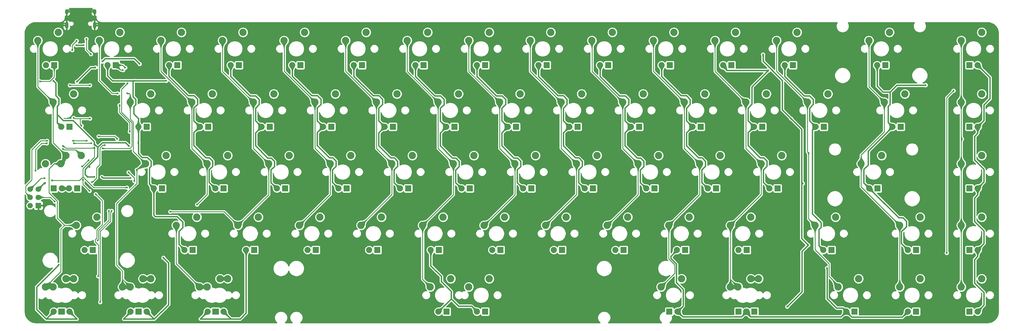
<source format=gtl>
G04 #@! TF.GenerationSoftware,KiCad,Pcbnew,(5.1.5)-3*
G04 #@! TF.CreationDate,2020-10-29T06:49:22-07:00*
G04 #@! TF.ProjectId,Voyager60,566f7961-6765-4723-9630-2e6b69636164,rev?*
G04 #@! TF.SameCoordinates,Original*
G04 #@! TF.FileFunction,Copper,L1,Top*
G04 #@! TF.FilePolarity,Positive*
%FSLAX46Y46*%
G04 Gerber Fmt 4.6, Leading zero omitted, Abs format (unit mm)*
G04 Created by KiCad (PCBNEW (5.1.5)-3) date 2020-10-29 06:49:22*
%MOMM*%
%LPD*%
G04 APERTURE LIST*
%ADD10R,1.905000X1.905000*%
%ADD11C,1.905000*%
%ADD12C,2.250000*%
%ADD13C,1.700000*%
%ADD14R,1.700000X1.700000*%
%ADD15O,1.000000X2.100000*%
%ADD16O,1.000000X1.600000*%
%ADD17C,0.600000*%
%ADD18C,0.254000*%
%ADD19C,0.381000*%
%ADD20C,0.025400*%
G04 APERTURE END LIST*
D10*
X32861250Y-74930000D03*
D11*
X35401250Y-74930000D03*
D12*
X30321250Y-67310000D03*
X36671250Y-64770000D03*
D10*
X37782500Y-55880000D03*
D11*
X35242500Y-55880000D03*
D12*
X32702500Y-48260000D03*
X39052500Y-45720000D03*
D10*
X152082500Y-93980000D03*
D11*
X149542500Y-93980000D03*
D12*
X147002500Y-86360000D03*
X153352500Y-83820000D03*
D10*
X194945000Y-55880000D03*
D11*
X192405000Y-55880000D03*
D12*
X189865000Y-48260000D03*
X196215000Y-45720000D03*
D10*
X199707500Y-74930000D03*
D11*
X197167500Y-74930000D03*
D12*
X194627500Y-67310000D03*
X200977500Y-64770000D03*
D10*
X287813750Y-74930000D03*
D11*
X285273750Y-74930000D03*
D12*
X282733750Y-67310000D03*
X289083750Y-64770000D03*
D10*
X40163750Y-74930000D03*
D11*
X37623750Y-74930000D03*
D12*
X35083750Y-67310000D03*
X41433750Y-64770000D03*
D10*
X44926250Y-93980000D03*
D11*
X42386250Y-93980000D03*
D12*
X39846250Y-86360000D03*
X46196250Y-83820000D03*
D10*
X166370000Y-113030000D03*
D11*
X163830000Y-113030000D03*
D12*
X161290000Y-105410000D03*
X167640000Y-102870000D03*
D10*
X104457500Y-74930000D03*
D11*
X101917500Y-74930000D03*
D12*
X99377500Y-67310000D03*
X105727500Y-64770000D03*
D10*
X52070000Y-36830000D03*
D11*
X49530000Y-36830000D03*
D12*
X46990000Y-29210000D03*
X53340000Y-26670000D03*
D10*
X83026250Y-113030000D03*
D11*
X80486250Y-113030000D03*
D12*
X77946250Y-105410000D03*
X84296250Y-102870000D03*
D10*
X75882500Y-93980000D03*
D11*
X73342500Y-93980000D03*
D12*
X70802500Y-86360000D03*
X77152500Y-83820000D03*
D10*
X156845000Y-55880000D03*
D11*
X154305000Y-55880000D03*
D12*
X151765000Y-48260000D03*
X158115000Y-45720000D03*
D10*
X94932500Y-93980000D03*
D11*
X92392500Y-93980000D03*
D12*
X89852500Y-86360000D03*
X96202500Y-83820000D03*
D10*
X59055000Y-113030000D03*
D11*
X61595000Y-113030000D03*
D12*
X56515000Y-105410000D03*
X62865000Y-102870000D03*
D10*
X59213750Y-113030000D03*
D11*
X56673750Y-113030000D03*
D12*
X54133750Y-105410000D03*
X60483750Y-102870000D03*
D10*
X80645000Y-55880000D03*
D11*
X78105000Y-55880000D03*
D12*
X75565000Y-48260000D03*
X81915000Y-45720000D03*
D10*
X133032500Y-93980000D03*
D11*
X130492500Y-93980000D03*
D12*
X127952500Y-86360000D03*
X134302500Y-83820000D03*
D10*
X175895000Y-55880000D03*
D11*
X173355000Y-55880000D03*
D12*
X170815000Y-48260000D03*
X177165000Y-45720000D03*
D10*
X137795000Y-55880000D03*
D11*
X135255000Y-55880000D03*
D12*
X132715000Y-48260000D03*
X139065000Y-45720000D03*
D10*
X299720000Y-93980000D03*
D11*
X297180000Y-93980000D03*
D12*
X294640000Y-86360000D03*
X300990000Y-83820000D03*
D10*
X273526250Y-93980000D03*
D11*
X270986250Y-93980000D03*
D12*
X268446250Y-86360000D03*
X274796250Y-83820000D03*
D10*
X154463750Y-113030000D03*
D11*
X151923750Y-113030000D03*
D12*
X149383750Y-105410000D03*
X155733750Y-102870000D03*
D10*
X85407500Y-74930000D03*
D11*
X82867500Y-74930000D03*
D12*
X80327500Y-67310000D03*
X86677500Y-64770000D03*
D10*
X249713750Y-113030000D03*
D11*
X247173750Y-113030000D03*
D12*
X244633750Y-105410000D03*
X250983750Y-102870000D03*
D10*
X280670000Y-113030000D03*
D11*
X278130000Y-113030000D03*
D12*
X275590000Y-105410000D03*
X281940000Y-102870000D03*
D10*
X299720000Y-113030000D03*
D11*
X297180000Y-113030000D03*
D12*
X294640000Y-105410000D03*
X300990000Y-102870000D03*
D10*
X244792500Y-113030000D03*
D11*
X247332500Y-113030000D03*
D12*
X242252500Y-105410000D03*
X248602500Y-102870000D03*
D10*
X223361250Y-113030000D03*
D11*
X225901250Y-113030000D03*
D12*
X220821250Y-105410000D03*
X227171250Y-102870000D03*
D10*
X118745000Y-55880000D03*
D11*
X116205000Y-55880000D03*
D12*
X113665000Y-48260000D03*
X120015000Y-45720000D03*
D10*
X61595000Y-55880000D03*
D11*
X59055000Y-55880000D03*
D12*
X56515000Y-48260000D03*
X62865000Y-45720000D03*
D10*
X233045000Y-55880000D03*
D11*
X230505000Y-55880000D03*
D12*
X227965000Y-48260000D03*
X234315000Y-45720000D03*
D10*
X213995000Y-55880000D03*
D11*
X211455000Y-55880000D03*
D12*
X208915000Y-48260000D03*
X215265000Y-45720000D03*
D10*
X171132500Y-93980000D03*
D11*
X168592500Y-93980000D03*
D12*
X166052500Y-86360000D03*
X172402500Y-83820000D03*
D10*
X190182500Y-93980000D03*
D11*
X187642500Y-93980000D03*
D12*
X185102500Y-86360000D03*
X191452500Y-83820000D03*
D10*
X218757500Y-74930000D03*
D11*
X216217500Y-74930000D03*
D12*
X213677500Y-67310000D03*
X220027500Y-64770000D03*
D10*
X180657500Y-74930000D03*
D11*
X178117500Y-74930000D03*
D12*
X175577500Y-67310000D03*
X181927500Y-64770000D03*
D10*
X161607500Y-74930000D03*
D11*
X159067500Y-74930000D03*
D12*
X156527500Y-67310000D03*
X162877500Y-64770000D03*
D10*
X142557500Y-74930000D03*
D11*
X140017500Y-74930000D03*
D12*
X137477500Y-67310000D03*
X143827500Y-64770000D03*
D10*
X316230000Y-113030000D03*
D11*
X318770000Y-113030000D03*
D12*
X313690000Y-105410000D03*
X320040000Y-102870000D03*
D10*
X316230000Y-93980000D03*
D11*
X318770000Y-93980000D03*
D12*
X313690000Y-86360000D03*
X320040000Y-83820000D03*
D10*
X316230000Y-74930000D03*
D11*
X318770000Y-74930000D03*
D12*
X313690000Y-67310000D03*
X320040000Y-64770000D03*
D10*
X316230000Y-55880000D03*
D11*
X318770000Y-55880000D03*
D12*
X313690000Y-48260000D03*
X320040000Y-45720000D03*
D10*
X316230000Y-36830000D03*
D11*
X318770000Y-36830000D03*
D12*
X313690000Y-29210000D03*
X320040000Y-26670000D03*
D10*
X123507500Y-74930000D03*
D11*
X120967500Y-74930000D03*
D12*
X118427500Y-67310000D03*
X124777500Y-64770000D03*
D10*
X33020000Y-36830000D03*
D11*
X30480000Y-36830000D03*
D12*
X27940000Y-29210000D03*
X34290000Y-26670000D03*
D10*
X99695000Y-55880000D03*
D11*
X97155000Y-55880000D03*
D12*
X94615000Y-48260000D03*
X100965000Y-45720000D03*
D10*
X35242500Y-113030000D03*
D11*
X37782500Y-113030000D03*
D12*
X32702500Y-105410000D03*
X39052500Y-102870000D03*
D10*
X35401250Y-113030000D03*
D11*
X32861250Y-113030000D03*
D12*
X30321250Y-105410000D03*
X36671250Y-102870000D03*
D10*
X113982500Y-93980000D03*
D11*
X111442500Y-93980000D03*
D12*
X108902500Y-86360000D03*
X115252500Y-83820000D03*
D10*
X290195000Y-36830000D03*
D11*
X287655000Y-36830000D03*
D12*
X285115000Y-29210000D03*
X291465000Y-26670000D03*
D10*
X82867500Y-113030000D03*
D11*
X85407500Y-113030000D03*
D12*
X80327500Y-105410000D03*
X86677500Y-102870000D03*
D10*
X66357500Y-74930000D03*
D11*
X63817500Y-74930000D03*
D12*
X61277500Y-67310000D03*
X67627500Y-64770000D03*
D10*
X271145000Y-55880000D03*
D11*
X268605000Y-55880000D03*
D12*
X266065000Y-48260000D03*
X272415000Y-45720000D03*
D10*
X294957500Y-55880000D03*
D11*
X292417500Y-55880000D03*
D12*
X289877500Y-48260000D03*
X296227500Y-45720000D03*
D10*
X252095000Y-55880000D03*
D11*
X249555000Y-55880000D03*
D12*
X247015000Y-48260000D03*
X253365000Y-45720000D03*
D10*
X261620000Y-36830000D03*
D11*
X259080000Y-36830000D03*
D12*
X256540000Y-29210000D03*
X262890000Y-26670000D03*
D10*
X237807500Y-74930000D03*
D11*
X235267500Y-74930000D03*
D12*
X232727500Y-67310000D03*
X239077500Y-64770000D03*
D10*
X247332500Y-93980000D03*
D11*
X244792500Y-93980000D03*
D12*
X242252500Y-86360000D03*
X248602500Y-83820000D03*
D10*
X242570000Y-36830000D03*
D11*
X240030000Y-36830000D03*
D12*
X237490000Y-29210000D03*
X243840000Y-26670000D03*
D10*
X256857500Y-74930000D03*
D11*
X254317500Y-74930000D03*
D12*
X251777500Y-67310000D03*
X258127500Y-64770000D03*
D10*
X223520000Y-36830000D03*
D11*
X220980000Y-36830000D03*
D12*
X218440000Y-29210000D03*
X224790000Y-26670000D03*
D10*
X204470000Y-36830000D03*
D11*
X201930000Y-36830000D03*
D12*
X199390000Y-29210000D03*
X205740000Y-26670000D03*
D10*
X185420000Y-36830000D03*
D11*
X182880000Y-36830000D03*
D12*
X180340000Y-29210000D03*
X186690000Y-26670000D03*
D10*
X166370000Y-36830000D03*
D11*
X163830000Y-36830000D03*
D12*
X161290000Y-29210000D03*
X167640000Y-26670000D03*
D10*
X147320000Y-36830000D03*
D11*
X144780000Y-36830000D03*
D12*
X142240000Y-29210000D03*
X148590000Y-26670000D03*
D10*
X128270000Y-36830000D03*
D11*
X125730000Y-36830000D03*
D12*
X123190000Y-29210000D03*
X129540000Y-26670000D03*
D10*
X109220000Y-36830000D03*
D11*
X106680000Y-36830000D03*
D12*
X104140000Y-29210000D03*
X110490000Y-26670000D03*
D10*
X90170000Y-36830000D03*
D11*
X87630000Y-36830000D03*
D12*
X85090000Y-29210000D03*
X91440000Y-26670000D03*
D10*
X71120000Y-36830000D03*
D11*
X68580000Y-36830000D03*
D12*
X66040000Y-29210000D03*
X72390000Y-26670000D03*
D10*
X209232500Y-93980000D03*
D11*
X206692500Y-93980000D03*
D12*
X204152500Y-86360000D03*
X210502500Y-83820000D03*
D10*
X228282500Y-93980000D03*
D11*
X225742500Y-93980000D03*
D12*
X223202500Y-86360000D03*
X229552500Y-83820000D03*
D13*
X25580000Y-75160000D03*
X28120000Y-75160000D03*
X25580000Y-77700000D03*
X28120000Y-77700000D03*
X25580000Y-80240000D03*
D14*
X28120000Y-80240000D03*
D15*
X36897600Y-24507500D03*
X45537600Y-24507500D03*
D16*
X36897600Y-20327500D03*
X45537600Y-20327500D03*
D17*
X35687000Y-62738000D03*
X54305200Y-38341300D03*
X54983380Y-37607240D03*
X28570200Y-41859200D03*
X38850000Y-60200000D03*
X43057800Y-60220000D03*
X30807165Y-60198839D03*
X44069000Y-43053000D03*
X37846000Y-43053000D03*
X38989000Y-53086000D03*
X44069000Y-53340000D03*
X33175381Y-79024619D03*
X43950000Y-75700000D03*
X41910000Y-72265238D03*
X41470300Y-55550000D03*
X43640861Y-66211901D03*
X41650000Y-68198363D03*
X55499000Y-74676000D03*
X32300000Y-72450000D03*
X30050000Y-71800000D03*
X35687000Y-61849000D03*
X45466000Y-62357000D03*
X49911000Y-81915000D03*
X46482000Y-91059000D03*
X50800000Y-81915000D03*
X47244000Y-110109000D03*
X58547000Y-69215000D03*
X52628800Y-45588200D03*
X55628800Y-45588200D03*
X45466000Y-71374000D03*
X46482000Y-64770000D03*
X47752000Y-71374000D03*
X56642000Y-71755000D03*
X45466000Y-61468000D03*
X43942000Y-68326000D03*
X56134000Y-61849000D03*
X272160000Y-99572800D03*
X34428381Y-98538381D03*
X30227119Y-73277881D03*
X43307000Y-71374000D03*
X67678300Y-41643300D03*
X66802000Y-96393000D03*
X59055000Y-60820300D03*
X32778850Y-41681250D03*
X302676100Y-42994300D03*
X57785000Y-41656000D03*
X254000000Y-38481000D03*
X77203300Y-79959200D03*
X68922119Y-82127881D03*
X266446000Y-64008000D03*
X252349000Y-33528000D03*
X264668000Y-73406000D03*
X259842000Y-111506000D03*
X261022500Y-53377500D03*
X266319000Y-92456000D03*
X59436000Y-36449000D03*
X40009800Y-41922700D03*
X47891700Y-35687000D03*
X45745400Y-37541200D03*
X57150000Y-73406000D03*
X49784000Y-73406000D03*
X49060100Y-41546780D03*
X57978040Y-39740840D03*
X39894000Y-30661100D03*
X42125900Y-30619700D03*
X48006000Y-62611000D03*
X55714900Y-42422800D03*
X44704000Y-73025000D03*
X48641000Y-61595000D03*
X45847000Y-76708000D03*
X46609000Y-102108000D03*
X57785000Y-72644000D03*
X56007000Y-69977000D03*
X38619546Y-32154414D03*
X39966900Y-29311600D03*
X44348400Y-33413700D03*
X42967600Y-28746500D03*
X309201820Y-94919800D03*
X311322720Y-44721780D03*
X30749940Y-61000000D03*
X39120800Y-61000000D03*
X44550000Y-60950000D03*
X46750000Y-58850000D03*
X52500000Y-59600000D03*
X27221780Y-69476020D03*
X313890000Y-59660000D03*
X53217800Y-49220120D03*
X56392800Y-57400000D03*
D18*
X41393750Y-65350000D02*
X41347000Y-65350000D01*
X39655750Y-62992000D02*
X41433750Y-64770000D01*
X35687000Y-62738000D02*
X35941000Y-62992000D01*
X35941000Y-62992000D02*
X39655750Y-62992000D01*
X46156250Y-84400000D02*
X46156250Y-84383250D01*
X36683950Y-102831900D02*
X39065200Y-102831900D01*
X60483750Y-102844600D02*
X62865000Y-102844600D01*
X248608850Y-102844600D02*
X250990100Y-102844600D01*
X53606700Y-38354000D02*
X52180450Y-36927750D01*
X53606700Y-38354000D02*
X54292500Y-38354000D01*
X54292500Y-38354000D02*
X54305200Y-38341300D01*
X52070000Y-36830000D02*
X54206140Y-36830000D01*
X54206140Y-36830000D02*
X54983380Y-37607240D01*
X33020000Y-36830000D02*
X33020000Y-40513000D01*
X31673800Y-41859200D02*
X28570200Y-41859200D01*
X33020000Y-40513000D02*
X31673800Y-41859200D01*
X38850000Y-60200000D02*
X43037800Y-60200000D01*
X43037800Y-60200000D02*
X43057800Y-60220000D01*
X28891661Y-60198839D02*
X26073100Y-63017400D01*
X26073100Y-63017400D02*
X26073100Y-72275700D01*
X25580000Y-77700000D02*
X24193500Y-76313500D01*
X24193500Y-74155300D02*
X26073100Y-72275700D01*
X24193500Y-76313500D02*
X24193500Y-74155300D01*
X30807165Y-60198839D02*
X28891661Y-60198839D01*
X37846000Y-43053000D02*
X44069000Y-43053000D01*
X38989000Y-53086000D02*
X39243000Y-53340000D01*
X28120000Y-77700000D02*
X31850762Y-77700000D01*
X31850762Y-77700000D02*
X33175381Y-79024619D01*
X43950000Y-75700000D02*
X41910000Y-73660000D01*
X41910000Y-73660000D02*
X41910000Y-72265238D01*
X41060000Y-55139700D02*
X41470300Y-55550000D01*
X41060000Y-53340000D02*
X41060000Y-55139700D01*
X41060000Y-53340000D02*
X44069000Y-53340000D01*
X39243000Y-53340000D02*
X41060000Y-53340000D01*
X43640861Y-66211901D02*
X41654399Y-68198363D01*
X41654399Y-68198363D02*
X41650000Y-68198363D01*
X45212000Y-74676000D02*
X55499000Y-74676000D01*
X41910000Y-71374000D02*
X45212000Y-74676000D01*
X41910000Y-68834000D02*
X41910000Y-71374000D01*
X45466000Y-65278000D02*
X41910000Y-68834000D01*
X41910000Y-71374000D02*
X40834000Y-72450000D01*
X40834000Y-72450000D02*
X32300000Y-72450000D01*
X28940000Y-71800000D02*
X30050000Y-71800000D01*
X45339000Y-62484000D02*
X36576000Y-62484000D01*
X36576000Y-62484000D02*
X35941000Y-61849000D01*
X35941000Y-61849000D02*
X35687000Y-61849000D01*
X45466000Y-62357000D02*
X45466000Y-65278000D01*
X45466000Y-62357000D02*
X45339000Y-62484000D01*
X25580000Y-75160000D02*
X28940000Y-71800000D01*
X49911000Y-81915000D02*
X49911000Y-84836000D01*
X49911000Y-84836000D02*
X46736000Y-88011000D01*
X46736000Y-88011000D02*
X46736000Y-90805000D01*
X46736000Y-90805000D02*
X46482000Y-91059000D01*
X47244000Y-88265000D02*
X47244000Y-110109000D01*
X50419000Y-85090000D02*
X50419000Y-82423000D01*
X50419000Y-85090000D02*
X47244000Y-88265000D01*
X50800000Y-82042000D02*
X50800000Y-81915000D01*
X50419000Y-82423000D02*
X50800000Y-82042000D01*
X54108350Y-105384600D02*
X56489600Y-105384600D01*
X61277500Y-67310000D02*
X60452000Y-67310000D01*
X60452000Y-67310000D02*
X58547000Y-69215000D01*
X58547000Y-69215000D02*
X58547000Y-73406000D01*
X52324000Y-98679000D02*
X54133750Y-100488750D01*
X58547000Y-73406000D02*
X52324000Y-79629000D01*
X52324000Y-79629000D02*
X52324000Y-98679000D01*
X61277500Y-67310000D02*
X57480210Y-63512710D01*
X56515000Y-53455408D02*
X56515000Y-48260000D01*
X46990000Y-29210000D02*
X46990000Y-41579800D01*
X56515000Y-48260000D02*
X56515000Y-45999400D01*
X56515000Y-45999400D02*
X56103800Y-45588200D01*
X56103800Y-45588200D02*
X55628800Y-45588200D01*
X50998400Y-45588200D02*
X52628800Y-45588200D01*
X46990000Y-41579800D02*
X50998400Y-45588200D01*
X57480210Y-63512710D02*
X57480209Y-54420617D01*
X57480209Y-54420617D02*
X56515000Y-53455408D01*
X54133750Y-102635050D02*
X54133750Y-103028750D01*
X54133750Y-103028750D02*
X56515000Y-105410000D01*
X54133750Y-102635050D02*
X54133750Y-105410000D01*
X54133750Y-100488750D02*
X54133750Y-102635050D01*
D19*
X32848550Y-113080800D02*
X30562550Y-115366800D01*
X30562550Y-115366800D02*
X40055800Y-115366800D01*
X37769800Y-113080800D02*
X40055800Y-115366800D01*
X80962500Y-73101200D02*
X82791300Y-74930000D01*
X74523600Y-46228000D02*
X76250800Y-46228000D01*
X81013300Y-65443100D02*
X82042000Y-66471800D01*
X79959200Y-65443100D02*
X81013300Y-65443100D01*
X77355700Y-48907700D02*
X76212700Y-50050700D01*
X68516500Y-36766500D02*
X68516500Y-40220900D01*
X68516500Y-40220900D02*
X74523600Y-46228000D01*
X76212700Y-53987700D02*
X78041500Y-55816500D01*
X76200000Y-61683900D02*
X79959200Y-65443100D01*
X78028800Y-55880000D02*
X76200000Y-57708800D01*
X82042000Y-68072000D02*
X80962500Y-69151500D01*
X76212700Y-50050700D02*
X76212700Y-53987700D01*
X76200000Y-57708800D02*
X76200000Y-61683900D01*
X77355700Y-47332900D02*
X77355700Y-48907700D01*
X82042000Y-66471800D02*
X82042000Y-68072000D01*
X80962500Y-69151500D02*
X80962500Y-73101200D01*
X76250800Y-46228000D02*
X77355700Y-47332900D01*
X100063300Y-73164700D02*
X101892100Y-74993500D01*
X95313500Y-54051200D02*
X97142300Y-55880000D01*
X95351600Y-46291500D02*
X96456500Y-47396400D01*
X96456500Y-47396400D02*
X96456500Y-48971200D01*
X97129600Y-55943500D02*
X95300800Y-57772300D01*
X101142800Y-68135500D02*
X100063300Y-69215000D01*
X95313500Y-50114200D02*
X95313500Y-54051200D01*
X96456500Y-48971200D02*
X95313500Y-50114200D01*
X99060000Y-65506600D02*
X100114100Y-65506600D01*
X100114100Y-65506600D02*
X101142800Y-66535300D01*
X87617300Y-36830000D02*
X87617300Y-40284400D01*
X95300800Y-57772300D02*
X95300800Y-61747400D01*
X95300800Y-61747400D02*
X99060000Y-65506600D01*
X100063300Y-69215000D02*
X100063300Y-73164700D01*
X87617300Y-40284400D02*
X93624400Y-46291500D01*
X93624400Y-46291500D02*
X95351600Y-46291500D01*
X101142800Y-66535300D02*
X101142800Y-68135500D01*
X119151400Y-73101200D02*
X120980200Y-74930000D01*
X114401600Y-53987700D02*
X116230400Y-55816500D01*
X114439700Y-46228000D02*
X115544600Y-47332900D01*
X115544600Y-47332900D02*
X115544600Y-48907700D01*
X116217700Y-55880000D02*
X114388900Y-57708800D01*
X120230900Y-68072000D02*
X119151400Y-69151500D01*
X114401600Y-50050700D02*
X114401600Y-53987700D01*
X115544600Y-48907700D02*
X114401600Y-50050700D01*
X118148100Y-65443100D02*
X119202200Y-65443100D01*
X119202200Y-65443100D02*
X120230900Y-66471800D01*
X106705400Y-36766500D02*
X106705400Y-40220900D01*
X114388900Y-57708800D02*
X114388900Y-61683900D01*
X114388900Y-61683900D02*
X118148100Y-65443100D01*
X119151400Y-69151500D02*
X119151400Y-73101200D01*
X106705400Y-40220900D02*
X112712500Y-46228000D01*
X112712500Y-46228000D02*
X114439700Y-46228000D01*
X120230900Y-66471800D02*
X120230900Y-68072000D01*
X138188700Y-73152000D02*
X140017500Y-74980800D01*
X133438900Y-54038500D02*
X135267700Y-55867300D01*
X133477000Y-46278800D02*
X134581900Y-47383700D01*
X134581900Y-47383700D02*
X134581900Y-48958500D01*
X135255000Y-55930800D02*
X133426200Y-57759600D01*
X139268200Y-68122800D02*
X138188700Y-69202300D01*
X133438900Y-50101500D02*
X133438900Y-54038500D01*
X134581900Y-48958500D02*
X133438900Y-50101500D01*
X137185400Y-65493900D02*
X138239500Y-65493900D01*
X138239500Y-65493900D02*
X139268200Y-66522600D01*
X125742700Y-36817300D02*
X125742700Y-40271700D01*
X133426200Y-57759600D02*
X133426200Y-61734700D01*
X133426200Y-61734700D02*
X137185400Y-65493900D01*
X138188700Y-69202300D02*
X138188700Y-73152000D01*
X125742700Y-40271700D02*
X131749800Y-46278800D01*
X131749800Y-46278800D02*
X133477000Y-46278800D01*
X139268200Y-66522600D02*
X139268200Y-68122800D01*
X176288700Y-73164700D02*
X178117500Y-74993500D01*
X171538900Y-54051200D02*
X173367700Y-55880000D01*
X171577000Y-46291500D02*
X172681900Y-47396400D01*
X172681900Y-47396400D02*
X172681900Y-48971200D01*
X173355000Y-55943500D02*
X171526200Y-57772300D01*
X177368200Y-68135500D02*
X176288700Y-69215000D01*
X171538900Y-50114200D02*
X171538900Y-54051200D01*
X172681900Y-48971200D02*
X171538900Y-50114200D01*
X175285400Y-65506600D02*
X176339500Y-65506600D01*
X176339500Y-65506600D02*
X177368200Y-66535300D01*
X163842700Y-36830000D02*
X163842700Y-40284400D01*
X171526200Y-57772300D02*
X171526200Y-61747400D01*
X171526200Y-61747400D02*
X175285400Y-65506600D01*
X176288700Y-69215000D02*
X176288700Y-73164700D01*
X163842700Y-40284400D02*
X169849800Y-46291500D01*
X169849800Y-46291500D02*
X171577000Y-46291500D01*
X177368200Y-66535300D02*
X177368200Y-68135500D01*
X195313300Y-73152000D02*
X197142100Y-74980800D01*
X190563500Y-54038500D02*
X192392300Y-55867300D01*
X190601600Y-46278800D02*
X191706500Y-47383700D01*
X191706500Y-47383700D02*
X191706500Y-48958500D01*
X192379600Y-55930800D02*
X190550800Y-57759600D01*
X196392800Y-68122800D02*
X195313300Y-69202300D01*
X190563500Y-50101500D02*
X190563500Y-54038500D01*
X191706500Y-48958500D02*
X190563500Y-50101500D01*
X194310000Y-65493900D02*
X195364100Y-65493900D01*
X195364100Y-65493900D02*
X196392800Y-66522600D01*
X182867300Y-36817300D02*
X182867300Y-40271700D01*
X190550800Y-57759600D02*
X190550800Y-61734700D01*
X190550800Y-61734700D02*
X194310000Y-65493900D01*
X195313300Y-69202300D02*
X195313300Y-73152000D01*
X182867300Y-40271700D02*
X188874400Y-46278800D01*
X188874400Y-46278800D02*
X190601600Y-46278800D01*
X196392800Y-66522600D02*
X196392800Y-68122800D01*
X214401400Y-73177400D02*
X216230200Y-75006200D01*
X209651600Y-54063900D02*
X211480400Y-55892700D01*
X209689700Y-46304200D02*
X210794600Y-47409100D01*
X210794600Y-47409100D02*
X210794600Y-48983900D01*
X211467700Y-55956200D02*
X209638900Y-57785000D01*
X215480900Y-68148200D02*
X214401400Y-69227700D01*
X209651600Y-50126900D02*
X209651600Y-54063900D01*
X210794600Y-48983900D02*
X209651600Y-50126900D01*
X213398100Y-65519300D02*
X214452200Y-65519300D01*
X214452200Y-65519300D02*
X215480900Y-66548000D01*
X201955400Y-36842700D02*
X201955400Y-40297100D01*
X209638900Y-57785000D02*
X209638900Y-61760100D01*
X209638900Y-61760100D02*
X213398100Y-65519300D01*
X214401400Y-69227700D02*
X214401400Y-73177400D01*
X201955400Y-40297100D02*
X207962500Y-46304200D01*
X207962500Y-46304200D02*
X209689700Y-46304200D01*
X215480900Y-66548000D02*
X215480900Y-68148200D01*
X230479600Y-55930800D02*
X228650800Y-57759600D01*
X228650800Y-57759600D02*
X228650800Y-61734700D01*
X228650800Y-61734700D02*
X232410000Y-65493900D01*
X234492800Y-66522600D02*
X234492800Y-68122800D01*
X234492800Y-68122800D02*
X233413300Y-69202300D01*
X232410000Y-65493900D02*
X233464100Y-65493900D01*
X233464100Y-65493900D02*
X234492800Y-66522600D01*
X233413300Y-73152000D02*
X235242100Y-74980800D01*
X233413300Y-69202300D02*
X233413300Y-73152000D01*
X318770000Y-55880000D02*
X318770000Y-57880000D01*
X318770000Y-74930000D02*
X318770000Y-76930000D01*
X318770000Y-76930000D02*
X317817501Y-77882499D01*
X318770000Y-57880000D02*
X317817501Y-58832499D01*
X317817501Y-58832499D02*
X317817501Y-66147501D01*
X317817501Y-77882499D02*
X317817501Y-85197501D01*
X317817501Y-104247501D02*
X320690000Y-107120000D01*
X317817501Y-66147501D02*
X320690000Y-69020000D01*
X320690000Y-91990000D02*
X318750000Y-93930000D01*
X320690000Y-88070000D02*
X320690000Y-91990000D01*
X320690000Y-72940000D02*
X318750000Y-74880000D01*
X320690000Y-69020000D02*
X320690000Y-72940000D01*
X320690000Y-111040000D02*
X318750000Y-112980000D01*
X320690000Y-107120000D02*
X320690000Y-111040000D01*
X35242500Y-55880000D02*
X35242500Y-55816500D01*
X291084000Y-54546500D02*
X292417500Y-55880000D01*
X291084000Y-49530000D02*
X291084000Y-54546500D01*
X240030000Y-36830000D02*
X240030000Y-37338000D01*
X240030000Y-37338000D02*
X241173000Y-38481000D01*
X241173000Y-38481000D02*
X254000000Y-38481000D01*
X152781000Y-102108000D02*
X152781000Y-103759000D01*
X152781000Y-103759000D02*
X155829000Y-106807000D01*
X155829000Y-106807000D02*
X155829000Y-109093000D01*
X151923750Y-112490250D02*
X151923750Y-113030000D01*
X56673750Y-113030000D02*
X56673750Y-113696750D01*
X61595000Y-113665000D02*
X61595000Y-113030000D01*
X85407500Y-113728500D02*
X85407500Y-113030000D01*
X48133000Y-71755000D02*
X47752000Y-71374000D01*
X56642000Y-71755000D02*
X48133000Y-71755000D01*
X46482000Y-62230000D02*
X46482000Y-64770000D01*
X45720000Y-61468000D02*
X46482000Y-62230000D01*
X45466000Y-61468000D02*
X45720000Y-61468000D01*
X59055000Y-55880000D02*
X59055000Y-56388000D01*
X62484000Y-68580000D02*
X62484000Y-73596500D01*
X62484000Y-73596500D02*
X63817500Y-74930000D01*
X57785000Y-41656000D02*
X57404000Y-41656000D01*
X67665600Y-41656000D02*
X57785000Y-41656000D01*
X46482000Y-64770000D02*
X46482000Y-65151000D01*
X42545000Y-69088000D02*
X42545000Y-70612000D01*
X43307000Y-71374000D02*
X45466000Y-71374000D01*
X42545000Y-70612000D02*
X43307000Y-71374000D01*
X43942000Y-68199000D02*
X43688000Y-67945000D01*
X43942000Y-68326000D02*
X43942000Y-68199000D01*
X46482000Y-65151000D02*
X43688000Y-67945000D01*
X43688000Y-67945000D02*
X42545000Y-69088000D01*
X33909000Y-54610000D02*
X33909000Y-52070000D01*
X35179000Y-55880000D02*
X33909000Y-54610000D01*
X35242500Y-55880000D02*
X35179000Y-55880000D01*
X45339000Y-61087000D02*
X45720000Y-61468000D01*
X45339000Y-60452000D02*
X45339000Y-61087000D01*
X38862000Y-53975000D02*
X45339000Y-60452000D01*
X35814000Y-53975000D02*
X38862000Y-53975000D01*
X33909000Y-52070000D02*
X35814000Y-53975000D01*
X158115000Y-111379000D02*
X155829000Y-109093000D01*
X163830000Y-113030000D02*
X162179000Y-111379000D01*
X162179000Y-111379000D02*
X158115000Y-111379000D01*
X30002119Y-73277881D02*
X28120000Y-75160000D01*
X30227119Y-73277881D02*
X30002119Y-73277881D01*
X276479000Y-114681000D02*
X278130000Y-113030000D01*
X248412000Y-114681000D02*
X276479000Y-114681000D01*
X247173750Y-113030000D02*
X247173750Y-113442750D01*
X247173750Y-113442750D02*
X248412000Y-114681000D01*
X278130000Y-113030000D02*
X279840000Y-114740000D01*
X295470000Y-114740000D02*
X297180000Y-113030000D01*
X279840000Y-114740000D02*
X295470000Y-114740000D01*
X277012399Y-111912399D02*
X275102399Y-111912399D01*
X278130000Y-113030000D02*
X277012399Y-111912399D01*
X272160000Y-108970000D02*
X275102399Y-111912399D01*
X272160000Y-99572800D02*
X272160000Y-108970000D01*
X55118000Y-60833000D02*
X56134000Y-61849000D01*
X46482000Y-62230000D02*
X47879000Y-60833000D01*
X47879000Y-60833000D02*
X55118000Y-60833000D01*
X317817501Y-85197501D02*
X320690000Y-88070000D01*
X318770000Y-93980000D02*
X318770000Y-95980000D01*
X317817501Y-96932499D02*
X317817501Y-104247501D01*
X318770000Y-95980000D02*
X317817501Y-96932499D01*
X287655000Y-36830000D02*
X287655000Y-43268900D01*
X289509200Y-45123100D02*
X287655000Y-43268900D01*
X291693600Y-45123100D02*
X289509200Y-45123100D01*
X291693600Y-48920400D02*
X291084000Y-49530000D01*
X291693600Y-45123100D02*
X291693600Y-48920400D01*
X292417500Y-55880000D02*
X284886400Y-63411100D01*
X284886400Y-63411100D02*
X284886400Y-67716400D01*
X284886400Y-67716400D02*
X283552900Y-69049900D01*
X283552900Y-73209150D02*
X285273750Y-74930000D01*
X283552900Y-69049900D02*
X283552900Y-73209150D01*
X259080000Y-36830000D02*
X259080000Y-40284400D01*
X259080000Y-40284400D02*
X265087100Y-46291500D01*
X265087100Y-46291500D02*
X266814300Y-46291500D01*
X266814300Y-46291500D02*
X267919200Y-47396400D01*
X267919200Y-47396400D02*
X267919200Y-48971200D01*
X267919200Y-48971200D02*
X266776200Y-50114200D01*
X266776200Y-54051200D02*
X268605000Y-55880000D01*
X266776200Y-50114200D02*
X266776200Y-54051200D01*
X267652501Y-56832499D02*
X267652501Y-82791301D01*
X268605000Y-55880000D02*
X267652501Y-56832499D01*
X267652501Y-82791301D02*
X270370300Y-85509100D01*
X270370300Y-85509100D02*
X270370300Y-86944200D01*
X270370300Y-86944200D02*
X269633700Y-87680800D01*
X269633700Y-92627450D02*
X270986250Y-93980000D01*
X269633700Y-87680800D02*
X269633700Y-92627450D01*
X249555000Y-55880000D02*
X247726200Y-57708800D01*
X247726200Y-57708800D02*
X247726200Y-61683900D01*
X247726200Y-61683900D02*
X251485400Y-65443100D01*
X251485400Y-65443100D02*
X252539500Y-65443100D01*
X252539500Y-65443100D02*
X253568200Y-66471800D01*
X253568200Y-66471800D02*
X253568200Y-68072000D01*
X253568200Y-68072000D02*
X252488700Y-69151500D01*
X252488700Y-73101200D02*
X254317500Y-74930000D01*
X252488700Y-69151500D02*
X252488700Y-73101200D01*
X226974400Y-46278800D02*
X228701600Y-46278800D01*
X220967300Y-40271700D02*
X226974400Y-46278800D01*
X220967300Y-36817300D02*
X220967300Y-40271700D01*
X229806500Y-48958500D02*
X228663500Y-50101500D01*
X228663500Y-50101500D02*
X228663500Y-54038500D01*
X229806500Y-47383700D02*
X229806500Y-48958500D01*
X228701600Y-46278800D02*
X229806500Y-47383700D01*
X228663500Y-54038500D02*
X230492300Y-55867300D01*
X223818394Y-95904106D02*
X225742500Y-93980000D01*
X227622100Y-111309150D02*
X227622100Y-106172000D01*
X223818394Y-96615307D02*
X223818394Y-95904106D01*
X225552000Y-98348912D02*
X223818394Y-96615307D01*
X225901250Y-113030000D02*
X227622100Y-111309150D01*
X227622100Y-106172000D02*
X225552000Y-104101900D01*
X225552000Y-104101900D02*
X225552000Y-98348912D01*
X157238700Y-73190100D02*
X159067500Y-75018900D01*
X152488900Y-54076600D02*
X154317700Y-55905400D01*
X152527000Y-46316900D02*
X153631900Y-47421800D01*
X153631900Y-47421800D02*
X153631900Y-48996600D01*
X154305000Y-55968900D02*
X152476200Y-57797700D01*
X158318200Y-68160900D02*
X157238700Y-69240400D01*
X152488900Y-50139600D02*
X152488900Y-54076600D01*
X153631900Y-48996600D02*
X152488900Y-50139600D01*
X156235400Y-65532000D02*
X157289500Y-65532000D01*
X157289500Y-65532000D02*
X158318200Y-66560700D01*
X144792700Y-36855400D02*
X144792700Y-40309800D01*
X152476200Y-57797700D02*
X152476200Y-61772800D01*
X152476200Y-61772800D02*
X156235400Y-65532000D01*
X157238700Y-69240400D02*
X157238700Y-73190100D01*
X144792700Y-40309800D02*
X150799800Y-46316900D01*
X150799800Y-46316900D02*
X152527000Y-46316900D01*
X158318200Y-66560700D02*
X158318200Y-68160900D01*
X155829000Y-109124750D02*
X155829000Y-109093000D01*
X151923750Y-113030000D02*
X155829000Y-109124750D01*
X149542500Y-98869500D02*
X152781000Y-102108000D01*
X149542500Y-93980000D02*
X149542500Y-98869500D01*
X67665600Y-41656000D02*
X67678300Y-41643300D01*
X80486250Y-113030000D02*
X78200250Y-115316000D01*
X85407500Y-113030000D02*
X87693500Y-115316000D01*
X78200250Y-115316000D02*
X87693500Y-115316000D01*
X92392500Y-113474500D02*
X92392500Y-93980000D01*
X87693500Y-115316000D02*
X90551000Y-115316000D01*
X90551000Y-115316000D02*
X92392500Y-113474500D01*
X59055000Y-53340000D02*
X59055000Y-55880000D01*
X57658000Y-51943000D02*
X59055000Y-53340000D01*
X57404000Y-46558200D02*
X58267600Y-47421800D01*
X57404000Y-41656000D02*
X57404000Y-46558200D01*
X58267600Y-47421800D02*
X58267600Y-49047400D01*
X57658000Y-49657000D02*
X57658000Y-51943000D01*
X58267600Y-49047400D02*
X57658000Y-49657000D01*
X62484000Y-68580000D02*
X62979300Y-68084700D01*
X62979300Y-68084700D02*
X62979300Y-66484500D01*
X62979300Y-66484500D02*
X61836300Y-65341500D01*
X61836300Y-65341500D02*
X60210700Y-65341500D01*
X60210700Y-65341500D02*
X59055000Y-64185800D01*
X61671200Y-113055400D02*
X63957200Y-115341400D01*
X54463950Y-115341400D02*
X63957200Y-115341400D01*
X56749950Y-113055400D02*
X54463950Y-115341400D01*
X27559000Y-112363250D02*
X30562550Y-115366800D01*
X34417000Y-98552000D02*
X27559000Y-105410000D01*
X34428381Y-98538381D02*
X34417000Y-98549762D01*
X27559000Y-105410000D02*
X27559000Y-112363250D01*
X34417000Y-98549762D02*
X34417000Y-98552000D01*
X66802000Y-96393000D02*
X68414900Y-98005900D01*
X68414900Y-110883700D02*
X63957200Y-115341400D01*
X68414900Y-98005900D02*
X68414900Y-110883700D01*
X59055000Y-64185800D02*
X59055000Y-60820300D01*
X59055000Y-60820300D02*
X59055000Y-55880000D01*
X33909000Y-52070000D02*
X33909000Y-49530000D01*
X33909000Y-49530000D02*
X34467800Y-48971200D01*
X51054000Y-41656000D02*
X57404000Y-41656000D01*
X49530000Y-36830000D02*
X49530000Y-40132000D01*
X49530000Y-40132000D02*
X51054000Y-41656000D01*
X34467800Y-48971200D02*
X34467800Y-47231300D01*
X34467800Y-47231300D02*
X33490050Y-46253550D01*
X33490050Y-42392450D02*
X32778850Y-41681250D01*
X33490050Y-46253550D02*
X33490050Y-42392450D01*
X35407600Y-74917300D02*
X37630100Y-74917300D01*
X293822400Y-42994300D02*
X302676100Y-42994300D01*
X291693600Y-45123100D02*
X293822400Y-42994300D01*
X318770000Y-55880000D02*
X320669920Y-53980080D01*
X320669920Y-53980080D02*
X320669920Y-49143920D01*
X320669920Y-49143920D02*
X322600320Y-47213520D01*
X322600320Y-40660320D02*
X318770000Y-36830000D01*
X322600320Y-47213520D02*
X322600320Y-40660320D01*
X225901250Y-113030000D02*
X227554790Y-114683540D01*
X245678960Y-114683540D02*
X247332500Y-113030000D01*
X227554790Y-114683540D02*
X245678960Y-114683540D01*
X73342500Y-93980000D02*
X71617840Y-92255340D01*
X71617840Y-92255340D02*
X71617840Y-88254840D01*
X71617840Y-88254840D02*
X72806560Y-87066120D01*
X72806560Y-87066120D02*
X72806560Y-85387180D01*
X72806560Y-85387180D02*
X71046340Y-83626960D01*
X71046340Y-83626960D02*
X64274700Y-83626960D01*
X63817500Y-83169760D02*
X63817500Y-74930000D01*
X64274700Y-83626960D02*
X63817500Y-83169760D01*
X248945400Y-43535600D02*
X254000000Y-38481000D01*
X247700800Y-50139600D02*
X248945400Y-48895000D01*
X248945400Y-48895000D02*
X248945400Y-43535600D01*
X249555000Y-55880000D02*
X247700800Y-54025800D01*
X247700800Y-54025800D02*
X247700800Y-50139600D01*
X285273750Y-74930000D02*
X294361870Y-84018120D01*
X294361870Y-84018120D02*
X295638220Y-84018120D01*
X295638220Y-84018120D02*
X296743120Y-85123020D01*
X296743120Y-85123020D02*
X296743120Y-86776560D01*
X296743120Y-86776560D02*
X295160710Y-88358970D01*
X295160710Y-91960710D02*
X297180000Y-93980000D01*
X295160710Y-88358970D02*
X295160710Y-91960710D01*
D18*
X77958950Y-105384600D02*
X80340200Y-105384600D01*
X71501000Y-87058500D02*
X70802500Y-86360000D01*
X80899000Y-67881500D02*
X80327500Y-67310000D01*
X66675000Y-29845000D02*
X66040000Y-29210000D01*
X70802500Y-98266250D02*
X77946250Y-105410000D01*
X70802500Y-86360000D02*
X70802500Y-98266250D01*
X66040000Y-38735000D02*
X75565000Y-48260000D01*
X66040000Y-29210000D02*
X66040000Y-38735000D01*
X80327500Y-76835000D02*
X77203300Y-79959200D01*
X80327500Y-67310000D02*
X80327500Y-76835000D01*
X75565000Y-62547500D02*
X80327500Y-67310000D01*
X75565000Y-48260000D02*
X75565000Y-62547500D01*
X99377500Y-67322700D02*
X99377500Y-76847700D01*
X99377500Y-76847700D02*
X89852500Y-86372700D01*
X94615000Y-48272700D02*
X94615000Y-62560200D01*
X94615000Y-62560200D02*
X99377500Y-67322700D01*
X85090000Y-38747700D02*
X94615000Y-48272700D01*
X85090000Y-29222700D02*
X85090000Y-38747700D01*
X89852500Y-86360000D02*
X90210000Y-86360000D01*
X68922119Y-82127881D02*
X85620381Y-82127881D01*
X85620381Y-82127881D02*
X89852500Y-86360000D01*
X118465600Y-67259200D02*
X118465600Y-76784200D01*
X118465600Y-76784200D02*
X108940600Y-86309200D01*
X113703100Y-48209200D02*
X113703100Y-62496700D01*
X113703100Y-62496700D02*
X118465600Y-67259200D01*
X104178100Y-38684200D02*
X113703100Y-48209200D01*
X104178100Y-29159200D02*
X104178100Y-38684200D01*
X137502900Y-67310000D02*
X137502900Y-76835000D01*
X137502900Y-76835000D02*
X127977900Y-86360000D01*
X132740400Y-48260000D02*
X132740400Y-62547500D01*
X132740400Y-62547500D02*
X137502900Y-67310000D01*
X123215400Y-38735000D02*
X132740400Y-48260000D01*
X123215400Y-29210000D02*
X123215400Y-38735000D01*
X156552900Y-67348100D02*
X156552900Y-76873100D01*
X156552900Y-76873100D02*
X147027900Y-86398100D01*
X151790400Y-48298100D02*
X151790400Y-62585600D01*
X151790400Y-62585600D02*
X156552900Y-67348100D01*
X142265400Y-38773100D02*
X151790400Y-48298100D01*
X142265400Y-29248100D02*
X142265400Y-38773100D01*
X147002500Y-103028750D02*
X147002500Y-86360000D01*
X149383750Y-105410000D02*
X147002500Y-103028750D01*
X175602900Y-67322700D02*
X175602900Y-76847700D01*
X175602900Y-76847700D02*
X166077900Y-86372700D01*
X170840400Y-48272700D02*
X170840400Y-62560200D01*
X170840400Y-62560200D02*
X175602900Y-67322700D01*
X161315400Y-38747700D02*
X170840400Y-48272700D01*
X161315400Y-29222700D02*
X161315400Y-38747700D01*
X166052500Y-86210000D02*
X166052500Y-86360000D01*
X194627500Y-67310000D02*
X194627500Y-76835000D01*
X194627500Y-76835000D02*
X185102500Y-86360000D01*
X189865000Y-48260000D02*
X189865000Y-62547500D01*
X189865000Y-62547500D02*
X194627500Y-67310000D01*
X180340000Y-38735000D02*
X189865000Y-48260000D01*
X180340000Y-29210000D02*
X180340000Y-38735000D01*
X213715600Y-67335400D02*
X213715600Y-76860400D01*
X213715600Y-76860400D02*
X204190600Y-86385400D01*
X208953100Y-48285400D02*
X208953100Y-62572900D01*
X208953100Y-62572900D02*
X213715600Y-67335400D01*
X199428100Y-38760400D02*
X208953100Y-48285400D01*
X199428100Y-29235400D02*
X199428100Y-38760400D01*
X204152500Y-86210000D02*
X204152500Y-86360000D01*
X204152500Y-86360000D02*
X204510000Y-86360000D01*
X223202500Y-86210000D02*
X223202500Y-86360000D01*
X218440000Y-38735000D02*
X227965000Y-48260000D01*
X218440000Y-29210000D02*
X218440000Y-38735000D01*
X227965000Y-62547500D02*
X232727500Y-67310000D01*
X227965000Y-48260000D02*
X227965000Y-62547500D01*
X232727500Y-76835000D02*
X223202500Y-86360000D01*
X232727500Y-67310000D02*
X232727500Y-76835000D01*
X223202500Y-86360000D02*
X223202500Y-96735807D01*
X223202500Y-96735807D02*
X225031290Y-98564597D01*
X225031290Y-101199960D02*
X220821250Y-105410000D01*
X225031290Y-98564597D02*
X225031290Y-101199960D01*
X242258850Y-105384600D02*
X244640100Y-105384600D01*
X237490000Y-38735000D02*
X247015000Y-48260000D01*
X237490000Y-29210000D02*
X237490000Y-38735000D01*
X247015000Y-62547500D02*
X251777500Y-67310000D01*
X247015000Y-48260000D02*
X247015000Y-62547500D01*
X251777500Y-76835000D02*
X242252500Y-86360000D01*
X251777500Y-67310000D02*
X251777500Y-76835000D01*
X242252500Y-103028750D02*
X244633750Y-105410000D01*
X242252500Y-99529900D02*
X242252500Y-105410000D01*
X242252500Y-99529900D02*
X242252500Y-103028750D01*
X242252500Y-86360000D02*
X242252500Y-99529900D01*
X268446250Y-86360000D02*
X268446250Y-86916250D01*
X256540000Y-38735000D02*
X266065000Y-48260000D01*
X256540000Y-29210000D02*
X256540000Y-38735000D01*
X266065000Y-63627000D02*
X266446000Y-64008000D01*
X266065000Y-48260000D02*
X266065000Y-63627000D01*
X266446000Y-84359750D02*
X266446000Y-64008000D01*
X268446250Y-86360000D02*
X266446000Y-84359750D01*
X275590000Y-104930000D02*
X275590000Y-105410000D01*
X272790201Y-102130201D02*
X275590000Y-104930000D01*
X268446250Y-86360000D02*
X268446250Y-93905260D01*
X272790201Y-98249211D02*
X272790201Y-102130201D01*
X268446250Y-93905260D02*
X272790201Y-98249211D01*
X294640000Y-86360000D02*
X294640000Y-105410000D01*
X285115000Y-43497500D02*
X289877500Y-48260000D01*
X285115000Y-29210000D02*
X285115000Y-43497500D01*
X289877500Y-48260000D02*
X289877500Y-57429400D01*
X282733750Y-64573150D02*
X282733750Y-67310000D01*
X289877500Y-57429400D02*
X282733750Y-64573150D01*
X282733750Y-74453750D02*
X294640000Y-86360000D01*
X282733750Y-67310000D02*
X282733750Y-74453750D01*
X35306000Y-67062350D02*
X36893500Y-65474850D01*
X30321250Y-105346500D02*
X32702500Y-105346500D01*
X36671250Y-64770000D02*
X36671250Y-65722500D01*
X33020000Y-67310000D02*
X31369000Y-68961000D01*
X35083750Y-67310000D02*
X33020000Y-67310000D01*
X31369000Y-68961000D02*
X31369000Y-76327000D01*
X31369000Y-76327000D02*
X33909000Y-78867000D01*
X33909000Y-78867000D02*
X33909000Y-84074000D01*
X33909000Y-84074000D02*
X36195000Y-86360000D01*
X39846250Y-86360000D02*
X39878000Y-86360000D01*
X35058582Y-87496418D02*
X36195000Y-86360000D01*
X39846250Y-86360000D02*
X36195000Y-86360000D01*
X35058582Y-100672668D02*
X35058582Y-87496418D01*
X32702500Y-60801250D02*
X36671250Y-64770000D01*
X32702500Y-48260000D02*
X32702500Y-60801250D01*
X27940000Y-43497500D02*
X32702500Y-48260000D01*
X27940000Y-29210000D02*
X27940000Y-43497500D01*
X32051625Y-103679625D02*
X31577501Y-104153749D01*
X31577501Y-104285001D02*
X32702500Y-105410000D01*
X31577501Y-104153749D02*
X31577501Y-104285001D01*
X32051625Y-103679625D02*
X35058582Y-100672668D01*
X30321250Y-105410000D02*
X32051625Y-103679625D01*
D19*
X264287000Y-56642000D02*
X261022500Y-53377500D01*
X264414000Y-73406000D02*
X264287000Y-73533000D01*
X264668000Y-73406000D02*
X264414000Y-73406000D01*
X264287000Y-73533000D02*
X264287000Y-56642000D01*
X261022500Y-53377500D02*
X258318000Y-50673000D01*
X252349000Y-33528000D02*
X252349000Y-35585400D01*
X258318000Y-41554400D02*
X258318000Y-50673000D01*
X252349000Y-35585400D02*
X258318000Y-41554400D01*
X264287000Y-90424000D02*
X266319000Y-92456000D01*
X264287000Y-90424000D02*
X264287000Y-73533000D01*
X266319000Y-92456000D02*
X264401300Y-94373700D01*
X264401300Y-106946700D02*
X259842000Y-111506000D01*
X264401300Y-94373700D02*
X264401300Y-106946700D01*
X40009800Y-41922700D02*
X44340500Y-37592000D01*
X59436000Y-36449000D02*
X57797700Y-34810700D01*
X57797700Y-34810700D02*
X48768000Y-34810700D01*
X48768000Y-34810700D02*
X47891700Y-35687000D01*
X44340500Y-37592000D02*
X45694600Y-37592000D01*
X45694600Y-37592000D02*
X45745400Y-37541200D01*
X36860200Y-24130000D02*
X36860200Y-25793700D01*
X57150000Y-73406000D02*
X49784000Y-73406000D01*
X36897600Y-19727500D02*
X45537600Y-19727500D01*
X36897600Y-19727500D02*
X36897600Y-23907500D01*
X45537600Y-19727500D02*
X45537600Y-23907500D01*
X45585100Y-23914100D02*
X47248800Y-23914100D01*
X35272700Y-23901400D02*
X36936400Y-23901400D01*
X39894000Y-30661100D02*
X42084500Y-30661100D01*
X42084500Y-30661100D02*
X42125900Y-30619700D01*
D18*
X57023000Y-61976000D02*
X57023000Y-54610000D01*
X48006000Y-62611000D02*
X56388000Y-62611000D01*
X57023000Y-54610000D02*
X53848000Y-51435000D01*
X56388000Y-62611000D02*
X57023000Y-61976000D01*
X53848000Y-51435000D02*
X53848000Y-44289700D01*
X53848000Y-44289700D02*
X55714900Y-42422800D01*
X44831000Y-73025000D02*
X44704000Y-73025000D01*
X48006000Y-61595000D02*
X47117000Y-62484000D01*
X47117000Y-62484000D02*
X47117000Y-67564000D01*
X47117000Y-67564000D02*
X46101000Y-68580000D01*
X46101000Y-68580000D02*
X46101000Y-71755000D01*
X48641000Y-61595000D02*
X48006000Y-61595000D01*
X46101000Y-71755000D02*
X44831000Y-73025000D01*
X45847000Y-76708000D02*
X47879000Y-78740000D01*
X47879000Y-78740000D02*
X47879000Y-86106000D01*
X47879000Y-86106000D02*
X46228000Y-87757000D01*
X46228000Y-87757000D02*
X46228000Y-90297000D01*
X46228000Y-90297000D02*
X45720000Y-90805000D01*
X45720000Y-90805000D02*
X45720000Y-91440000D01*
X45720000Y-91440000D02*
X46736000Y-92456000D01*
X46736000Y-92456000D02*
X46736000Y-101981000D01*
X46736000Y-101981000D02*
X46609000Y-102108000D01*
X57785000Y-71755000D02*
X56007000Y-69977000D01*
X57785000Y-72644000D02*
X57785000Y-71755000D01*
X84296250Y-102844600D02*
X86677500Y-102844600D01*
X38619546Y-30658954D02*
X38619546Y-32154414D01*
X39966900Y-29311600D02*
X38619546Y-30658954D01*
X42964100Y-28750000D02*
X42967600Y-28746500D01*
X42964100Y-32092900D02*
X42964100Y-28750000D01*
X44348400Y-33413700D02*
X44284900Y-33413700D01*
X44284900Y-33413700D02*
X42964100Y-32092900D01*
X309201820Y-94919800D02*
X309201820Y-46842680D01*
X309201820Y-46842680D02*
X311322720Y-44721780D01*
X39120800Y-61000000D02*
X44500000Y-61000000D01*
X44500000Y-61000000D02*
X44550000Y-60950000D01*
X46750000Y-58850000D02*
X51750000Y-58850000D01*
X51750000Y-58850000D02*
X52500000Y-59600000D01*
X27221780Y-69476020D02*
X27221780Y-62935520D01*
X27221780Y-62935520D02*
X29157300Y-61000000D01*
X29157300Y-61000000D02*
X30749940Y-61000000D01*
X313690000Y-59460000D02*
X313890000Y-59660000D01*
X313690000Y-48260000D02*
X313690000Y-59460000D01*
X313690000Y-105410000D02*
X313690000Y-86360000D01*
X313690000Y-86360000D02*
X313690000Y-67310000D01*
X313690000Y-59860000D02*
X313890000Y-59660000D01*
X313690000Y-67310000D02*
X313690000Y-59860000D01*
X313690000Y-48260000D02*
X313690000Y-29210000D01*
X53217800Y-49220120D02*
X53217800Y-51451392D01*
X53217800Y-51451392D02*
X56392800Y-54626392D01*
X56392800Y-54626392D02*
X56392800Y-57400000D01*
G36*
X44664439Y-19291331D02*
G01*
X44537597Y-19475822D01*
X44449185Y-19681513D01*
X44402600Y-19900500D01*
X44402600Y-20200500D01*
X45410600Y-20200500D01*
X45410600Y-20180500D01*
X45664600Y-20180500D01*
X45664600Y-20200500D01*
X45684600Y-20200500D01*
X45684600Y-20454500D01*
X45664600Y-20454500D01*
X45664600Y-21595454D01*
X45839474Y-21721619D01*
X45979902Y-21671363D01*
X45979902Y-22048610D01*
X45982366Y-22073626D01*
X45982323Y-22079785D01*
X45983117Y-22087880D01*
X46003518Y-22281977D01*
X46014134Y-22333693D01*
X46024030Y-22385569D01*
X46026381Y-22393356D01*
X46084093Y-22579794D01*
X46104541Y-22628437D01*
X46124336Y-22677431D01*
X46128154Y-22684613D01*
X46220979Y-22856290D01*
X46250501Y-22900058D01*
X46279422Y-22944252D01*
X46284563Y-22950556D01*
X46408967Y-23100934D01*
X46446401Y-23138107D01*
X46483379Y-23175868D01*
X46489647Y-23181053D01*
X46640889Y-23304403D01*
X46684865Y-23333620D01*
X46728440Y-23363457D01*
X46735595Y-23367326D01*
X46907918Y-23458951D01*
X46956718Y-23479065D01*
X47005271Y-23499874D01*
X47013041Y-23502279D01*
X47199878Y-23558689D01*
X47251672Y-23568944D01*
X47303325Y-23579923D01*
X47311415Y-23580773D01*
X47505648Y-23599818D01*
X47505665Y-23599818D01*
X47533890Y-23602598D01*
X275350374Y-23602600D01*
X275208774Y-23814519D01*
X275057513Y-24179696D01*
X274980400Y-24567367D01*
X274980400Y-24962633D01*
X275057513Y-25350304D01*
X275208774Y-25715481D01*
X275428372Y-26044133D01*
X275707867Y-26323628D01*
X276036519Y-26543226D01*
X276401696Y-26694487D01*
X276789367Y-26771600D01*
X277184633Y-26771600D01*
X277572304Y-26694487D01*
X277937481Y-26543226D01*
X277984715Y-26511665D01*
X289857400Y-26511665D01*
X289857400Y-26828335D01*
X289919180Y-27138919D01*
X290040364Y-27431484D01*
X290216296Y-27694785D01*
X290440215Y-27918704D01*
X290703516Y-28094636D01*
X290996081Y-28215820D01*
X291306665Y-28277600D01*
X291623335Y-28277600D01*
X291933919Y-28215820D01*
X292226484Y-28094636D01*
X292489785Y-27918704D01*
X292713704Y-27694785D01*
X292889636Y-27431484D01*
X293010820Y-27138919D01*
X293072600Y-26828335D01*
X293072600Y-26511665D01*
X293010820Y-26201081D01*
X292889636Y-25908516D01*
X292713704Y-25645215D01*
X292489785Y-25421296D01*
X292226484Y-25245364D01*
X291933919Y-25124180D01*
X291623335Y-25062400D01*
X291306665Y-25062400D01*
X290996081Y-25124180D01*
X290703516Y-25245364D01*
X290440215Y-25421296D01*
X290216296Y-25645215D01*
X290040364Y-25908516D01*
X289919180Y-26201081D01*
X289857400Y-26511665D01*
X277984715Y-26511665D01*
X278266133Y-26323628D01*
X278545628Y-26044133D01*
X278765226Y-25715481D01*
X278916487Y-25350304D01*
X278993600Y-24962633D01*
X278993600Y-24567367D01*
X278916487Y-24179696D01*
X278765226Y-23814519D01*
X278623626Y-23602600D01*
X299226374Y-23602600D01*
X299084774Y-23814519D01*
X298933513Y-24179696D01*
X298856400Y-24567367D01*
X298856400Y-24962633D01*
X298933513Y-25350304D01*
X299084774Y-25715481D01*
X299304372Y-26044133D01*
X299583867Y-26323628D01*
X299912519Y-26543226D01*
X300277696Y-26694487D01*
X300665367Y-26771600D01*
X301060633Y-26771600D01*
X301448304Y-26694487D01*
X301813481Y-26543226D01*
X301860715Y-26511665D01*
X318432400Y-26511665D01*
X318432400Y-26828335D01*
X318494180Y-27138919D01*
X318615364Y-27431484D01*
X318791296Y-27694785D01*
X319015215Y-27918704D01*
X319278516Y-28094636D01*
X319571081Y-28215820D01*
X319881665Y-28277600D01*
X320198335Y-28277600D01*
X320508919Y-28215820D01*
X320801484Y-28094636D01*
X321064785Y-27918704D01*
X321288704Y-27694785D01*
X321464636Y-27431484D01*
X321585820Y-27138919D01*
X321647600Y-26828335D01*
X321647600Y-26511665D01*
X321585820Y-26201081D01*
X321464636Y-25908516D01*
X321288704Y-25645215D01*
X321064785Y-25421296D01*
X320801484Y-25245364D01*
X320508919Y-25124180D01*
X320198335Y-25062400D01*
X319881665Y-25062400D01*
X319571081Y-25124180D01*
X319278516Y-25245364D01*
X319015215Y-25421296D01*
X318791296Y-25645215D01*
X318615364Y-25908516D01*
X318494180Y-26201081D01*
X318432400Y-26511665D01*
X301860715Y-26511665D01*
X302142133Y-26323628D01*
X302421628Y-26044133D01*
X302641226Y-25715481D01*
X302792487Y-25350304D01*
X302869600Y-24962633D01*
X302869600Y-24567367D01*
X302792487Y-24179696D01*
X302641226Y-23814519D01*
X302499626Y-23602600D01*
X321739001Y-23602600D01*
X322430737Y-23670425D01*
X323068706Y-23863039D01*
X323657113Y-24175901D01*
X324173547Y-24597093D01*
X324598336Y-25110576D01*
X324915301Y-25696788D01*
X325112364Y-26333398D01*
X325184901Y-27023537D01*
X325184899Y-113041511D01*
X325117074Y-113733237D01*
X324924461Y-114371201D01*
X324611598Y-114959613D01*
X324190406Y-115476046D01*
X323676923Y-115900836D01*
X323090713Y-116217799D01*
X322454100Y-116414863D01*
X321763963Y-116487400D01*
X223535362Y-116487399D01*
X223808628Y-116214133D01*
X224028226Y-115885481D01*
X224179487Y-115520304D01*
X224256600Y-115132633D01*
X224256600Y-114737367D01*
X224202907Y-114467435D01*
X224313750Y-114467435D01*
X224408356Y-114458117D01*
X224499327Y-114430522D01*
X224583165Y-114385709D01*
X224656651Y-114325401D01*
X224716959Y-114251915D01*
X224761772Y-114168077D01*
X224789367Y-114077106D01*
X224798685Y-113982500D01*
X224798685Y-113956973D01*
X224986427Y-114144715D01*
X225221475Y-114301769D01*
X225482647Y-114409950D01*
X225759905Y-114465100D01*
X225905844Y-114465100D01*
X226010268Y-114467980D01*
X226100182Y-114477500D01*
X226185787Y-114493647D01*
X226267860Y-114516317D01*
X226347232Y-114545612D01*
X226424688Y-114581842D01*
X226500913Y-114625498D01*
X226576398Y-114677182D01*
X226651417Y-114737521D01*
X226732052Y-114812709D01*
X227055464Y-115136122D01*
X227076534Y-115161796D01*
X227102207Y-115182865D01*
X227102212Y-115182870D01*
X227179027Y-115245910D01*
X227277049Y-115298303D01*
X227295960Y-115308411D01*
X227422839Y-115346900D01*
X227521731Y-115356640D01*
X227521734Y-115356640D01*
X227554790Y-115359896D01*
X227587846Y-115356640D01*
X245645904Y-115356640D01*
X245678960Y-115359896D01*
X245712016Y-115356640D01*
X245712019Y-115356640D01*
X245810911Y-115346900D01*
X245937790Y-115308411D01*
X246054723Y-115245909D01*
X246157216Y-115161796D01*
X246178294Y-115136112D01*
X246501684Y-114812722D01*
X246582332Y-114737521D01*
X246657351Y-114677182D01*
X246732836Y-114625498D01*
X246809061Y-114581842D01*
X246886517Y-114545612D01*
X246965889Y-114516317D01*
X247047962Y-114493647D01*
X247133567Y-114477500D01*
X247223481Y-114467980D01*
X247223766Y-114467972D01*
X247248408Y-114469314D01*
X247912670Y-115133577D01*
X247933744Y-115159256D01*
X248015943Y-115226714D01*
X248036237Y-115243369D01*
X248153169Y-115305871D01*
X248163903Y-115309127D01*
X248280049Y-115344360D01*
X248378941Y-115354100D01*
X248378944Y-115354100D01*
X248412000Y-115357356D01*
X248445056Y-115354100D01*
X276445944Y-115354100D01*
X276479000Y-115357356D01*
X276512056Y-115354100D01*
X276512059Y-115354100D01*
X276610951Y-115344360D01*
X276737830Y-115305871D01*
X276854763Y-115243369D01*
X276957256Y-115159256D01*
X276978334Y-115133572D01*
X277299184Y-114812722D01*
X277379832Y-114737521D01*
X277454851Y-114677182D01*
X277530336Y-114625498D01*
X277606561Y-114581842D01*
X277684017Y-114545612D01*
X277763389Y-114516317D01*
X277845462Y-114493647D01*
X277931067Y-114477500D01*
X278020981Y-114467980D01*
X278125406Y-114465100D01*
X278134594Y-114465100D01*
X278239018Y-114467980D01*
X278328932Y-114477500D01*
X278414537Y-114493647D01*
X278496610Y-114516317D01*
X278575982Y-114545612D01*
X278653438Y-114581842D01*
X278729663Y-114625498D01*
X278805148Y-114677182D01*
X278880167Y-114737521D01*
X278960814Y-114812721D01*
X279340670Y-115192577D01*
X279361744Y-115218256D01*
X279387422Y-115239329D01*
X279464236Y-115302369D01*
X279519656Y-115331991D01*
X279581170Y-115364871D01*
X279708049Y-115403360D01*
X279806941Y-115413100D01*
X279806951Y-115413100D01*
X279839999Y-115416355D01*
X279873048Y-115413100D01*
X295436944Y-115413100D01*
X295470000Y-115416356D01*
X295503056Y-115413100D01*
X295503059Y-115413100D01*
X295601951Y-115403360D01*
X295728830Y-115364871D01*
X295845763Y-115302369D01*
X295948256Y-115218256D01*
X295969334Y-115192572D01*
X296349181Y-114812725D01*
X296429832Y-114737521D01*
X296504851Y-114677182D01*
X296580336Y-114625498D01*
X296656561Y-114581842D01*
X296734017Y-114545612D01*
X296813389Y-114516317D01*
X296895462Y-114493647D01*
X296981067Y-114477500D01*
X297070981Y-114467980D01*
X297175406Y-114465100D01*
X297321345Y-114465100D01*
X297598603Y-114409950D01*
X297859775Y-114301769D01*
X298094823Y-114144715D01*
X298282565Y-113956973D01*
X298282565Y-113982500D01*
X298291883Y-114077106D01*
X298319478Y-114168077D01*
X298364291Y-114251915D01*
X298424599Y-114325401D01*
X298498085Y-114385709D01*
X298581923Y-114430522D01*
X298672894Y-114458117D01*
X298767500Y-114467435D01*
X300672500Y-114467435D01*
X300767106Y-114458117D01*
X300858077Y-114430522D01*
X300941915Y-114385709D01*
X301015401Y-114325401D01*
X301075709Y-114251915D01*
X301120522Y-114168077D01*
X301148117Y-114077106D01*
X301157435Y-113982500D01*
X301157435Y-112077500D01*
X301148117Y-111982894D01*
X301120522Y-111891923D01*
X301075709Y-111808085D01*
X301015401Y-111734599D01*
X300941915Y-111674291D01*
X300858077Y-111629478D01*
X300767106Y-111601883D01*
X300672500Y-111592565D01*
X298767500Y-111592565D01*
X298672894Y-111601883D01*
X298581923Y-111629478D01*
X298498085Y-111674291D01*
X298424599Y-111734599D01*
X298364291Y-111808085D01*
X298319478Y-111891923D01*
X298291883Y-111982894D01*
X298282565Y-112077500D01*
X298282565Y-112103027D01*
X298094823Y-111915285D01*
X297859775Y-111758231D01*
X297598603Y-111650050D01*
X297321345Y-111594900D01*
X297038655Y-111594900D01*
X296761397Y-111650050D01*
X296500225Y-111758231D01*
X296265177Y-111915285D01*
X296065285Y-112115177D01*
X295908231Y-112350225D01*
X295800050Y-112611397D01*
X295744900Y-112888655D01*
X295744900Y-113034623D01*
X295742020Y-113139005D01*
X295732499Y-113228932D01*
X295716352Y-113314537D01*
X295693682Y-113396610D01*
X295664387Y-113475982D01*
X295628157Y-113553438D01*
X295584501Y-113629663D01*
X295532817Y-113705148D01*
X295472478Y-113780167D01*
X295397269Y-113860824D01*
X295191194Y-114066900D01*
X282099122Y-114066900D01*
X282107435Y-113982500D01*
X282107435Y-112077500D01*
X282098117Y-111982894D01*
X282070522Y-111891923D01*
X282025709Y-111808085D01*
X281965401Y-111734599D01*
X281891915Y-111674291D01*
X281808077Y-111629478D01*
X281717106Y-111601883D01*
X281622500Y-111592565D01*
X279717500Y-111592565D01*
X279622894Y-111601883D01*
X279531923Y-111629478D01*
X279448085Y-111674291D01*
X279374599Y-111734599D01*
X279314291Y-111808085D01*
X279269478Y-111891923D01*
X279241883Y-111982894D01*
X279232565Y-112077500D01*
X279232565Y-112103027D01*
X279044823Y-111915285D01*
X278809775Y-111758231D01*
X278548603Y-111650050D01*
X278271345Y-111594900D01*
X278120386Y-111594900D01*
X278009904Y-111593368D01*
X277913757Y-111587045D01*
X277827734Y-111576361D01*
X277751954Y-111561934D01*
X277686358Y-111544483D01*
X277630653Y-111524802D01*
X277584251Y-111503683D01*
X277546121Y-111481742D01*
X277514888Y-111459260D01*
X277501200Y-111446992D01*
X277490655Y-111434143D01*
X277388162Y-111350030D01*
X277271229Y-111287528D01*
X277144350Y-111249039D01*
X277045458Y-111239299D01*
X277045455Y-111239299D01*
X277012399Y-111236043D01*
X276979343Y-111239299D01*
X275381207Y-111239299D01*
X272833100Y-108691194D01*
X272833100Y-103035203D01*
X273408245Y-103610348D01*
X273499835Y-103773497D01*
X273605959Y-103980828D01*
X273698381Y-104181651D01*
X273777251Y-104375750D01*
X273842799Y-104562985D01*
X273895295Y-104743215D01*
X273935075Y-104916359D01*
X273962524Y-105082399D01*
X273978066Y-105241418D01*
X273982400Y-105403103D01*
X273982400Y-105568335D01*
X274044180Y-105878919D01*
X274165364Y-106171484D01*
X274341296Y-106434785D01*
X274510134Y-106603623D01*
X274453712Y-106592400D01*
X274186288Y-106592400D01*
X273924003Y-106644572D01*
X273676935Y-106746910D01*
X273454580Y-106895483D01*
X273265483Y-107084580D01*
X273116910Y-107306935D01*
X273014572Y-107554003D01*
X272962400Y-107816288D01*
X272962400Y-108083712D01*
X273014572Y-108345997D01*
X273116910Y-108593065D01*
X273265483Y-108815420D01*
X273454580Y-109004517D01*
X273676935Y-109153090D01*
X273924003Y-109255428D01*
X274186288Y-109307600D01*
X274453712Y-109307600D01*
X274715997Y-109255428D01*
X274963065Y-109153090D01*
X275185420Y-109004517D01*
X275374517Y-108815420D01*
X275523090Y-108593065D01*
X275625428Y-108345997D01*
X275677600Y-108083712D01*
X275677600Y-107816288D01*
X275655680Y-107706086D01*
X276923500Y-107706086D01*
X276923500Y-108193914D01*
X277018670Y-108672368D01*
X277205354Y-109123063D01*
X277476377Y-109528677D01*
X277821323Y-109873623D01*
X278226937Y-110144646D01*
X278677632Y-110331330D01*
X279156086Y-110426500D01*
X279643914Y-110426500D01*
X280122368Y-110331330D01*
X280573063Y-110144646D01*
X280978677Y-109873623D01*
X281323623Y-109528677D01*
X281594646Y-109123063D01*
X281781330Y-108672368D01*
X281876500Y-108193914D01*
X281876500Y-107816288D01*
X283122400Y-107816288D01*
X283122400Y-108083712D01*
X283174572Y-108345997D01*
X283276910Y-108593065D01*
X283425483Y-108815420D01*
X283614580Y-109004517D01*
X283836935Y-109153090D01*
X284084003Y-109255428D01*
X284346288Y-109307600D01*
X284613712Y-109307600D01*
X284875997Y-109255428D01*
X285123065Y-109153090D01*
X285345420Y-109004517D01*
X285534517Y-108815420D01*
X285683090Y-108593065D01*
X285785428Y-108345997D01*
X285837600Y-108083712D01*
X285837600Y-107816288D01*
X285785428Y-107554003D01*
X285683090Y-107306935D01*
X285534517Y-107084580D01*
X285345420Y-106895483D01*
X285123065Y-106746910D01*
X284875997Y-106644572D01*
X284613712Y-106592400D01*
X284346288Y-106592400D01*
X284084003Y-106644572D01*
X283836935Y-106746910D01*
X283614580Y-106895483D01*
X283425483Y-107084580D01*
X283276910Y-107306935D01*
X283174572Y-107554003D01*
X283122400Y-107816288D01*
X281876500Y-107816288D01*
X281876500Y-107706086D01*
X281781330Y-107227632D01*
X281594646Y-106776937D01*
X281323623Y-106371323D01*
X280978677Y-106026377D01*
X280573063Y-105755354D01*
X280122368Y-105568670D01*
X279643914Y-105473500D01*
X279156086Y-105473500D01*
X278677632Y-105568670D01*
X278226937Y-105755354D01*
X277821323Y-106026377D01*
X277476377Y-106371323D01*
X277205354Y-106776937D01*
X277018670Y-107227632D01*
X276923500Y-107706086D01*
X275655680Y-107706086D01*
X275625428Y-107554003D01*
X275523090Y-107306935D01*
X275374517Y-107084580D01*
X275276715Y-106986778D01*
X275431665Y-107017600D01*
X275748335Y-107017600D01*
X276058919Y-106955820D01*
X276351484Y-106834636D01*
X276614785Y-106658704D01*
X276838704Y-106434785D01*
X277014636Y-106171484D01*
X277135820Y-105878919D01*
X277197600Y-105568335D01*
X277197600Y-105251665D01*
X277135820Y-104941081D01*
X277014636Y-104648516D01*
X276838704Y-104385215D01*
X276614785Y-104161296D01*
X276351484Y-103985364D01*
X276058919Y-103864180D01*
X275748335Y-103802400D01*
X275590672Y-103802400D01*
X275453760Y-103795032D01*
X275338582Y-103773521D01*
X275274721Y-103752618D01*
X274317376Y-102795273D01*
X274317370Y-102795265D01*
X274317361Y-102795258D01*
X274233768Y-102711665D01*
X280332400Y-102711665D01*
X280332400Y-103028335D01*
X280394180Y-103338919D01*
X280515364Y-103631484D01*
X280691296Y-103894785D01*
X280915215Y-104118704D01*
X281178516Y-104294636D01*
X281471081Y-104415820D01*
X281781665Y-104477600D01*
X282098335Y-104477600D01*
X282408919Y-104415820D01*
X282701484Y-104294636D01*
X282964785Y-104118704D01*
X283188704Y-103894785D01*
X283364636Y-103631484D01*
X283485820Y-103338919D01*
X283547600Y-103028335D01*
X283547600Y-102711665D01*
X283485820Y-102401081D01*
X283364636Y-102108516D01*
X283188704Y-101845215D01*
X282964785Y-101621296D01*
X282701484Y-101445364D01*
X282408919Y-101324180D01*
X282098335Y-101262400D01*
X281781665Y-101262400D01*
X281471081Y-101324180D01*
X281178516Y-101445364D01*
X280915215Y-101621296D01*
X280691296Y-101845215D01*
X280515364Y-102108516D01*
X280394180Y-102401081D01*
X280332400Y-102711665D01*
X274233768Y-102711665D01*
X273399801Y-101877698D01*
X273399801Y-98279149D01*
X273402750Y-98249210D01*
X273399735Y-98218603D01*
X273390980Y-98129709D01*
X273356122Y-98014799D01*
X273299517Y-97908897D01*
X273223339Y-97816073D01*
X273200081Y-97796986D01*
X270811561Y-95408468D01*
X270844905Y-95415100D01*
X271127595Y-95415100D01*
X271404853Y-95359950D01*
X271666025Y-95251769D01*
X271901073Y-95094715D01*
X272088815Y-94906973D01*
X272088815Y-94932500D01*
X272098133Y-95027106D01*
X272125728Y-95118077D01*
X272170541Y-95201915D01*
X272230849Y-95275401D01*
X272304335Y-95335709D01*
X272388173Y-95380522D01*
X272479144Y-95408117D01*
X272573750Y-95417435D01*
X274478750Y-95417435D01*
X274573356Y-95408117D01*
X274664327Y-95380522D01*
X274748165Y-95335709D01*
X274821651Y-95275401D01*
X274881959Y-95201915D01*
X274926772Y-95118077D01*
X274954367Y-95027106D01*
X274963685Y-94932500D01*
X274963685Y-93027500D01*
X274954367Y-92932894D01*
X274926772Y-92841923D01*
X274881959Y-92758085D01*
X274821651Y-92684599D01*
X274748165Y-92624291D01*
X274664327Y-92579478D01*
X274573356Y-92551883D01*
X274478750Y-92542565D01*
X272573750Y-92542565D01*
X272479144Y-92551883D01*
X272388173Y-92579478D01*
X272304335Y-92624291D01*
X272230849Y-92684599D01*
X272170541Y-92758085D01*
X272125728Y-92841923D01*
X272098133Y-92932894D01*
X272088815Y-93027500D01*
X272088815Y-93053027D01*
X271901073Y-92865285D01*
X271666025Y-92708231D01*
X271404853Y-92600050D01*
X271127595Y-92544900D01*
X270981627Y-92544900D01*
X270877244Y-92542020D01*
X270787317Y-92532499D01*
X270701712Y-92516352D01*
X270619639Y-92493682D01*
X270540267Y-92464387D01*
X270462811Y-92428157D01*
X270386586Y-92384501D01*
X270311101Y-92332817D01*
X270306800Y-92329358D01*
X270306800Y-90440024D01*
X270332627Y-90478677D01*
X270677573Y-90823623D01*
X271083187Y-91094646D01*
X271533882Y-91281330D01*
X272012336Y-91376500D01*
X272500164Y-91376500D01*
X272978618Y-91281330D01*
X273429313Y-91094646D01*
X273834927Y-90823623D01*
X274179873Y-90478677D01*
X274450896Y-90073063D01*
X274637580Y-89622368D01*
X274732750Y-89143914D01*
X274732750Y-88766288D01*
X275978650Y-88766288D01*
X275978650Y-89033712D01*
X276030822Y-89295997D01*
X276133160Y-89543065D01*
X276281733Y-89765420D01*
X276470830Y-89954517D01*
X276693185Y-90103090D01*
X276940253Y-90205428D01*
X277202538Y-90257600D01*
X277469962Y-90257600D01*
X277732247Y-90205428D01*
X277979315Y-90103090D01*
X278201670Y-89954517D01*
X278390767Y-89765420D01*
X278539340Y-89543065D01*
X278641678Y-89295997D01*
X278693850Y-89033712D01*
X278693850Y-88766288D01*
X278641678Y-88504003D01*
X278539340Y-88256935D01*
X278390767Y-88034580D01*
X278201670Y-87845483D01*
X277979315Y-87696910D01*
X277732247Y-87594572D01*
X277469962Y-87542400D01*
X277202538Y-87542400D01*
X276940253Y-87594572D01*
X276693185Y-87696910D01*
X276470830Y-87845483D01*
X276281733Y-88034580D01*
X276133160Y-88256935D01*
X276030822Y-88504003D01*
X275978650Y-88766288D01*
X274732750Y-88766288D01*
X274732750Y-88656086D01*
X274637580Y-88177632D01*
X274450896Y-87726937D01*
X274179873Y-87321323D01*
X273834927Y-86976377D01*
X273429313Y-86705354D01*
X272978618Y-86518670D01*
X272500164Y-86423500D01*
X272012336Y-86423500D01*
X271533882Y-86518670D01*
X271083187Y-86705354D01*
X271043400Y-86731939D01*
X271043400Y-85542148D01*
X271046655Y-85509099D01*
X271043400Y-85476051D01*
X271043400Y-85476041D01*
X271033660Y-85377149D01*
X270995171Y-85250270D01*
X270945650Y-85157622D01*
X270932669Y-85133336D01*
X270869629Y-85056522D01*
X270869626Y-85056519D01*
X270848555Y-85030844D01*
X270822881Y-85009774D01*
X269474772Y-83661665D01*
X273188650Y-83661665D01*
X273188650Y-83978335D01*
X273250430Y-84288919D01*
X273371614Y-84581484D01*
X273547546Y-84844785D01*
X273771465Y-85068704D01*
X274034766Y-85244636D01*
X274327331Y-85365820D01*
X274637915Y-85427600D01*
X274954585Y-85427600D01*
X275265169Y-85365820D01*
X275557734Y-85244636D01*
X275821035Y-85068704D01*
X276044954Y-84844785D01*
X276220886Y-84581484D01*
X276342070Y-84288919D01*
X276403850Y-83978335D01*
X276403850Y-83661665D01*
X276342070Y-83351081D01*
X276220886Y-83058516D01*
X276044954Y-82795215D01*
X275821035Y-82571296D01*
X275557734Y-82395364D01*
X275265169Y-82274180D01*
X274954585Y-82212400D01*
X274637915Y-82212400D01*
X274327331Y-82274180D01*
X274034766Y-82395364D01*
X273771465Y-82571296D01*
X273547546Y-82795215D01*
X273371614Y-83058516D01*
X273250430Y-83351081D01*
X273188650Y-83661665D01*
X269474772Y-83661665D01*
X268325601Y-82512495D01*
X268325601Y-77861086D01*
X272129250Y-77861086D01*
X272129250Y-78348914D01*
X272224420Y-78827368D01*
X272411104Y-79278063D01*
X272682127Y-79683677D01*
X273027073Y-80028623D01*
X273432687Y-80299646D01*
X273883382Y-80486330D01*
X274361836Y-80581500D01*
X274849664Y-80581500D01*
X275328118Y-80486330D01*
X275778813Y-80299646D01*
X276184427Y-80028623D01*
X276529373Y-79683677D01*
X276800396Y-79278063D01*
X276987080Y-78827368D01*
X277082250Y-78348914D01*
X277082250Y-77861086D01*
X276987080Y-77382632D01*
X276800396Y-76931937D01*
X276529373Y-76526323D01*
X276184427Y-76181377D01*
X275778813Y-75910354D01*
X275328118Y-75723670D01*
X274849664Y-75628500D01*
X274361836Y-75628500D01*
X273883382Y-75723670D01*
X273432687Y-75910354D01*
X273027073Y-76181377D01*
X272682127Y-76526323D01*
X272411104Y-76931937D01*
X272224420Y-77382632D01*
X272129250Y-77861086D01*
X268325601Y-77861086D01*
X268325601Y-69716288D01*
X280106150Y-69716288D01*
X280106150Y-69983712D01*
X280158322Y-70245997D01*
X280260660Y-70493065D01*
X280409233Y-70715420D01*
X280598330Y-70904517D01*
X280820685Y-71053090D01*
X281067753Y-71155428D01*
X281330038Y-71207600D01*
X281597462Y-71207600D01*
X281859747Y-71155428D01*
X282106815Y-71053090D01*
X282124151Y-71041507D01*
X282124151Y-74423798D01*
X282121201Y-74453750D01*
X282132971Y-74573252D01*
X282160687Y-74664615D01*
X282167830Y-74688162D01*
X282224435Y-74794064D01*
X282300613Y-74886888D01*
X282323878Y-74905981D01*
X292499273Y-85081377D01*
X292610171Y-85200324D01*
X292702376Y-85315009D01*
X292782113Y-85431541D01*
X292850040Y-85550249D01*
X292906737Y-85671597D01*
X292952692Y-85796272D01*
X292988212Y-85925064D01*
X293013399Y-86058828D01*
X293028135Y-86198293D01*
X293032400Y-86353300D01*
X293032400Y-86518335D01*
X293094180Y-86828919D01*
X293215364Y-87121484D01*
X293391296Y-87384785D01*
X293507952Y-87501441D01*
X293556692Y-87552938D01*
X293503712Y-87542400D01*
X293236288Y-87542400D01*
X292974003Y-87594572D01*
X292726935Y-87696910D01*
X292504580Y-87845483D01*
X292315483Y-88034580D01*
X292166910Y-88256935D01*
X292064572Y-88504003D01*
X292012400Y-88766288D01*
X292012400Y-89033712D01*
X292064572Y-89295997D01*
X292166910Y-89543065D01*
X292315483Y-89765420D01*
X292504580Y-89954517D01*
X292726935Y-90103090D01*
X292974003Y-90205428D01*
X293236288Y-90257600D01*
X293503712Y-90257600D01*
X293765997Y-90205428D01*
X294013065Y-90103090D01*
X294030400Y-90091507D01*
X294030401Y-102992166D01*
X294024710Y-103154671D01*
X294008816Y-103300958D01*
X293982791Y-103439768D01*
X293946890Y-103571717D01*
X293901169Y-103697630D01*
X293845508Y-103818279D01*
X293779555Y-103934465D01*
X293702783Y-104046855D01*
X293614583Y-104155895D01*
X293507967Y-104268544D01*
X293391296Y-104385215D01*
X293215364Y-104648516D01*
X293094180Y-104941081D01*
X293032400Y-105251665D01*
X293032400Y-105568335D01*
X293094180Y-105878919D01*
X293215364Y-106171484D01*
X293391296Y-106434785D01*
X293560134Y-106603623D01*
X293503712Y-106592400D01*
X293236288Y-106592400D01*
X292974003Y-106644572D01*
X292726935Y-106746910D01*
X292504580Y-106895483D01*
X292315483Y-107084580D01*
X292166910Y-107306935D01*
X292064572Y-107554003D01*
X292012400Y-107816288D01*
X292012400Y-108083712D01*
X292064572Y-108345997D01*
X292166910Y-108593065D01*
X292315483Y-108815420D01*
X292504580Y-109004517D01*
X292726935Y-109153090D01*
X292974003Y-109255428D01*
X293236288Y-109307600D01*
X293503712Y-109307600D01*
X293765997Y-109255428D01*
X294013065Y-109153090D01*
X294235420Y-109004517D01*
X294424517Y-108815420D01*
X294573090Y-108593065D01*
X294675428Y-108345997D01*
X294727600Y-108083712D01*
X294727600Y-107816288D01*
X294705680Y-107706086D01*
X295973500Y-107706086D01*
X295973500Y-108193914D01*
X296068670Y-108672368D01*
X296255354Y-109123063D01*
X296526377Y-109528677D01*
X296871323Y-109873623D01*
X297276937Y-110144646D01*
X297727632Y-110331330D01*
X298206086Y-110426500D01*
X298693914Y-110426500D01*
X299172368Y-110331330D01*
X299623063Y-110144646D01*
X300028677Y-109873623D01*
X300373623Y-109528677D01*
X300644646Y-109123063D01*
X300831330Y-108672368D01*
X300926500Y-108193914D01*
X300926500Y-107816288D01*
X302172400Y-107816288D01*
X302172400Y-108083712D01*
X302224572Y-108345997D01*
X302326910Y-108593065D01*
X302475483Y-108815420D01*
X302664580Y-109004517D01*
X302886935Y-109153090D01*
X303134003Y-109255428D01*
X303396288Y-109307600D01*
X303663712Y-109307600D01*
X303925997Y-109255428D01*
X304173065Y-109153090D01*
X304395420Y-109004517D01*
X304584517Y-108815420D01*
X304733090Y-108593065D01*
X304835428Y-108345997D01*
X304887600Y-108083712D01*
X304887600Y-107816288D01*
X304835428Y-107554003D01*
X304733090Y-107306935D01*
X304584517Y-107084580D01*
X304395420Y-106895483D01*
X304173065Y-106746910D01*
X303925997Y-106644572D01*
X303663712Y-106592400D01*
X303396288Y-106592400D01*
X303134003Y-106644572D01*
X302886935Y-106746910D01*
X302664580Y-106895483D01*
X302475483Y-107084580D01*
X302326910Y-107306935D01*
X302224572Y-107554003D01*
X302172400Y-107816288D01*
X300926500Y-107816288D01*
X300926500Y-107706086D01*
X300831330Y-107227632D01*
X300644646Y-106776937D01*
X300373623Y-106371323D01*
X300028677Y-106026377D01*
X299623063Y-105755354D01*
X299172368Y-105568670D01*
X298693914Y-105473500D01*
X298206086Y-105473500D01*
X297727632Y-105568670D01*
X297276937Y-105755354D01*
X296871323Y-106026377D01*
X296526377Y-106371323D01*
X296255354Y-106776937D01*
X296068670Y-107227632D01*
X295973500Y-107706086D01*
X294705680Y-107706086D01*
X294675428Y-107554003D01*
X294573090Y-107306935D01*
X294424517Y-107084580D01*
X294326715Y-106986778D01*
X294481665Y-107017600D01*
X294798335Y-107017600D01*
X295108919Y-106955820D01*
X295401484Y-106834636D01*
X295664785Y-106658704D01*
X295888704Y-106434785D01*
X296064636Y-106171484D01*
X296185820Y-105878919D01*
X296247600Y-105568335D01*
X296247600Y-105251665D01*
X296185820Y-104941081D01*
X296064636Y-104648516D01*
X295888704Y-104385215D01*
X295772033Y-104268544D01*
X295665417Y-104155895D01*
X295577217Y-104046855D01*
X295500445Y-103934465D01*
X295434492Y-103818279D01*
X295378831Y-103697630D01*
X295333110Y-103571717D01*
X295297209Y-103439768D01*
X295271184Y-103300958D01*
X295255290Y-103154671D01*
X295249600Y-102992190D01*
X295249600Y-102711665D01*
X299382400Y-102711665D01*
X299382400Y-103028335D01*
X299444180Y-103338919D01*
X299565364Y-103631484D01*
X299741296Y-103894785D01*
X299965215Y-104118704D01*
X300228516Y-104294636D01*
X300521081Y-104415820D01*
X300831665Y-104477600D01*
X301148335Y-104477600D01*
X301458919Y-104415820D01*
X301751484Y-104294636D01*
X302014785Y-104118704D01*
X302238704Y-103894785D01*
X302414636Y-103631484D01*
X302535820Y-103338919D01*
X302597600Y-103028335D01*
X302597600Y-102711665D01*
X302535820Y-102401081D01*
X302414636Y-102108516D01*
X302238704Y-101845215D01*
X302014785Y-101621296D01*
X301751484Y-101445364D01*
X301458919Y-101324180D01*
X301148335Y-101262400D01*
X300831665Y-101262400D01*
X300521081Y-101324180D01*
X300228516Y-101445364D01*
X299965215Y-101621296D01*
X299741296Y-101845215D01*
X299565364Y-102108516D01*
X299444180Y-102401081D01*
X299382400Y-102711665D01*
X295249600Y-102711665D01*
X295249600Y-93001506D01*
X295397274Y-93149180D01*
X295472478Y-93229832D01*
X295532817Y-93304851D01*
X295584501Y-93380336D01*
X295628157Y-93456561D01*
X295664387Y-93534017D01*
X295693682Y-93613389D01*
X295716352Y-93695462D01*
X295732499Y-93781067D01*
X295742020Y-93870994D01*
X295744900Y-93975377D01*
X295744900Y-94121345D01*
X295800050Y-94398603D01*
X295908231Y-94659775D01*
X296065285Y-94894823D01*
X296265177Y-95094715D01*
X296500225Y-95251769D01*
X296761397Y-95359950D01*
X297038655Y-95415100D01*
X297321345Y-95415100D01*
X297598603Y-95359950D01*
X297859775Y-95251769D01*
X298094823Y-95094715D01*
X298282565Y-94906973D01*
X298282565Y-94932500D01*
X298291883Y-95027106D01*
X298319478Y-95118077D01*
X298364291Y-95201915D01*
X298424599Y-95275401D01*
X298498085Y-95335709D01*
X298581923Y-95380522D01*
X298672894Y-95408117D01*
X298767500Y-95417435D01*
X300672500Y-95417435D01*
X300767106Y-95408117D01*
X300858077Y-95380522D01*
X300941915Y-95335709D01*
X301015401Y-95275401D01*
X301075709Y-95201915D01*
X301120522Y-95118077D01*
X301148117Y-95027106D01*
X301157435Y-94932500D01*
X301157435Y-94842721D01*
X308419220Y-94842721D01*
X308419220Y-94996879D01*
X308449295Y-95148076D01*
X308508289Y-95290500D01*
X308593935Y-95418679D01*
X308702941Y-95527685D01*
X308831120Y-95613331D01*
X308973544Y-95672325D01*
X309124741Y-95702400D01*
X309278899Y-95702400D01*
X309430096Y-95672325D01*
X309572520Y-95613331D01*
X309700699Y-95527685D01*
X309809705Y-95418679D01*
X309895351Y-95290500D01*
X309954345Y-95148076D01*
X309984420Y-94996879D01*
X309984420Y-94842721D01*
X309954345Y-94691524D01*
X309895351Y-94549100D01*
X309811420Y-94423488D01*
X309811420Y-47095183D01*
X311402827Y-45503778D01*
X311550996Y-45474305D01*
X311693420Y-45415311D01*
X311821599Y-45329665D01*
X311930605Y-45220659D01*
X312016251Y-45092480D01*
X312075245Y-44950056D01*
X312105320Y-44798859D01*
X312105320Y-44644701D01*
X312075245Y-44493504D01*
X312016251Y-44351080D01*
X311930605Y-44222901D01*
X311821599Y-44113895D01*
X311693420Y-44028249D01*
X311550996Y-43969255D01*
X311399799Y-43939180D01*
X311245641Y-43939180D01*
X311094444Y-43969255D01*
X310952020Y-44028249D01*
X310823841Y-44113895D01*
X310714835Y-44222901D01*
X310629189Y-44351080D01*
X310570195Y-44493504D01*
X310540722Y-44641673D01*
X308791947Y-46390450D01*
X308768683Y-46409542D01*
X308705256Y-46486829D01*
X308692505Y-46502366D01*
X308635900Y-46608268D01*
X308601041Y-46723178D01*
X308589271Y-46842680D01*
X308592221Y-46872632D01*
X308592220Y-94423488D01*
X308508289Y-94549100D01*
X308449295Y-94691524D01*
X308419220Y-94842721D01*
X301157435Y-94842721D01*
X301157435Y-93027500D01*
X301148117Y-92932894D01*
X301120522Y-92841923D01*
X301075709Y-92758085D01*
X301015401Y-92684599D01*
X300941915Y-92624291D01*
X300858077Y-92579478D01*
X300767106Y-92551883D01*
X300672500Y-92542565D01*
X298767500Y-92542565D01*
X298672894Y-92551883D01*
X298581923Y-92579478D01*
X298498085Y-92624291D01*
X298424599Y-92684599D01*
X298364291Y-92758085D01*
X298319478Y-92841923D01*
X298291883Y-92932894D01*
X298282565Y-93027500D01*
X298282565Y-93053027D01*
X298094823Y-92865285D01*
X297859775Y-92708231D01*
X297598603Y-92600050D01*
X297321345Y-92544900D01*
X297175377Y-92544900D01*
X297070994Y-92542020D01*
X296981067Y-92532499D01*
X296895462Y-92516352D01*
X296813389Y-92493682D01*
X296734017Y-92464387D01*
X296656561Y-92428157D01*
X296580336Y-92384501D01*
X296504851Y-92332817D01*
X296429832Y-92272478D01*
X296349180Y-92197274D01*
X295833810Y-91681904D01*
X295833810Y-88637776D01*
X296012732Y-88458855D01*
X295973500Y-88656086D01*
X295973500Y-89143914D01*
X296068670Y-89622368D01*
X296255354Y-90073063D01*
X296526377Y-90478677D01*
X296871323Y-90823623D01*
X297276937Y-91094646D01*
X297727632Y-91281330D01*
X298206086Y-91376500D01*
X298693914Y-91376500D01*
X299172368Y-91281330D01*
X299623063Y-91094646D01*
X300028677Y-90823623D01*
X300373623Y-90478677D01*
X300644646Y-90073063D01*
X300831330Y-89622368D01*
X300926500Y-89143914D01*
X300926500Y-88766288D01*
X302172400Y-88766288D01*
X302172400Y-89033712D01*
X302224572Y-89295997D01*
X302326910Y-89543065D01*
X302475483Y-89765420D01*
X302664580Y-89954517D01*
X302886935Y-90103090D01*
X303134003Y-90205428D01*
X303396288Y-90257600D01*
X303663712Y-90257600D01*
X303925997Y-90205428D01*
X304173065Y-90103090D01*
X304395420Y-89954517D01*
X304584517Y-89765420D01*
X304733090Y-89543065D01*
X304835428Y-89295997D01*
X304887600Y-89033712D01*
X304887600Y-88766288D01*
X304835428Y-88504003D01*
X304733090Y-88256935D01*
X304584517Y-88034580D01*
X304395420Y-87845483D01*
X304173065Y-87696910D01*
X303925997Y-87594572D01*
X303663712Y-87542400D01*
X303396288Y-87542400D01*
X303134003Y-87594572D01*
X302886935Y-87696910D01*
X302664580Y-87845483D01*
X302475483Y-88034580D01*
X302326910Y-88256935D01*
X302224572Y-88504003D01*
X302172400Y-88766288D01*
X300926500Y-88766288D01*
X300926500Y-88656086D01*
X300831330Y-88177632D01*
X300644646Y-87726937D01*
X300373623Y-87321323D01*
X300028677Y-86976377D01*
X299623063Y-86705354D01*
X299172368Y-86518670D01*
X298693914Y-86423500D01*
X298206086Y-86423500D01*
X297727632Y-86518670D01*
X297416220Y-86647661D01*
X297416220Y-85156076D01*
X297419476Y-85123020D01*
X297416220Y-85089961D01*
X297406480Y-84991069D01*
X297367991Y-84864190D01*
X297352924Y-84836001D01*
X297305490Y-84747257D01*
X297242450Y-84670442D01*
X297242441Y-84670433D01*
X297221375Y-84644764D01*
X297195707Y-84623699D01*
X296233672Y-83661665D01*
X299382400Y-83661665D01*
X299382400Y-83978335D01*
X299444180Y-84288919D01*
X299565364Y-84581484D01*
X299741296Y-84844785D01*
X299965215Y-85068704D01*
X300228516Y-85244636D01*
X300521081Y-85365820D01*
X300831665Y-85427600D01*
X301148335Y-85427600D01*
X301458919Y-85365820D01*
X301751484Y-85244636D01*
X302014785Y-85068704D01*
X302238704Y-84844785D01*
X302414636Y-84581484D01*
X302535820Y-84288919D01*
X302597600Y-83978335D01*
X302597600Y-83661665D01*
X302535820Y-83351081D01*
X302414636Y-83058516D01*
X302238704Y-82795215D01*
X302014785Y-82571296D01*
X301751484Y-82395364D01*
X301458919Y-82274180D01*
X301148335Y-82212400D01*
X300831665Y-82212400D01*
X300521081Y-82274180D01*
X300228516Y-82395364D01*
X299965215Y-82571296D01*
X299741296Y-82795215D01*
X299565364Y-83058516D01*
X299444180Y-83351081D01*
X299382400Y-83661665D01*
X296233672Y-83661665D01*
X296137554Y-83565548D01*
X296116476Y-83539864D01*
X296013983Y-83455751D01*
X295897050Y-83393249D01*
X295770171Y-83354760D01*
X295671279Y-83345020D01*
X295671276Y-83345020D01*
X295638220Y-83341764D01*
X295605164Y-83345020D01*
X294640678Y-83345020D01*
X289156743Y-77861086D01*
X296005250Y-77861086D01*
X296005250Y-78348914D01*
X296100420Y-78827368D01*
X296287104Y-79278063D01*
X296558127Y-79683677D01*
X296903073Y-80028623D01*
X297308687Y-80299646D01*
X297759382Y-80486330D01*
X298237836Y-80581500D01*
X298725664Y-80581500D01*
X299204118Y-80486330D01*
X299654813Y-80299646D01*
X300060427Y-80028623D01*
X300405373Y-79683677D01*
X300676396Y-79278063D01*
X300863080Y-78827368D01*
X300958250Y-78348914D01*
X300958250Y-77861086D01*
X300863080Y-77382632D01*
X300676396Y-76931937D01*
X300405373Y-76526323D01*
X300060427Y-76181377D01*
X299654813Y-75910354D01*
X299204118Y-75723670D01*
X298725664Y-75628500D01*
X298237836Y-75628500D01*
X297759382Y-75723670D01*
X297308687Y-75910354D01*
X296903073Y-76181377D01*
X296558127Y-76526323D01*
X296287104Y-76931937D01*
X296100420Y-77382632D01*
X296005250Y-77861086D01*
X289156743Y-77861086D01*
X287663091Y-76367435D01*
X288766250Y-76367435D01*
X288860856Y-76358117D01*
X288951827Y-76330522D01*
X289035665Y-76285709D01*
X289109151Y-76225401D01*
X289169459Y-76151915D01*
X289214272Y-76068077D01*
X289241867Y-75977106D01*
X289251185Y-75882500D01*
X289251185Y-73977500D01*
X289241867Y-73882894D01*
X289214272Y-73791923D01*
X289169459Y-73708085D01*
X289109151Y-73634599D01*
X289035665Y-73574291D01*
X288951827Y-73529478D01*
X288860856Y-73501883D01*
X288766250Y-73492565D01*
X286861250Y-73492565D01*
X286766644Y-73501883D01*
X286675673Y-73529478D01*
X286591835Y-73574291D01*
X286518349Y-73634599D01*
X286458041Y-73708085D01*
X286413228Y-73791923D01*
X286385633Y-73882894D01*
X286376315Y-73977500D01*
X286376315Y-74003027D01*
X286188573Y-73815285D01*
X285953525Y-73658231D01*
X285692353Y-73550050D01*
X285415095Y-73494900D01*
X285269127Y-73494900D01*
X285164744Y-73492020D01*
X285074817Y-73482499D01*
X284989212Y-73466352D01*
X284907139Y-73443682D01*
X284827767Y-73414387D01*
X284750311Y-73378157D01*
X284674086Y-73334501D01*
X284598601Y-73282817D01*
X284523582Y-73222478D01*
X284442929Y-73147272D01*
X284226000Y-72930344D01*
X284226000Y-70725864D01*
X284349104Y-71023063D01*
X284620127Y-71428677D01*
X284965073Y-71773623D01*
X285370687Y-72044646D01*
X285821382Y-72231330D01*
X286299836Y-72326500D01*
X286787664Y-72326500D01*
X287266118Y-72231330D01*
X287716813Y-72044646D01*
X288122427Y-71773623D01*
X288467373Y-71428677D01*
X288738396Y-71023063D01*
X288925080Y-70572368D01*
X289020250Y-70093914D01*
X289020250Y-69716288D01*
X290266150Y-69716288D01*
X290266150Y-69983712D01*
X290318322Y-70245997D01*
X290420660Y-70493065D01*
X290569233Y-70715420D01*
X290758330Y-70904517D01*
X290980685Y-71053090D01*
X291227753Y-71155428D01*
X291490038Y-71207600D01*
X291757462Y-71207600D01*
X292019747Y-71155428D01*
X292266815Y-71053090D01*
X292489170Y-70904517D01*
X292678267Y-70715420D01*
X292826840Y-70493065D01*
X292929178Y-70245997D01*
X292981350Y-69983712D01*
X292981350Y-69716288D01*
X292929178Y-69454003D01*
X292826840Y-69206935D01*
X292678267Y-68984580D01*
X292489170Y-68795483D01*
X292266815Y-68646910D01*
X292019747Y-68544572D01*
X291757462Y-68492400D01*
X291490038Y-68492400D01*
X291227753Y-68544572D01*
X290980685Y-68646910D01*
X290758330Y-68795483D01*
X290569233Y-68984580D01*
X290420660Y-69206935D01*
X290318322Y-69454003D01*
X290266150Y-69716288D01*
X289020250Y-69716288D01*
X289020250Y-69606086D01*
X288925080Y-69127632D01*
X288738396Y-68676937D01*
X288467373Y-68271323D01*
X288122427Y-67926377D01*
X287716813Y-67655354D01*
X287266118Y-67468670D01*
X286787664Y-67373500D01*
X286299836Y-67373500D01*
X285821382Y-67468670D01*
X285559500Y-67577145D01*
X285559500Y-64611665D01*
X287476150Y-64611665D01*
X287476150Y-64928335D01*
X287537930Y-65238919D01*
X287659114Y-65531484D01*
X287835046Y-65794785D01*
X288058965Y-66018704D01*
X288322266Y-66194636D01*
X288614831Y-66315820D01*
X288925415Y-66377600D01*
X289242085Y-66377600D01*
X289552669Y-66315820D01*
X289845234Y-66194636D01*
X290108535Y-66018704D01*
X290332454Y-65794785D01*
X290508386Y-65531484D01*
X290629570Y-65238919D01*
X290691350Y-64928335D01*
X290691350Y-64611665D01*
X290629570Y-64301081D01*
X290508386Y-64008516D01*
X290332454Y-63745215D01*
X290108535Y-63521296D01*
X289845234Y-63345364D01*
X289552669Y-63224180D01*
X289242085Y-63162400D01*
X288925415Y-63162400D01*
X288614831Y-63224180D01*
X288322266Y-63345364D01*
X288058965Y-63521296D01*
X287835046Y-63745215D01*
X287659114Y-64008516D01*
X287537930Y-64301081D01*
X287476150Y-64611665D01*
X285559500Y-64611665D01*
X285559500Y-63689906D01*
X286582039Y-62667367D01*
X296475150Y-62667367D01*
X296475150Y-63062633D01*
X296552263Y-63450304D01*
X296703524Y-63815481D01*
X296923122Y-64144133D01*
X297202617Y-64423628D01*
X297531269Y-64643226D01*
X297896446Y-64794487D01*
X298284117Y-64871600D01*
X298679383Y-64871600D01*
X299067054Y-64794487D01*
X299432231Y-64643226D01*
X299760883Y-64423628D01*
X300040378Y-64144133D01*
X300259976Y-63815481D01*
X300411237Y-63450304D01*
X300488350Y-63062633D01*
X300488350Y-62667367D01*
X300411237Y-62279696D01*
X300259976Y-61914519D01*
X300040378Y-61585867D01*
X299760883Y-61306372D01*
X299432231Y-61086774D01*
X299067054Y-60935513D01*
X298679383Y-60858400D01*
X298284117Y-60858400D01*
X297896446Y-60935513D01*
X297531269Y-61086774D01*
X297202617Y-61306372D01*
X296923122Y-61585867D01*
X296703524Y-61914519D01*
X296552263Y-62279696D01*
X296475150Y-62667367D01*
X286582039Y-62667367D01*
X291586690Y-57662717D01*
X291667332Y-57587521D01*
X291742351Y-57527182D01*
X291817836Y-57475498D01*
X291894061Y-57431842D01*
X291971517Y-57395612D01*
X292050889Y-57366317D01*
X292132962Y-57343647D01*
X292218567Y-57327500D01*
X292308481Y-57317980D01*
X292412906Y-57315100D01*
X292558845Y-57315100D01*
X292836103Y-57259950D01*
X293097275Y-57151769D01*
X293332323Y-56994715D01*
X293520065Y-56806973D01*
X293520065Y-56832500D01*
X293529383Y-56927106D01*
X293556978Y-57018077D01*
X293601791Y-57101915D01*
X293662099Y-57175401D01*
X293735585Y-57235709D01*
X293819423Y-57280522D01*
X293910394Y-57308117D01*
X294005000Y-57317435D01*
X295910000Y-57317435D01*
X296004606Y-57308117D01*
X296095577Y-57280522D01*
X296179415Y-57235709D01*
X296252901Y-57175401D01*
X296313209Y-57101915D01*
X296358022Y-57018077D01*
X296385617Y-56927106D01*
X296394935Y-56832500D01*
X296394935Y-54927500D01*
X296385617Y-54832894D01*
X296358022Y-54741923D01*
X296313209Y-54658085D01*
X296252901Y-54584599D01*
X296179415Y-54524291D01*
X296095577Y-54479478D01*
X296004606Y-54451883D01*
X295910000Y-54442565D01*
X294005000Y-54442565D01*
X293910394Y-54451883D01*
X293819423Y-54479478D01*
X293735585Y-54524291D01*
X293662099Y-54584599D01*
X293601791Y-54658085D01*
X293556978Y-54741923D01*
X293529383Y-54832894D01*
X293520065Y-54927500D01*
X293520065Y-54953027D01*
X293332323Y-54765285D01*
X293097275Y-54608231D01*
X292836103Y-54500050D01*
X292558845Y-54444900D01*
X292412877Y-54444900D01*
X292308494Y-54442020D01*
X292218567Y-54432499D01*
X292132962Y-54416352D01*
X292050889Y-54393682D01*
X291971517Y-54364387D01*
X291894061Y-54328157D01*
X291817836Y-54284501D01*
X291757100Y-54242916D01*
X291757100Y-52368535D01*
X291763877Y-52378677D01*
X292108823Y-52723623D01*
X292514437Y-52994646D01*
X292965132Y-53181330D01*
X293443586Y-53276500D01*
X293931414Y-53276500D01*
X294409868Y-53181330D01*
X294860563Y-52994646D01*
X295266177Y-52723623D01*
X295611123Y-52378677D01*
X295882146Y-51973063D01*
X296068830Y-51522368D01*
X296164000Y-51043914D01*
X296164000Y-50666288D01*
X297409900Y-50666288D01*
X297409900Y-50933712D01*
X297462072Y-51195997D01*
X297564410Y-51443065D01*
X297712983Y-51665420D01*
X297902080Y-51854517D01*
X298124435Y-52003090D01*
X298371503Y-52105428D01*
X298633788Y-52157600D01*
X298901212Y-52157600D01*
X299163497Y-52105428D01*
X299410565Y-52003090D01*
X299632920Y-51854517D01*
X299822017Y-51665420D01*
X299970590Y-51443065D01*
X300072928Y-51195997D01*
X300125100Y-50933712D01*
X300125100Y-50666288D01*
X300072928Y-50404003D01*
X299970590Y-50156935D01*
X299822017Y-49934580D01*
X299632920Y-49745483D01*
X299410565Y-49596910D01*
X299163497Y-49494572D01*
X298901212Y-49442400D01*
X298633788Y-49442400D01*
X298371503Y-49494572D01*
X298124435Y-49596910D01*
X297902080Y-49745483D01*
X297712983Y-49934580D01*
X297564410Y-50156935D01*
X297462072Y-50404003D01*
X297409900Y-50666288D01*
X296164000Y-50666288D01*
X296164000Y-50556086D01*
X296068830Y-50077632D01*
X295882146Y-49626937D01*
X295611123Y-49221323D01*
X295266177Y-48876377D01*
X294860563Y-48605354D01*
X294409868Y-48418670D01*
X293931414Y-48323500D01*
X293443586Y-48323500D01*
X292965132Y-48418670D01*
X292514437Y-48605354D01*
X292366700Y-48704069D01*
X292366700Y-45561665D01*
X294619900Y-45561665D01*
X294619900Y-45878335D01*
X294681680Y-46188919D01*
X294802864Y-46481484D01*
X294978796Y-46744785D01*
X295202715Y-46968704D01*
X295466016Y-47144636D01*
X295758581Y-47265820D01*
X296069165Y-47327600D01*
X296385835Y-47327600D01*
X296696419Y-47265820D01*
X296988984Y-47144636D01*
X297252285Y-46968704D01*
X297476204Y-46744785D01*
X297652136Y-46481484D01*
X297773320Y-46188919D01*
X297835100Y-45878335D01*
X297835100Y-45561665D01*
X297773320Y-45251081D01*
X297652136Y-44958516D01*
X297476204Y-44695215D01*
X297252285Y-44471296D01*
X296988984Y-44295364D01*
X296696419Y-44174180D01*
X296385835Y-44112400D01*
X296069165Y-44112400D01*
X295758581Y-44174180D01*
X295466016Y-44295364D01*
X295202715Y-44471296D01*
X294978796Y-44695215D01*
X294802864Y-44958516D01*
X294681680Y-45251081D01*
X294619900Y-45561665D01*
X292366700Y-45561665D01*
X292366700Y-45401906D01*
X294101207Y-43667400D01*
X302254763Y-43667400D01*
X302274987Y-43667510D01*
X302305400Y-43687831D01*
X302447824Y-43746825D01*
X302599021Y-43776900D01*
X302753179Y-43776900D01*
X302904376Y-43746825D01*
X303046800Y-43687831D01*
X303174979Y-43602185D01*
X303283985Y-43493179D01*
X303369631Y-43365000D01*
X303428625Y-43222576D01*
X303458700Y-43071379D01*
X303458700Y-42917221D01*
X303428625Y-42766024D01*
X303369631Y-42623600D01*
X303283985Y-42495421D01*
X303174979Y-42386415D01*
X303046800Y-42300769D01*
X302904376Y-42241775D01*
X302753179Y-42211700D01*
X302599021Y-42211700D01*
X302447824Y-42241775D01*
X302305400Y-42300769D01*
X302274988Y-42321089D01*
X302254743Y-42321200D01*
X301742606Y-42321200D01*
X302036063Y-42199646D01*
X302441677Y-41928623D01*
X302786623Y-41583677D01*
X303057646Y-41178063D01*
X303244330Y-40727368D01*
X303339500Y-40248914D01*
X303339500Y-39761086D01*
X303244330Y-39282632D01*
X303057646Y-38831937D01*
X302786623Y-38426323D01*
X302441677Y-38081377D01*
X302036063Y-37810354D01*
X301585368Y-37623670D01*
X301106914Y-37528500D01*
X300619086Y-37528500D01*
X300140632Y-37623670D01*
X299689937Y-37810354D01*
X299284323Y-38081377D01*
X298939377Y-38426323D01*
X298668354Y-38831937D01*
X298481670Y-39282632D01*
X298386500Y-39761086D01*
X298386500Y-40248914D01*
X298481670Y-40727368D01*
X298668354Y-41178063D01*
X298939377Y-41583677D01*
X299284323Y-41928623D01*
X299689937Y-42199646D01*
X299983394Y-42321200D01*
X293855456Y-42321200D01*
X293822400Y-42317944D01*
X293789344Y-42321200D01*
X293789341Y-42321200D01*
X293690449Y-42330940D01*
X293563570Y-42369429D01*
X293446637Y-42431931D01*
X293344144Y-42516044D01*
X293323070Y-42541723D01*
X291414794Y-44450000D01*
X289788007Y-44450000D01*
X288328100Y-42990094D01*
X288328100Y-38678064D01*
X288331952Y-38567845D01*
X288342331Y-38472134D01*
X288359162Y-38382212D01*
X288382188Y-38297453D01*
X288411345Y-38217051D01*
X288446756Y-38140208D01*
X288488756Y-38066152D01*
X288537863Y-37994213D01*
X288594722Y-37923889D01*
X288666514Y-37848024D01*
X288757565Y-37756973D01*
X288757565Y-37782500D01*
X288766883Y-37877106D01*
X288794478Y-37968077D01*
X288839291Y-38051915D01*
X288899599Y-38125401D01*
X288973085Y-38185709D01*
X289056923Y-38230522D01*
X289147894Y-38258117D01*
X289242500Y-38267435D01*
X291147500Y-38267435D01*
X291242106Y-38258117D01*
X291333077Y-38230522D01*
X291416915Y-38185709D01*
X291490401Y-38125401D01*
X291550709Y-38051915D01*
X291595522Y-37968077D01*
X291623117Y-37877106D01*
X291632435Y-37782500D01*
X291632435Y-35877500D01*
X291623117Y-35782894D01*
X291595522Y-35691923D01*
X291550709Y-35608085D01*
X291490401Y-35534599D01*
X291416915Y-35474291D01*
X291333077Y-35429478D01*
X291242106Y-35401883D01*
X291147500Y-35392565D01*
X289242500Y-35392565D01*
X289147894Y-35401883D01*
X289056923Y-35429478D01*
X288973085Y-35474291D01*
X288899599Y-35534599D01*
X288839291Y-35608085D01*
X288794478Y-35691923D01*
X288766883Y-35782894D01*
X288757565Y-35877500D01*
X288757565Y-35903027D01*
X288569823Y-35715285D01*
X288334775Y-35558231D01*
X288073603Y-35450050D01*
X287796345Y-35394900D01*
X287513655Y-35394900D01*
X287236397Y-35450050D01*
X286975225Y-35558231D01*
X286740177Y-35715285D01*
X286540285Y-35915177D01*
X286383231Y-36150225D01*
X286275050Y-36411397D01*
X286219900Y-36688655D01*
X286219900Y-36971345D01*
X286275050Y-37248603D01*
X286383231Y-37509775D01*
X286540285Y-37744823D01*
X286643483Y-37848021D01*
X286715277Y-37923889D01*
X286772136Y-37994213D01*
X286821243Y-38066152D01*
X286863247Y-38140215D01*
X286898655Y-38217049D01*
X286927809Y-38297447D01*
X286950837Y-38382212D01*
X286967668Y-38472134D01*
X286978049Y-38567859D01*
X286981900Y-38678047D01*
X286981901Y-43235834D01*
X286978644Y-43268900D01*
X286988699Y-43370980D01*
X286991641Y-43400851D01*
X287013393Y-43472556D01*
X287030130Y-43527730D01*
X287092631Y-43644662D01*
X287128059Y-43687831D01*
X287176745Y-43747156D01*
X287202424Y-43768230D01*
X289009870Y-45575677D01*
X289030944Y-45601356D01*
X289133437Y-45685469D01*
X289250370Y-45747971D01*
X289377249Y-45786460D01*
X289476141Y-45796200D01*
X289476144Y-45796200D01*
X289509200Y-45799456D01*
X289542256Y-45796200D01*
X291020500Y-45796200D01*
X291020501Y-47129512D01*
X290902285Y-47011296D01*
X290638984Y-46835364D01*
X290346419Y-46714180D01*
X290035835Y-46652400D01*
X289870800Y-46652400D01*
X289715793Y-46648135D01*
X289576328Y-46633399D01*
X289442564Y-46608212D01*
X289313772Y-46572692D01*
X289189097Y-46526737D01*
X289067749Y-46470040D01*
X288949041Y-46402113D01*
X288832509Y-46322376D01*
X288717824Y-46230171D01*
X288598874Y-46119270D01*
X285724600Y-43244997D01*
X285724600Y-31627810D01*
X285728862Y-31506086D01*
X286448500Y-31506086D01*
X286448500Y-31993914D01*
X286543670Y-32472368D01*
X286730354Y-32923063D01*
X287001377Y-33328677D01*
X287346323Y-33673623D01*
X287751937Y-33944646D01*
X288202632Y-34131330D01*
X288681086Y-34226500D01*
X289168914Y-34226500D01*
X289647368Y-34131330D01*
X290098063Y-33944646D01*
X290503677Y-33673623D01*
X290848623Y-33328677D01*
X291119646Y-32923063D01*
X291306330Y-32472368D01*
X291401500Y-31993914D01*
X291401500Y-31616288D01*
X292647400Y-31616288D01*
X292647400Y-31883712D01*
X292699572Y-32145997D01*
X292801910Y-32393065D01*
X292950483Y-32615420D01*
X293139580Y-32804517D01*
X293361935Y-32953090D01*
X293609003Y-33055428D01*
X293871288Y-33107600D01*
X294138712Y-33107600D01*
X294400997Y-33055428D01*
X294648065Y-32953090D01*
X294870420Y-32804517D01*
X295059517Y-32615420D01*
X295208090Y-32393065D01*
X295310428Y-32145997D01*
X295362600Y-31883712D01*
X295362600Y-31616288D01*
X311062400Y-31616288D01*
X311062400Y-31883712D01*
X311114572Y-32145997D01*
X311216910Y-32393065D01*
X311365483Y-32615420D01*
X311554580Y-32804517D01*
X311776935Y-32953090D01*
X312024003Y-33055428D01*
X312286288Y-33107600D01*
X312553712Y-33107600D01*
X312815997Y-33055428D01*
X313063065Y-32953090D01*
X313080401Y-32941507D01*
X313080400Y-45842187D01*
X313074710Y-46004671D01*
X313058816Y-46150958D01*
X313032791Y-46289768D01*
X312996890Y-46421717D01*
X312951169Y-46547630D01*
X312895508Y-46668279D01*
X312829555Y-46784465D01*
X312752783Y-46896855D01*
X312664583Y-47005895D01*
X312557967Y-47118544D01*
X312441296Y-47235215D01*
X312265364Y-47498516D01*
X312144180Y-47791081D01*
X312082400Y-48101665D01*
X312082400Y-48418335D01*
X312144180Y-48728919D01*
X312265364Y-49021484D01*
X312441296Y-49284785D01*
X312557952Y-49401441D01*
X312606692Y-49452938D01*
X312553712Y-49442400D01*
X312286288Y-49442400D01*
X312024003Y-49494572D01*
X311776935Y-49596910D01*
X311554580Y-49745483D01*
X311365483Y-49934580D01*
X311216910Y-50156935D01*
X311114572Y-50404003D01*
X311062400Y-50666288D01*
X311062400Y-50933712D01*
X311114572Y-51195997D01*
X311216910Y-51443065D01*
X311365483Y-51665420D01*
X311554580Y-51854517D01*
X311776935Y-52003090D01*
X312024003Y-52105428D01*
X312286288Y-52157600D01*
X312553712Y-52157600D01*
X312815997Y-52105428D01*
X313063065Y-52003090D01*
X313080400Y-51991507D01*
X313080401Y-59430048D01*
X313077451Y-59460000D01*
X313089221Y-59579502D01*
X313107400Y-59639428D01*
X313107400Y-59680572D01*
X313089221Y-59740498D01*
X313077451Y-59860000D01*
X313080401Y-59889952D01*
X313080401Y-60279989D01*
X313080400Y-60279999D01*
X313080401Y-60280009D01*
X313080400Y-64892181D01*
X313074710Y-65054671D01*
X313058816Y-65200958D01*
X313032791Y-65339768D01*
X312996890Y-65471717D01*
X312951169Y-65597630D01*
X312895508Y-65718279D01*
X312829555Y-65834465D01*
X312752783Y-65946855D01*
X312664583Y-66055895D01*
X312557976Y-66168535D01*
X312441296Y-66285215D01*
X312265364Y-66548516D01*
X312144180Y-66841081D01*
X312082400Y-67151665D01*
X312082400Y-67468335D01*
X312144180Y-67778919D01*
X312265364Y-68071484D01*
X312441296Y-68334785D01*
X312557952Y-68451441D01*
X312606692Y-68502938D01*
X312553712Y-68492400D01*
X312286288Y-68492400D01*
X312024003Y-68544572D01*
X311776935Y-68646910D01*
X311554580Y-68795483D01*
X311365483Y-68984580D01*
X311216910Y-69206935D01*
X311114572Y-69454003D01*
X311062400Y-69716288D01*
X311062400Y-69983712D01*
X311114572Y-70245997D01*
X311216910Y-70493065D01*
X311365483Y-70715420D01*
X311554580Y-70904517D01*
X311776935Y-71053090D01*
X312024003Y-71155428D01*
X312286288Y-71207600D01*
X312553712Y-71207600D01*
X312815997Y-71155428D01*
X313063065Y-71053090D01*
X313080401Y-71041507D01*
X313080400Y-83942187D01*
X313074710Y-84104671D01*
X313058816Y-84250958D01*
X313032791Y-84389768D01*
X312996890Y-84521717D01*
X312951169Y-84647630D01*
X312895508Y-84768279D01*
X312829555Y-84884465D01*
X312752783Y-84996855D01*
X312664583Y-85105895D01*
X312557967Y-85218544D01*
X312441296Y-85335215D01*
X312265364Y-85598516D01*
X312144180Y-85891081D01*
X312082400Y-86201665D01*
X312082400Y-86518335D01*
X312144180Y-86828919D01*
X312265364Y-87121484D01*
X312441296Y-87384785D01*
X312557952Y-87501441D01*
X312606692Y-87552938D01*
X312553712Y-87542400D01*
X312286288Y-87542400D01*
X312024003Y-87594572D01*
X311776935Y-87696910D01*
X311554580Y-87845483D01*
X311365483Y-88034580D01*
X311216910Y-88256935D01*
X311114572Y-88504003D01*
X311062400Y-88766288D01*
X311062400Y-89033712D01*
X311114572Y-89295997D01*
X311216910Y-89543065D01*
X311365483Y-89765420D01*
X311554580Y-89954517D01*
X311776935Y-90103090D01*
X312024003Y-90205428D01*
X312286288Y-90257600D01*
X312553712Y-90257600D01*
X312815997Y-90205428D01*
X313063065Y-90103090D01*
X313080401Y-90091507D01*
X313080400Y-102992187D01*
X313074710Y-103154671D01*
X313058816Y-103300958D01*
X313032791Y-103439768D01*
X312996890Y-103571717D01*
X312951169Y-103697630D01*
X312895508Y-103818279D01*
X312829555Y-103934465D01*
X312752783Y-104046855D01*
X312664583Y-104155895D01*
X312557967Y-104268544D01*
X312441296Y-104385215D01*
X312265364Y-104648516D01*
X312144180Y-104941081D01*
X312082400Y-105251665D01*
X312082400Y-105568335D01*
X312144180Y-105878919D01*
X312265364Y-106171484D01*
X312441296Y-106434785D01*
X312610134Y-106603623D01*
X312553712Y-106592400D01*
X312286288Y-106592400D01*
X312024003Y-106644572D01*
X311776935Y-106746910D01*
X311554580Y-106895483D01*
X311365483Y-107084580D01*
X311216910Y-107306935D01*
X311114572Y-107554003D01*
X311062400Y-107816288D01*
X311062400Y-108083712D01*
X311114572Y-108345997D01*
X311216910Y-108593065D01*
X311365483Y-108815420D01*
X311554580Y-109004517D01*
X311776935Y-109153090D01*
X312024003Y-109255428D01*
X312286288Y-109307600D01*
X312553712Y-109307600D01*
X312815997Y-109255428D01*
X313063065Y-109153090D01*
X313285420Y-109004517D01*
X313474517Y-108815420D01*
X313623090Y-108593065D01*
X313725428Y-108345997D01*
X313777600Y-108083712D01*
X313777600Y-107816288D01*
X313725428Y-107554003D01*
X313623090Y-107306935D01*
X313474517Y-107084580D01*
X313376715Y-106986778D01*
X313531665Y-107017600D01*
X313848335Y-107017600D01*
X314158919Y-106955820D01*
X314451484Y-106834636D01*
X314714785Y-106658704D01*
X314938704Y-106434785D01*
X315114636Y-106171484D01*
X315235820Y-105878919D01*
X315297600Y-105568335D01*
X315297600Y-105251665D01*
X315235820Y-104941081D01*
X315114636Y-104648516D01*
X314938704Y-104385215D01*
X314822033Y-104268544D01*
X314715417Y-104155895D01*
X314627217Y-104046855D01*
X314550445Y-103934465D01*
X314484492Y-103818279D01*
X314428831Y-103697630D01*
X314383110Y-103571717D01*
X314347209Y-103439768D01*
X314321184Y-103300958D01*
X314305290Y-103154671D01*
X314299600Y-102992190D01*
X314299600Y-88777810D01*
X314305290Y-88615328D01*
X314321184Y-88469041D01*
X314347209Y-88330231D01*
X314383110Y-88198282D01*
X314428831Y-88072369D01*
X314484492Y-87951720D01*
X314550445Y-87835534D01*
X314627217Y-87723144D01*
X314715411Y-87614111D01*
X314822048Y-87501441D01*
X314938704Y-87384785D01*
X315114636Y-87121484D01*
X315235820Y-86828919D01*
X315297600Y-86518335D01*
X315297600Y-86201665D01*
X315235820Y-85891081D01*
X315114636Y-85598516D01*
X314938704Y-85335215D01*
X314822033Y-85218544D01*
X314715417Y-85105895D01*
X314627217Y-84996855D01*
X314550445Y-84884465D01*
X314484492Y-84768279D01*
X314428831Y-84647630D01*
X314383110Y-84521717D01*
X314347209Y-84389768D01*
X314321184Y-84250958D01*
X314305290Y-84104671D01*
X314299600Y-83942190D01*
X314299600Y-69727810D01*
X314305290Y-69565328D01*
X314321184Y-69419041D01*
X314347209Y-69280231D01*
X314383110Y-69148282D01*
X314428831Y-69022369D01*
X314484492Y-68901720D01*
X314550445Y-68785534D01*
X314627217Y-68673144D01*
X314715411Y-68564111D01*
X314822048Y-68451441D01*
X314938704Y-68334785D01*
X315114636Y-68071484D01*
X315235820Y-67778919D01*
X315297600Y-67468335D01*
X315297600Y-67151665D01*
X315235820Y-66841081D01*
X315114636Y-66548516D01*
X314938704Y-66285215D01*
X314822024Y-66168535D01*
X314715417Y-66055895D01*
X314627217Y-65946855D01*
X314550445Y-65834465D01*
X314484492Y-65718279D01*
X314428831Y-65597630D01*
X314383110Y-65471717D01*
X314347209Y-65339768D01*
X314321184Y-65200958D01*
X314305290Y-65054671D01*
X314299600Y-64892190D01*
X314299600Y-60418885D01*
X314329990Y-60371962D01*
X314358322Y-60329328D01*
X314383466Y-60292635D01*
X314405098Y-60262221D01*
X314422619Y-60238696D01*
X314435159Y-60222820D01*
X314440942Y-60216044D01*
X314445180Y-60211584D01*
X314497885Y-60158879D01*
X314583531Y-60030700D01*
X314642525Y-59888276D01*
X314672600Y-59737079D01*
X314672600Y-59582921D01*
X314642525Y-59431724D01*
X314583531Y-59289300D01*
X314497885Y-59161121D01*
X314445169Y-59108405D01*
X314440951Y-59103966D01*
X314435159Y-59097179D01*
X314422619Y-59081303D01*
X314405098Y-59057778D01*
X314383466Y-59027364D01*
X314358322Y-58990671D01*
X314329990Y-58948037D01*
X314299600Y-58901114D01*
X314299600Y-50677810D01*
X314303862Y-50556086D01*
X315023500Y-50556086D01*
X315023500Y-51043914D01*
X315118670Y-51522368D01*
X315305354Y-51973063D01*
X315576377Y-52378677D01*
X315921323Y-52723623D01*
X316326937Y-52994646D01*
X316777632Y-53181330D01*
X317256086Y-53276500D01*
X317743914Y-53276500D01*
X318222368Y-53181330D01*
X318673063Y-52994646D01*
X319078677Y-52723623D01*
X319423623Y-52378677D01*
X319694646Y-51973063D01*
X319881330Y-51522368D01*
X319976500Y-51043914D01*
X319976500Y-50556086D01*
X319881330Y-50077632D01*
X319694646Y-49626937D01*
X319423623Y-49221323D01*
X319078677Y-48876377D01*
X318673063Y-48605354D01*
X318222368Y-48418670D01*
X317743914Y-48323500D01*
X317256086Y-48323500D01*
X316777632Y-48418670D01*
X316326937Y-48605354D01*
X315921323Y-48876377D01*
X315576377Y-49221323D01*
X315305354Y-49626937D01*
X315118670Y-50077632D01*
X315023500Y-50556086D01*
X314303862Y-50556086D01*
X314305290Y-50515328D01*
X314321184Y-50369041D01*
X314347209Y-50230231D01*
X314383110Y-50098282D01*
X314428831Y-49972369D01*
X314484492Y-49851720D01*
X314550445Y-49735534D01*
X314627217Y-49623144D01*
X314715411Y-49514111D01*
X314822048Y-49401441D01*
X314938704Y-49284785D01*
X315114636Y-49021484D01*
X315235820Y-48728919D01*
X315297600Y-48418335D01*
X315297600Y-48101665D01*
X315235820Y-47791081D01*
X315114636Y-47498516D01*
X314938704Y-47235215D01*
X314822033Y-47118544D01*
X314715417Y-47005895D01*
X314627217Y-46896855D01*
X314550445Y-46784465D01*
X314484492Y-46668279D01*
X314428831Y-46547630D01*
X314383110Y-46421717D01*
X314347209Y-46289768D01*
X314321184Y-46150958D01*
X314305290Y-46004671D01*
X314299600Y-45842190D01*
X314299600Y-45561665D01*
X318432400Y-45561665D01*
X318432400Y-45878335D01*
X318494180Y-46188919D01*
X318615364Y-46481484D01*
X318791296Y-46744785D01*
X319015215Y-46968704D01*
X319278516Y-47144636D01*
X319571081Y-47265820D01*
X319881665Y-47327600D01*
X320198335Y-47327600D01*
X320508919Y-47265820D01*
X320801484Y-47144636D01*
X321064785Y-46968704D01*
X321288704Y-46744785D01*
X321464636Y-46481484D01*
X321585820Y-46188919D01*
X321647600Y-45878335D01*
X321647600Y-45561665D01*
X321585820Y-45251081D01*
X321464636Y-44958516D01*
X321288704Y-44695215D01*
X321064785Y-44471296D01*
X320801484Y-44295364D01*
X320508919Y-44174180D01*
X320198335Y-44112400D01*
X319881665Y-44112400D01*
X319571081Y-44174180D01*
X319278516Y-44295364D01*
X319015215Y-44471296D01*
X318791296Y-44695215D01*
X318615364Y-44958516D01*
X318494180Y-45251081D01*
X318432400Y-45561665D01*
X314299600Y-45561665D01*
X314299600Y-35877500D01*
X314792565Y-35877500D01*
X314792565Y-37782500D01*
X314801883Y-37877106D01*
X314829478Y-37968077D01*
X314874291Y-38051915D01*
X314934599Y-38125401D01*
X315008085Y-38185709D01*
X315091923Y-38230522D01*
X315182894Y-38258117D01*
X315277500Y-38267435D01*
X317182500Y-38267435D01*
X317277106Y-38258117D01*
X317368077Y-38230522D01*
X317451915Y-38185709D01*
X317525401Y-38125401D01*
X317585709Y-38051915D01*
X317630522Y-37968077D01*
X317658117Y-37877106D01*
X317667435Y-37782500D01*
X317667435Y-37756973D01*
X317855177Y-37944715D01*
X318090225Y-38101769D01*
X318351397Y-38209950D01*
X318628655Y-38265100D01*
X318774594Y-38265100D01*
X318879018Y-38267980D01*
X318968932Y-38277500D01*
X319054537Y-38293647D01*
X319136610Y-38316317D01*
X319215982Y-38345612D01*
X319293438Y-38381842D01*
X319369663Y-38425498D01*
X319445148Y-38477182D01*
X319520167Y-38537521D01*
X319600820Y-38612726D01*
X321927221Y-40939128D01*
X321927220Y-46934713D01*
X320217344Y-48644590D01*
X320191665Y-48665664D01*
X320170591Y-48691343D01*
X320107551Y-48768158D01*
X320056312Y-48864020D01*
X320045050Y-48885090D01*
X320012753Y-48991559D01*
X320006561Y-49011970D01*
X319993564Y-49143920D01*
X319996821Y-49176986D01*
X319996820Y-53701272D01*
X319600808Y-54097285D01*
X319520167Y-54172478D01*
X319445148Y-54232817D01*
X319369663Y-54284501D01*
X319293438Y-54328157D01*
X319215982Y-54364387D01*
X319136610Y-54393682D01*
X319054537Y-54416352D01*
X318968932Y-54432499D01*
X318879005Y-54442020D01*
X318774623Y-54444900D01*
X318628655Y-54444900D01*
X318351397Y-54500050D01*
X318090225Y-54608231D01*
X317855177Y-54765285D01*
X317667435Y-54953027D01*
X317667435Y-54927500D01*
X317658117Y-54832894D01*
X317630522Y-54741923D01*
X317585709Y-54658085D01*
X317525401Y-54584599D01*
X317451915Y-54524291D01*
X317368077Y-54479478D01*
X317277106Y-54451883D01*
X317182500Y-54442565D01*
X315277500Y-54442565D01*
X315182894Y-54451883D01*
X315091923Y-54479478D01*
X315008085Y-54524291D01*
X314934599Y-54584599D01*
X314874291Y-54658085D01*
X314829478Y-54741923D01*
X314801883Y-54832894D01*
X314792565Y-54927500D01*
X314792565Y-56832500D01*
X314801883Y-56927106D01*
X314829478Y-57018077D01*
X314874291Y-57101915D01*
X314934599Y-57175401D01*
X315008085Y-57235709D01*
X315091923Y-57280522D01*
X315182894Y-57308117D01*
X315277500Y-57317435D01*
X317182500Y-57317435D01*
X317277106Y-57308117D01*
X317368077Y-57280522D01*
X317451915Y-57235709D01*
X317525401Y-57175401D01*
X317585709Y-57101915D01*
X317630522Y-57018077D01*
X317658117Y-56927106D01*
X317667435Y-56832500D01*
X317667435Y-56806973D01*
X317758483Y-56898021D01*
X317830277Y-56973889D01*
X317887136Y-57044213D01*
X317936243Y-57116152D01*
X317978247Y-57190215D01*
X318013655Y-57267049D01*
X318042809Y-57347447D01*
X318065837Y-57432212D01*
X318082668Y-57522134D01*
X318091795Y-57606298D01*
X317364925Y-58333169D01*
X317339245Y-58354244D01*
X317255132Y-58456737D01*
X317192630Y-58573670D01*
X317154141Y-58700549D01*
X317150267Y-58739886D01*
X317141145Y-58832499D01*
X317144401Y-58865555D01*
X317144402Y-66114435D01*
X317141145Y-66147501D01*
X317147594Y-66212969D01*
X317154142Y-66279452D01*
X317176316Y-66352549D01*
X317192631Y-66406331D01*
X317255132Y-66523263D01*
X317276436Y-66549222D01*
X317339246Y-66625757D01*
X317364925Y-66646831D01*
X318177923Y-67459829D01*
X317743914Y-67373500D01*
X317256086Y-67373500D01*
X316777632Y-67468670D01*
X316326937Y-67655354D01*
X315921323Y-67926377D01*
X315576377Y-68271323D01*
X315305354Y-68676937D01*
X315118670Y-69127632D01*
X315023500Y-69606086D01*
X315023500Y-70093914D01*
X315118670Y-70572368D01*
X315305354Y-71023063D01*
X315576377Y-71428677D01*
X315921323Y-71773623D01*
X316326937Y-72044646D01*
X316777632Y-72231330D01*
X317256086Y-72326500D01*
X317743914Y-72326500D01*
X318222368Y-72231330D01*
X318673063Y-72044646D01*
X319078677Y-71773623D01*
X319423623Y-71428677D01*
X319694646Y-71023063D01*
X319881330Y-70572368D01*
X319976500Y-70093914D01*
X319976500Y-69606086D01*
X319890171Y-69172078D01*
X320016900Y-69298807D01*
X320016901Y-72661192D01*
X319408240Y-73269853D01*
X319336922Y-73325249D01*
X319264860Y-73371864D01*
X319192048Y-73410178D01*
X319117672Y-73440951D01*
X319040782Y-73464689D01*
X318960234Y-73481635D01*
X318874966Y-73491709D01*
X318773458Y-73494900D01*
X318628655Y-73494900D01*
X318351397Y-73550050D01*
X318090225Y-73658231D01*
X317855177Y-73815285D01*
X317667435Y-74003027D01*
X317667435Y-73977500D01*
X317658117Y-73882894D01*
X317630522Y-73791923D01*
X317585709Y-73708085D01*
X317525401Y-73634599D01*
X317451915Y-73574291D01*
X317368077Y-73529478D01*
X317277106Y-73501883D01*
X317182500Y-73492565D01*
X315277500Y-73492565D01*
X315182894Y-73501883D01*
X315091923Y-73529478D01*
X315008085Y-73574291D01*
X314934599Y-73634599D01*
X314874291Y-73708085D01*
X314829478Y-73791923D01*
X314801883Y-73882894D01*
X314792565Y-73977500D01*
X314792565Y-75882500D01*
X314801883Y-75977106D01*
X314829478Y-76068077D01*
X314874291Y-76151915D01*
X314934599Y-76225401D01*
X315008085Y-76285709D01*
X315091923Y-76330522D01*
X315182894Y-76358117D01*
X315277500Y-76367435D01*
X317182500Y-76367435D01*
X317277106Y-76358117D01*
X317368077Y-76330522D01*
X317451915Y-76285709D01*
X317525401Y-76225401D01*
X317585709Y-76151915D01*
X317630522Y-76068077D01*
X317658117Y-75977106D01*
X317667435Y-75882500D01*
X317667435Y-75856973D01*
X317758483Y-75948021D01*
X317830277Y-76023889D01*
X317887136Y-76094213D01*
X317936243Y-76166152D01*
X317978247Y-76240215D01*
X318013655Y-76317049D01*
X318042809Y-76397447D01*
X318065837Y-76482212D01*
X318082668Y-76572134D01*
X318091795Y-76656298D01*
X317364925Y-77383169D01*
X317339245Y-77404244D01*
X317255132Y-77506737D01*
X317192630Y-77623670D01*
X317154141Y-77750549D01*
X317146193Y-77831250D01*
X317141145Y-77882499D01*
X317144401Y-77915555D01*
X317144402Y-85164435D01*
X317141145Y-85197501D01*
X317149521Y-85282534D01*
X317154142Y-85329452D01*
X317168611Y-85377149D01*
X317192631Y-85456331D01*
X317255132Y-85573263D01*
X317276513Y-85599316D01*
X317339246Y-85675757D01*
X317364925Y-85696831D01*
X318177923Y-86509829D01*
X317743914Y-86423500D01*
X317256086Y-86423500D01*
X316777632Y-86518670D01*
X316326937Y-86705354D01*
X315921323Y-86976377D01*
X315576377Y-87321323D01*
X315305354Y-87726937D01*
X315118670Y-88177632D01*
X315023500Y-88656086D01*
X315023500Y-89143914D01*
X315118670Y-89622368D01*
X315305354Y-90073063D01*
X315576377Y-90478677D01*
X315921323Y-90823623D01*
X316326937Y-91094646D01*
X316777632Y-91281330D01*
X317256086Y-91376500D01*
X317743914Y-91376500D01*
X318222368Y-91281330D01*
X318673063Y-91094646D01*
X319078677Y-90823623D01*
X319423623Y-90478677D01*
X319694646Y-90073063D01*
X319881330Y-89622368D01*
X319976500Y-89143914D01*
X319976500Y-88656086D01*
X319890171Y-88222078D01*
X320016900Y-88348807D01*
X320016901Y-91711192D01*
X319408240Y-92319853D01*
X319336922Y-92375249D01*
X319264860Y-92421864D01*
X319192048Y-92460178D01*
X319117672Y-92490951D01*
X319040782Y-92514689D01*
X318960234Y-92531635D01*
X318874966Y-92541709D01*
X318773458Y-92544900D01*
X318628655Y-92544900D01*
X318351397Y-92600050D01*
X318090225Y-92708231D01*
X317855177Y-92865285D01*
X317667435Y-93053027D01*
X317667435Y-93027500D01*
X317658117Y-92932894D01*
X317630522Y-92841923D01*
X317585709Y-92758085D01*
X317525401Y-92684599D01*
X317451915Y-92624291D01*
X317368077Y-92579478D01*
X317277106Y-92551883D01*
X317182500Y-92542565D01*
X315277500Y-92542565D01*
X315182894Y-92551883D01*
X315091923Y-92579478D01*
X315008085Y-92624291D01*
X314934599Y-92684599D01*
X314874291Y-92758085D01*
X314829478Y-92841923D01*
X314801883Y-92932894D01*
X314792565Y-93027500D01*
X314792565Y-94932500D01*
X314801883Y-95027106D01*
X314829478Y-95118077D01*
X314874291Y-95201915D01*
X314934599Y-95275401D01*
X315008085Y-95335709D01*
X315091923Y-95380522D01*
X315182894Y-95408117D01*
X315277500Y-95417435D01*
X317182500Y-95417435D01*
X317277106Y-95408117D01*
X317368077Y-95380522D01*
X317451915Y-95335709D01*
X317525401Y-95275401D01*
X317585709Y-95201915D01*
X317630522Y-95118077D01*
X317658117Y-95027106D01*
X317667435Y-94932500D01*
X317667435Y-94906973D01*
X317758483Y-94998021D01*
X317830277Y-95073889D01*
X317887136Y-95144213D01*
X317936243Y-95216152D01*
X317978247Y-95290215D01*
X318013655Y-95367049D01*
X318042809Y-95447447D01*
X318065837Y-95532212D01*
X318082668Y-95622134D01*
X318091795Y-95706298D01*
X317364925Y-96433169D01*
X317339245Y-96454244D01*
X317255132Y-96556737D01*
X317192630Y-96673670D01*
X317154141Y-96800549D01*
X317145146Y-96891879D01*
X317141145Y-96932499D01*
X317144401Y-96965555D01*
X317144402Y-104214435D01*
X317141145Y-104247501D01*
X317151203Y-104349609D01*
X317154142Y-104379452D01*
X317189759Y-104496862D01*
X317192631Y-104506331D01*
X317255132Y-104623263D01*
X317292906Y-104669291D01*
X317339246Y-104725757D01*
X317364925Y-104746831D01*
X318177923Y-105559829D01*
X317743914Y-105473500D01*
X317256086Y-105473500D01*
X316777632Y-105568670D01*
X316326937Y-105755354D01*
X315921323Y-106026377D01*
X315576377Y-106371323D01*
X315305354Y-106776937D01*
X315118670Y-107227632D01*
X315023500Y-107706086D01*
X315023500Y-108193914D01*
X315118670Y-108672368D01*
X315305354Y-109123063D01*
X315576377Y-109528677D01*
X315921323Y-109873623D01*
X316326937Y-110144646D01*
X316777632Y-110331330D01*
X317256086Y-110426500D01*
X317743914Y-110426500D01*
X318222368Y-110331330D01*
X318673063Y-110144646D01*
X319078677Y-109873623D01*
X319423623Y-109528677D01*
X319694646Y-109123063D01*
X319881330Y-108672368D01*
X319976500Y-108193914D01*
X319976500Y-107706086D01*
X319890171Y-107272078D01*
X320016900Y-107398807D01*
X320016901Y-110761192D01*
X319408240Y-111369853D01*
X319336922Y-111425249D01*
X319264860Y-111471864D01*
X319192048Y-111510178D01*
X319117672Y-111540951D01*
X319040782Y-111564689D01*
X318960234Y-111581635D01*
X318874966Y-111591709D01*
X318773458Y-111594900D01*
X318628655Y-111594900D01*
X318351397Y-111650050D01*
X318090225Y-111758231D01*
X317855177Y-111915285D01*
X317667435Y-112103027D01*
X317667435Y-112077500D01*
X317658117Y-111982894D01*
X317630522Y-111891923D01*
X317585709Y-111808085D01*
X317525401Y-111734599D01*
X317451915Y-111674291D01*
X317368077Y-111629478D01*
X317277106Y-111601883D01*
X317182500Y-111592565D01*
X315277500Y-111592565D01*
X315182894Y-111601883D01*
X315091923Y-111629478D01*
X315008085Y-111674291D01*
X314934599Y-111734599D01*
X314874291Y-111808085D01*
X314829478Y-111891923D01*
X314801883Y-111982894D01*
X314792565Y-112077500D01*
X314792565Y-113982500D01*
X314801883Y-114077106D01*
X314829478Y-114168077D01*
X314874291Y-114251915D01*
X314934599Y-114325401D01*
X315008085Y-114385709D01*
X315091923Y-114430522D01*
X315182894Y-114458117D01*
X315277500Y-114467435D01*
X317182500Y-114467435D01*
X317277106Y-114458117D01*
X317368077Y-114430522D01*
X317451915Y-114385709D01*
X317525401Y-114325401D01*
X317585709Y-114251915D01*
X317630522Y-114168077D01*
X317658117Y-114077106D01*
X317667435Y-113982500D01*
X317667435Y-113956973D01*
X317855177Y-114144715D01*
X318090225Y-114301769D01*
X318351397Y-114409950D01*
X318628655Y-114465100D01*
X318911345Y-114465100D01*
X319188603Y-114409950D01*
X319449775Y-114301769D01*
X319684823Y-114144715D01*
X319884715Y-113944823D01*
X320041769Y-113709775D01*
X320149950Y-113448603D01*
X320205100Y-113171345D01*
X320205100Y-113024876D01*
X320207857Y-112918699D01*
X320217229Y-112824999D01*
X320233318Y-112734116D01*
X320256119Y-112645467D01*
X320285794Y-112558369D01*
X320322610Y-112472302D01*
X320366979Y-112386750D01*
X320419321Y-112301434D01*
X320480148Y-112216091D01*
X320543946Y-112137960D01*
X321142577Y-111539330D01*
X321168256Y-111518256D01*
X321216212Y-111459821D01*
X321252369Y-111415764D01*
X321291685Y-111342208D01*
X321314871Y-111298830D01*
X321353360Y-111171951D01*
X321363100Y-111073059D01*
X321363100Y-111073049D01*
X321366355Y-111040001D01*
X321363100Y-111006952D01*
X321363100Y-108559724D01*
X321376910Y-108593065D01*
X321525483Y-108815420D01*
X321714580Y-109004517D01*
X321936935Y-109153090D01*
X322184003Y-109255428D01*
X322446288Y-109307600D01*
X322713712Y-109307600D01*
X322975997Y-109255428D01*
X323223065Y-109153090D01*
X323445420Y-109004517D01*
X323634517Y-108815420D01*
X323783090Y-108593065D01*
X323885428Y-108345997D01*
X323937600Y-108083712D01*
X323937600Y-107816288D01*
X323885428Y-107554003D01*
X323783090Y-107306935D01*
X323634517Y-107084580D01*
X323445420Y-106895483D01*
X323223065Y-106746910D01*
X322975997Y-106644572D01*
X322713712Y-106592400D01*
X322446288Y-106592400D01*
X322184003Y-106644572D01*
X321936935Y-106746910D01*
X321714580Y-106895483D01*
X321525483Y-107084580D01*
X321376910Y-107306935D01*
X321363100Y-107340276D01*
X321363100Y-107153055D01*
X321366356Y-107119999D01*
X321362867Y-107084580D01*
X321353360Y-106988049D01*
X321314871Y-106861170D01*
X321252369Y-106744237D01*
X321199603Y-106679941D01*
X321189329Y-106667422D01*
X321189326Y-106667419D01*
X321168255Y-106641744D01*
X321142581Y-106620674D01*
X318490601Y-103968695D01*
X318490601Y-103320926D01*
X318494180Y-103338919D01*
X318615364Y-103631484D01*
X318791296Y-103894785D01*
X319015215Y-104118704D01*
X319278516Y-104294636D01*
X319571081Y-104415820D01*
X319881665Y-104477600D01*
X320198335Y-104477600D01*
X320508919Y-104415820D01*
X320801484Y-104294636D01*
X321064785Y-104118704D01*
X321288704Y-103894785D01*
X321464636Y-103631484D01*
X321585820Y-103338919D01*
X321647600Y-103028335D01*
X321647600Y-102711665D01*
X321585820Y-102401081D01*
X321464636Y-102108516D01*
X321288704Y-101845215D01*
X321064785Y-101621296D01*
X320801484Y-101445364D01*
X320508919Y-101324180D01*
X320198335Y-101262400D01*
X319881665Y-101262400D01*
X319571081Y-101324180D01*
X319278516Y-101445364D01*
X319015215Y-101621296D01*
X318791296Y-101845215D01*
X318615364Y-102108516D01*
X318494180Y-102401081D01*
X318490601Y-102419074D01*
X318490601Y-97211305D01*
X319222577Y-96479330D01*
X319248256Y-96458256D01*
X319332369Y-96355763D01*
X319394871Y-96238830D01*
X319433360Y-96111951D01*
X319443100Y-96013059D01*
X319443100Y-96013057D01*
X319446356Y-95980001D01*
X319443100Y-95946945D01*
X319443100Y-95828064D01*
X319446952Y-95717845D01*
X319457331Y-95622134D01*
X319474162Y-95532212D01*
X319497188Y-95447453D01*
X319526345Y-95367051D01*
X319561756Y-95290208D01*
X319603756Y-95216152D01*
X319652863Y-95144213D01*
X319709722Y-95073889D01*
X319781514Y-94998024D01*
X319884715Y-94894823D01*
X320041769Y-94659775D01*
X320149950Y-94398603D01*
X320205100Y-94121345D01*
X320205100Y-93974876D01*
X320207857Y-93868699D01*
X320217229Y-93774999D01*
X320233318Y-93684116D01*
X320256119Y-93595467D01*
X320285794Y-93508369D01*
X320322610Y-93422302D01*
X320366979Y-93336750D01*
X320419321Y-93251434D01*
X320480148Y-93166091D01*
X320543946Y-93087960D01*
X321142577Y-92489330D01*
X321168256Y-92468256D01*
X321206329Y-92421864D01*
X321252369Y-92365764D01*
X321285776Y-92303262D01*
X321314871Y-92248830D01*
X321353360Y-92121951D01*
X321363100Y-92023059D01*
X321363100Y-92023049D01*
X321366355Y-91990001D01*
X321363100Y-91956952D01*
X321363100Y-89509724D01*
X321376910Y-89543065D01*
X321525483Y-89765420D01*
X321714580Y-89954517D01*
X321936935Y-90103090D01*
X322184003Y-90205428D01*
X322446288Y-90257600D01*
X322713712Y-90257600D01*
X322975997Y-90205428D01*
X323223065Y-90103090D01*
X323445420Y-89954517D01*
X323634517Y-89765420D01*
X323783090Y-89543065D01*
X323885428Y-89295997D01*
X323937600Y-89033712D01*
X323937600Y-88766288D01*
X323885428Y-88504003D01*
X323783090Y-88256935D01*
X323634517Y-88034580D01*
X323445420Y-87845483D01*
X323223065Y-87696910D01*
X322975997Y-87594572D01*
X322713712Y-87542400D01*
X322446288Y-87542400D01*
X322184003Y-87594572D01*
X321936935Y-87696910D01*
X321714580Y-87845483D01*
X321525483Y-88034580D01*
X321376910Y-88256935D01*
X321363100Y-88290276D01*
X321363100Y-88103055D01*
X321366356Y-88069999D01*
X321360026Y-88005733D01*
X321353360Y-87938049D01*
X321314871Y-87811170D01*
X321252369Y-87694237D01*
X321233041Y-87670686D01*
X321189329Y-87617422D01*
X321189326Y-87617419D01*
X321168255Y-87591744D01*
X321142581Y-87570674D01*
X318490601Y-84918695D01*
X318490601Y-84270926D01*
X318494180Y-84288919D01*
X318615364Y-84581484D01*
X318791296Y-84844785D01*
X319015215Y-85068704D01*
X319278516Y-85244636D01*
X319571081Y-85365820D01*
X319881665Y-85427600D01*
X320198335Y-85427600D01*
X320508919Y-85365820D01*
X320801484Y-85244636D01*
X321064785Y-85068704D01*
X321288704Y-84844785D01*
X321464636Y-84581484D01*
X321585820Y-84288919D01*
X321647600Y-83978335D01*
X321647600Y-83661665D01*
X321585820Y-83351081D01*
X321464636Y-83058516D01*
X321288704Y-82795215D01*
X321064785Y-82571296D01*
X320801484Y-82395364D01*
X320508919Y-82274180D01*
X320198335Y-82212400D01*
X319881665Y-82212400D01*
X319571081Y-82274180D01*
X319278516Y-82395364D01*
X319015215Y-82571296D01*
X318791296Y-82795215D01*
X318615364Y-83058516D01*
X318494180Y-83351081D01*
X318490601Y-83369074D01*
X318490601Y-78161305D01*
X319222577Y-77429330D01*
X319248256Y-77408256D01*
X319332369Y-77305763D01*
X319394871Y-77188830D01*
X319433360Y-77061951D01*
X319443100Y-76963059D01*
X319443100Y-76963057D01*
X319446356Y-76930001D01*
X319443100Y-76896945D01*
X319443100Y-76778064D01*
X319446952Y-76667845D01*
X319457331Y-76572134D01*
X319474162Y-76482212D01*
X319497188Y-76397453D01*
X319526345Y-76317051D01*
X319561756Y-76240208D01*
X319603756Y-76166152D01*
X319652863Y-76094213D01*
X319709722Y-76023889D01*
X319781514Y-75948024D01*
X319884715Y-75844823D01*
X320041769Y-75609775D01*
X320149950Y-75348603D01*
X320205100Y-75071345D01*
X320205100Y-74924876D01*
X320207857Y-74818699D01*
X320217229Y-74724999D01*
X320233318Y-74634116D01*
X320256119Y-74545467D01*
X320285794Y-74458369D01*
X320322610Y-74372302D01*
X320366979Y-74286750D01*
X320419321Y-74201434D01*
X320480148Y-74116091D01*
X320543946Y-74037960D01*
X321142577Y-73439330D01*
X321168256Y-73418256D01*
X321211704Y-73365314D01*
X321252369Y-73315764D01*
X321285776Y-73253262D01*
X321314871Y-73198830D01*
X321353360Y-73071951D01*
X321363100Y-72973059D01*
X321363100Y-72973049D01*
X321366355Y-72940001D01*
X321363100Y-72906952D01*
X321363100Y-70459724D01*
X321376910Y-70493065D01*
X321525483Y-70715420D01*
X321714580Y-70904517D01*
X321936935Y-71053090D01*
X322184003Y-71155428D01*
X322446288Y-71207600D01*
X322713712Y-71207600D01*
X322975997Y-71155428D01*
X323223065Y-71053090D01*
X323445420Y-70904517D01*
X323634517Y-70715420D01*
X323783090Y-70493065D01*
X323885428Y-70245997D01*
X323937600Y-69983712D01*
X323937600Y-69716288D01*
X323885428Y-69454003D01*
X323783090Y-69206935D01*
X323634517Y-68984580D01*
X323445420Y-68795483D01*
X323223065Y-68646910D01*
X322975997Y-68544572D01*
X322713712Y-68492400D01*
X322446288Y-68492400D01*
X322184003Y-68544572D01*
X321936935Y-68646910D01*
X321714580Y-68795483D01*
X321525483Y-68984580D01*
X321376910Y-69206935D01*
X321363100Y-69240276D01*
X321363100Y-69053055D01*
X321366356Y-69019999D01*
X321363100Y-68986941D01*
X321353360Y-68888049D01*
X321314871Y-68761170D01*
X321252369Y-68644237D01*
X321241916Y-68631500D01*
X321189329Y-68567422D01*
X321189326Y-68567419D01*
X321168255Y-68541744D01*
X321142581Y-68520674D01*
X318490601Y-65868695D01*
X318490601Y-65220926D01*
X318494180Y-65238919D01*
X318615364Y-65531484D01*
X318791296Y-65794785D01*
X319015215Y-66018704D01*
X319278516Y-66194636D01*
X319571081Y-66315820D01*
X319881665Y-66377600D01*
X320198335Y-66377600D01*
X320508919Y-66315820D01*
X320801484Y-66194636D01*
X321064785Y-66018704D01*
X321288704Y-65794785D01*
X321464636Y-65531484D01*
X321585820Y-65238919D01*
X321647600Y-64928335D01*
X321647600Y-64611665D01*
X321585820Y-64301081D01*
X321464636Y-64008516D01*
X321288704Y-63745215D01*
X321064785Y-63521296D01*
X320801484Y-63345364D01*
X320508919Y-63224180D01*
X320198335Y-63162400D01*
X319881665Y-63162400D01*
X319571081Y-63224180D01*
X319278516Y-63345364D01*
X319015215Y-63521296D01*
X318791296Y-63745215D01*
X318615364Y-64008516D01*
X318494180Y-64301081D01*
X318490601Y-64319074D01*
X318490601Y-59111305D01*
X319222577Y-58379330D01*
X319248256Y-58358256D01*
X319332369Y-58255763D01*
X319394871Y-58138830D01*
X319433360Y-58011951D01*
X319443100Y-57913059D01*
X319443100Y-57913057D01*
X319446356Y-57880001D01*
X319443100Y-57846945D01*
X319443100Y-57728064D01*
X319446952Y-57617845D01*
X319457331Y-57522134D01*
X319474162Y-57432212D01*
X319497188Y-57347453D01*
X319526345Y-57267051D01*
X319561756Y-57190208D01*
X319603756Y-57116152D01*
X319652863Y-57044213D01*
X319709722Y-56973889D01*
X319781514Y-56898024D01*
X319884715Y-56794823D01*
X320041769Y-56559775D01*
X320149950Y-56298603D01*
X320205100Y-56021345D01*
X320205100Y-55875406D01*
X320207980Y-55770981D01*
X320217500Y-55681067D01*
X320233647Y-55595462D01*
X320256317Y-55513389D01*
X320285612Y-55434017D01*
X320321842Y-55356561D01*
X320365498Y-55280336D01*
X320417182Y-55204851D01*
X320477521Y-55129832D01*
X320552709Y-55049198D01*
X321122507Y-54479401D01*
X321148175Y-54458336D01*
X321169241Y-54432667D01*
X321169250Y-54432658D01*
X321232290Y-54355843D01*
X321294791Y-54238910D01*
X321307853Y-54195850D01*
X321333280Y-54112031D01*
X321343020Y-54013139D01*
X321343020Y-54013136D01*
X321346276Y-53980080D01*
X321343020Y-53947024D01*
X321343020Y-51361247D01*
X321376910Y-51443065D01*
X321525483Y-51665420D01*
X321714580Y-51854517D01*
X321936935Y-52003090D01*
X322184003Y-52105428D01*
X322446288Y-52157600D01*
X322713712Y-52157600D01*
X322975997Y-52105428D01*
X323223065Y-52003090D01*
X323445420Y-51854517D01*
X323634517Y-51665420D01*
X323783090Y-51443065D01*
X323885428Y-51195997D01*
X323937600Y-50933712D01*
X323937600Y-50666288D01*
X323885428Y-50404003D01*
X323783090Y-50156935D01*
X323634517Y-49934580D01*
X323445420Y-49745483D01*
X323223065Y-49596910D01*
X322975997Y-49494572D01*
X322713712Y-49442400D01*
X322446288Y-49442400D01*
X322184003Y-49494572D01*
X321936935Y-49596910D01*
X321714580Y-49745483D01*
X321525483Y-49934580D01*
X321376910Y-50156935D01*
X321343020Y-50238753D01*
X321343020Y-49422726D01*
X323052901Y-47712846D01*
X323078575Y-47691776D01*
X323099646Y-47666101D01*
X323099649Y-47666098D01*
X323162689Y-47589283D01*
X323225191Y-47472350D01*
X323233955Y-47443459D01*
X323263680Y-47345471D01*
X323273420Y-47246579D01*
X323273420Y-47246576D01*
X323276676Y-47213520D01*
X323273420Y-47180464D01*
X323273420Y-40693368D01*
X323276675Y-40660319D01*
X323273420Y-40627271D01*
X323273420Y-40627261D01*
X323263680Y-40528369D01*
X323225191Y-40401490D01*
X323187064Y-40330159D01*
X323162689Y-40284556D01*
X323099649Y-40207742D01*
X323078576Y-40182064D01*
X323052897Y-40160990D01*
X320552726Y-37660820D01*
X320477521Y-37580167D01*
X320417182Y-37505148D01*
X320365498Y-37429663D01*
X320321842Y-37353438D01*
X320285612Y-37275982D01*
X320256317Y-37196610D01*
X320233647Y-37114537D01*
X320217500Y-37028932D01*
X320207980Y-36939018D01*
X320205100Y-36834594D01*
X320205100Y-36688655D01*
X320149950Y-36411397D01*
X320041769Y-36150225D01*
X319884715Y-35915177D01*
X319684823Y-35715285D01*
X319449775Y-35558231D01*
X319188603Y-35450050D01*
X318911345Y-35394900D01*
X318628655Y-35394900D01*
X318351397Y-35450050D01*
X318090225Y-35558231D01*
X317855177Y-35715285D01*
X317667435Y-35903027D01*
X317667435Y-35877500D01*
X317658117Y-35782894D01*
X317630522Y-35691923D01*
X317585709Y-35608085D01*
X317525401Y-35534599D01*
X317451915Y-35474291D01*
X317368077Y-35429478D01*
X317277106Y-35401883D01*
X317182500Y-35392565D01*
X315277500Y-35392565D01*
X315182894Y-35401883D01*
X315091923Y-35429478D01*
X315008085Y-35474291D01*
X314934599Y-35534599D01*
X314874291Y-35608085D01*
X314829478Y-35691923D01*
X314801883Y-35782894D01*
X314792565Y-35877500D01*
X314299600Y-35877500D01*
X314299600Y-31627810D01*
X314303862Y-31506086D01*
X315023500Y-31506086D01*
X315023500Y-31993914D01*
X315118670Y-32472368D01*
X315305354Y-32923063D01*
X315576377Y-33328677D01*
X315921323Y-33673623D01*
X316326937Y-33944646D01*
X316777632Y-34131330D01*
X317256086Y-34226500D01*
X317743914Y-34226500D01*
X318222368Y-34131330D01*
X318673063Y-33944646D01*
X319078677Y-33673623D01*
X319423623Y-33328677D01*
X319694646Y-32923063D01*
X319881330Y-32472368D01*
X319976500Y-31993914D01*
X319976500Y-31616288D01*
X321222400Y-31616288D01*
X321222400Y-31883712D01*
X321274572Y-32145997D01*
X321376910Y-32393065D01*
X321525483Y-32615420D01*
X321714580Y-32804517D01*
X321936935Y-32953090D01*
X322184003Y-33055428D01*
X322446288Y-33107600D01*
X322713712Y-33107600D01*
X322975997Y-33055428D01*
X323223065Y-32953090D01*
X323445420Y-32804517D01*
X323634517Y-32615420D01*
X323783090Y-32393065D01*
X323885428Y-32145997D01*
X323937600Y-31883712D01*
X323937600Y-31616288D01*
X323885428Y-31354003D01*
X323783090Y-31106935D01*
X323634517Y-30884580D01*
X323445420Y-30695483D01*
X323223065Y-30546910D01*
X322975997Y-30444572D01*
X322713712Y-30392400D01*
X322446288Y-30392400D01*
X322184003Y-30444572D01*
X321936935Y-30546910D01*
X321714580Y-30695483D01*
X321525483Y-30884580D01*
X321376910Y-31106935D01*
X321274572Y-31354003D01*
X321222400Y-31616288D01*
X319976500Y-31616288D01*
X319976500Y-31506086D01*
X319881330Y-31027632D01*
X319694646Y-30576937D01*
X319423623Y-30171323D01*
X319078677Y-29826377D01*
X318673063Y-29555354D01*
X318222368Y-29368670D01*
X317743914Y-29273500D01*
X317256086Y-29273500D01*
X316777632Y-29368670D01*
X316326937Y-29555354D01*
X315921323Y-29826377D01*
X315576377Y-30171323D01*
X315305354Y-30576937D01*
X315118670Y-31027632D01*
X315023500Y-31506086D01*
X314303862Y-31506086D01*
X314305290Y-31465328D01*
X314321184Y-31319041D01*
X314347209Y-31180231D01*
X314383110Y-31048282D01*
X314428831Y-30922369D01*
X314484492Y-30801720D01*
X314550445Y-30685534D01*
X314627217Y-30573144D01*
X314715411Y-30464111D01*
X314822048Y-30351441D01*
X314938704Y-30234785D01*
X315114636Y-29971484D01*
X315235820Y-29678919D01*
X315297600Y-29368335D01*
X315297600Y-29051665D01*
X315235820Y-28741081D01*
X315114636Y-28448516D01*
X314938704Y-28185215D01*
X314714785Y-27961296D01*
X314451484Y-27785364D01*
X314158919Y-27664180D01*
X313848335Y-27602400D01*
X313531665Y-27602400D01*
X313221081Y-27664180D01*
X312928516Y-27785364D01*
X312665215Y-27961296D01*
X312441296Y-28185215D01*
X312265364Y-28448516D01*
X312144180Y-28741081D01*
X312082400Y-29051665D01*
X312082400Y-29368335D01*
X312144180Y-29678919D01*
X312265364Y-29971484D01*
X312441296Y-30234785D01*
X312557952Y-30351441D01*
X312606692Y-30402938D01*
X312553712Y-30392400D01*
X312286288Y-30392400D01*
X312024003Y-30444572D01*
X311776935Y-30546910D01*
X311554580Y-30695483D01*
X311365483Y-30884580D01*
X311216910Y-31106935D01*
X311114572Y-31354003D01*
X311062400Y-31616288D01*
X295362600Y-31616288D01*
X295310428Y-31354003D01*
X295208090Y-31106935D01*
X295059517Y-30884580D01*
X294870420Y-30695483D01*
X294648065Y-30546910D01*
X294400997Y-30444572D01*
X294138712Y-30392400D01*
X293871288Y-30392400D01*
X293609003Y-30444572D01*
X293361935Y-30546910D01*
X293139580Y-30695483D01*
X292950483Y-30884580D01*
X292801910Y-31106935D01*
X292699572Y-31354003D01*
X292647400Y-31616288D01*
X291401500Y-31616288D01*
X291401500Y-31506086D01*
X291306330Y-31027632D01*
X291119646Y-30576937D01*
X290848623Y-30171323D01*
X290503677Y-29826377D01*
X290098063Y-29555354D01*
X289647368Y-29368670D01*
X289168914Y-29273500D01*
X288681086Y-29273500D01*
X288202632Y-29368670D01*
X287751937Y-29555354D01*
X287346323Y-29826377D01*
X287001377Y-30171323D01*
X286730354Y-30576937D01*
X286543670Y-31027632D01*
X286448500Y-31506086D01*
X285728862Y-31506086D01*
X285730290Y-31465328D01*
X285746184Y-31319041D01*
X285772209Y-31180231D01*
X285808110Y-31048282D01*
X285853831Y-30922369D01*
X285909492Y-30801720D01*
X285975445Y-30685534D01*
X286052217Y-30573144D01*
X286140411Y-30464111D01*
X286247048Y-30351441D01*
X286363704Y-30234785D01*
X286539636Y-29971484D01*
X286660820Y-29678919D01*
X286722600Y-29368335D01*
X286722600Y-29051665D01*
X286660820Y-28741081D01*
X286539636Y-28448516D01*
X286363704Y-28185215D01*
X286139785Y-27961296D01*
X285876484Y-27785364D01*
X285583919Y-27664180D01*
X285273335Y-27602400D01*
X284956665Y-27602400D01*
X284646081Y-27664180D01*
X284353516Y-27785364D01*
X284090215Y-27961296D01*
X283866296Y-28185215D01*
X283690364Y-28448516D01*
X283569180Y-28741081D01*
X283507400Y-29051665D01*
X283507400Y-29368335D01*
X283569180Y-29678919D01*
X283690364Y-29971484D01*
X283866296Y-30234785D01*
X283982952Y-30351441D01*
X284031692Y-30402938D01*
X283978712Y-30392400D01*
X283711288Y-30392400D01*
X283449003Y-30444572D01*
X283201935Y-30546910D01*
X282979580Y-30695483D01*
X282790483Y-30884580D01*
X282641910Y-31106935D01*
X282539572Y-31354003D01*
X282487400Y-31616288D01*
X282487400Y-31883712D01*
X282539572Y-32145997D01*
X282641910Y-32393065D01*
X282790483Y-32615420D01*
X282979580Y-32804517D01*
X283201935Y-32953090D01*
X283449003Y-33055428D01*
X283711288Y-33107600D01*
X283978712Y-33107600D01*
X284240997Y-33055428D01*
X284488065Y-32953090D01*
X284505400Y-32941507D01*
X284505401Y-43467548D01*
X284502451Y-43497500D01*
X284514221Y-43617002D01*
X284546613Y-43723779D01*
X284549080Y-43731912D01*
X284605685Y-43837814D01*
X284681863Y-43930638D01*
X284705128Y-43949731D01*
X287736770Y-46981374D01*
X287847671Y-47100324D01*
X287939876Y-47215009D01*
X288019613Y-47331541D01*
X288087540Y-47450249D01*
X288144237Y-47571597D01*
X288190192Y-47696272D01*
X288225712Y-47825064D01*
X288250899Y-47958828D01*
X288265635Y-48098293D01*
X288269900Y-48253300D01*
X288269900Y-48418335D01*
X288331680Y-48728919D01*
X288452864Y-49021484D01*
X288628796Y-49284785D01*
X288745452Y-49401441D01*
X288794192Y-49452938D01*
X288741212Y-49442400D01*
X288473788Y-49442400D01*
X288211503Y-49494572D01*
X287964435Y-49596910D01*
X287742080Y-49745483D01*
X287552983Y-49934580D01*
X287404410Y-50156935D01*
X287302072Y-50404003D01*
X287249900Y-50666288D01*
X287249900Y-50933712D01*
X287302072Y-51195997D01*
X287404410Y-51443065D01*
X287552983Y-51665420D01*
X287742080Y-51854517D01*
X287964435Y-52003090D01*
X288211503Y-52105428D01*
X288473788Y-52157600D01*
X288741212Y-52157600D01*
X289003497Y-52105428D01*
X289250565Y-52003090D01*
X289267900Y-51991507D01*
X289267901Y-57176895D01*
X282323882Y-64120915D01*
X282300612Y-64140012D01*
X282224434Y-64232837D01*
X282167829Y-64338739D01*
X282149458Y-64399300D01*
X282132971Y-64453648D01*
X282121201Y-64573150D01*
X282124150Y-64603092D01*
X282124150Y-64892187D01*
X282118460Y-65054671D01*
X282102566Y-65200958D01*
X282076541Y-65339768D01*
X282040640Y-65471717D01*
X281994919Y-65597630D01*
X281939258Y-65718279D01*
X281873305Y-65834465D01*
X281796533Y-65946855D01*
X281708333Y-66055895D01*
X281601726Y-66168535D01*
X281485046Y-66285215D01*
X281309114Y-66548516D01*
X281187930Y-66841081D01*
X281126150Y-67151665D01*
X281126150Y-67468335D01*
X281187930Y-67778919D01*
X281309114Y-68071484D01*
X281485046Y-68334785D01*
X281601702Y-68451441D01*
X281650442Y-68502938D01*
X281597462Y-68492400D01*
X281330038Y-68492400D01*
X281067753Y-68544572D01*
X280820685Y-68646910D01*
X280598330Y-68795483D01*
X280409233Y-68984580D01*
X280260660Y-69206935D01*
X280158322Y-69454003D01*
X280106150Y-69716288D01*
X268325601Y-69716288D01*
X268325601Y-62667367D01*
X272599150Y-62667367D01*
X272599150Y-63062633D01*
X272676263Y-63450304D01*
X272827524Y-63815481D01*
X273047122Y-64144133D01*
X273326617Y-64423628D01*
X273655269Y-64643226D01*
X274020446Y-64794487D01*
X274408117Y-64871600D01*
X274803383Y-64871600D01*
X275191054Y-64794487D01*
X275556231Y-64643226D01*
X275884883Y-64423628D01*
X276164378Y-64144133D01*
X276383976Y-63815481D01*
X276535237Y-63450304D01*
X276612350Y-63062633D01*
X276612350Y-62667367D01*
X276535237Y-62279696D01*
X276383976Y-61914519D01*
X276164378Y-61585867D01*
X275884883Y-61306372D01*
X275556231Y-61086774D01*
X275191054Y-60935513D01*
X274803383Y-60858400D01*
X274408117Y-60858400D01*
X274020446Y-60935513D01*
X273655269Y-61086774D01*
X273326617Y-61306372D01*
X273047122Y-61585867D01*
X272827524Y-61914519D01*
X272676263Y-62279696D01*
X272599150Y-62667367D01*
X268325601Y-62667367D01*
X268325601Y-57320450D01*
X268369757Y-57317947D01*
X268474016Y-57315192D01*
X268554196Y-57315100D01*
X268746345Y-57315100D01*
X269023603Y-57259950D01*
X269284775Y-57151769D01*
X269519823Y-56994715D01*
X269707565Y-56806973D01*
X269707565Y-56832500D01*
X269716883Y-56927106D01*
X269744478Y-57018077D01*
X269789291Y-57101915D01*
X269849599Y-57175401D01*
X269923085Y-57235709D01*
X270006923Y-57280522D01*
X270097894Y-57308117D01*
X270192500Y-57317435D01*
X272097500Y-57317435D01*
X272192106Y-57308117D01*
X272283077Y-57280522D01*
X272366915Y-57235709D01*
X272440401Y-57175401D01*
X272500709Y-57101915D01*
X272545522Y-57018077D01*
X272573117Y-56927106D01*
X272582435Y-56832500D01*
X272582435Y-54927500D01*
X272573117Y-54832894D01*
X272545522Y-54741923D01*
X272500709Y-54658085D01*
X272440401Y-54584599D01*
X272366915Y-54524291D01*
X272283077Y-54479478D01*
X272192106Y-54451883D01*
X272097500Y-54442565D01*
X270192500Y-54442565D01*
X270097894Y-54451883D01*
X270006923Y-54479478D01*
X269923085Y-54524291D01*
X269849599Y-54584599D01*
X269789291Y-54658085D01*
X269744478Y-54741923D01*
X269716883Y-54832894D01*
X269707565Y-54927500D01*
X269707565Y-54953027D01*
X269519823Y-54765285D01*
X269284775Y-54608231D01*
X269023603Y-54500050D01*
X268746345Y-54444900D01*
X268600377Y-54444900D01*
X268495994Y-54442020D01*
X268406067Y-54432499D01*
X268320462Y-54416352D01*
X268238389Y-54393682D01*
X268159017Y-54364387D01*
X268081561Y-54328157D01*
X268005336Y-54284501D01*
X267929851Y-54232817D01*
X267854832Y-54172478D01*
X267774179Y-54097273D01*
X267449300Y-53772394D01*
X267449300Y-51299304D01*
X267493670Y-51522368D01*
X267680354Y-51973063D01*
X267951377Y-52378677D01*
X268296323Y-52723623D01*
X268701937Y-52994646D01*
X269152632Y-53181330D01*
X269631086Y-53276500D01*
X270118914Y-53276500D01*
X270597368Y-53181330D01*
X271048063Y-52994646D01*
X271453677Y-52723623D01*
X271798623Y-52378677D01*
X272069646Y-51973063D01*
X272256330Y-51522368D01*
X272351500Y-51043914D01*
X272351500Y-50666288D01*
X273597400Y-50666288D01*
X273597400Y-50933712D01*
X273649572Y-51195997D01*
X273751910Y-51443065D01*
X273900483Y-51665420D01*
X274089580Y-51854517D01*
X274311935Y-52003090D01*
X274559003Y-52105428D01*
X274821288Y-52157600D01*
X275088712Y-52157600D01*
X275350997Y-52105428D01*
X275598065Y-52003090D01*
X275820420Y-51854517D01*
X276009517Y-51665420D01*
X276158090Y-51443065D01*
X276260428Y-51195997D01*
X276312600Y-50933712D01*
X276312600Y-50666288D01*
X276260428Y-50404003D01*
X276158090Y-50156935D01*
X276009517Y-49934580D01*
X275820420Y-49745483D01*
X275598065Y-49596910D01*
X275350997Y-49494572D01*
X275088712Y-49442400D01*
X274821288Y-49442400D01*
X274559003Y-49494572D01*
X274311935Y-49596910D01*
X274089580Y-49745483D01*
X273900483Y-49934580D01*
X273751910Y-50156935D01*
X273649572Y-50404003D01*
X273597400Y-50666288D01*
X272351500Y-50666288D01*
X272351500Y-50556086D01*
X272256330Y-50077632D01*
X272069646Y-49626937D01*
X271798623Y-49221323D01*
X271453677Y-48876377D01*
X271048063Y-48605354D01*
X270597368Y-48418670D01*
X270118914Y-48323500D01*
X269631086Y-48323500D01*
X269152632Y-48418670D01*
X268701937Y-48605354D01*
X268592300Y-48678611D01*
X268592300Y-47429456D01*
X268595556Y-47396400D01*
X268592291Y-47363250D01*
X268582560Y-47264449D01*
X268544071Y-47137570D01*
X268524163Y-47100324D01*
X268481570Y-47020637D01*
X268418530Y-46943822D01*
X268418521Y-46943813D01*
X268397455Y-46918144D01*
X268371787Y-46897079D01*
X267313634Y-45838928D01*
X267292556Y-45813244D01*
X267190063Y-45729131D01*
X267073130Y-45666629D01*
X266946251Y-45628140D01*
X266847359Y-45618400D01*
X266847356Y-45618400D01*
X266814300Y-45615144D01*
X266781244Y-45618400D01*
X265365907Y-45618400D01*
X265309172Y-45561665D01*
X270807400Y-45561665D01*
X270807400Y-45878335D01*
X270869180Y-46188919D01*
X270990364Y-46481484D01*
X271166296Y-46744785D01*
X271390215Y-46968704D01*
X271653516Y-47144636D01*
X271946081Y-47265820D01*
X272256665Y-47327600D01*
X272573335Y-47327600D01*
X272883919Y-47265820D01*
X273176484Y-47144636D01*
X273439785Y-46968704D01*
X273663704Y-46744785D01*
X273839636Y-46481484D01*
X273960820Y-46188919D01*
X274022600Y-45878335D01*
X274022600Y-45561665D01*
X273960820Y-45251081D01*
X273839636Y-44958516D01*
X273663704Y-44695215D01*
X273439785Y-44471296D01*
X273176484Y-44295364D01*
X272883919Y-44174180D01*
X272573335Y-44112400D01*
X272256665Y-44112400D01*
X271946081Y-44174180D01*
X271653516Y-44295364D01*
X271390215Y-44471296D01*
X271166296Y-44695215D01*
X270990364Y-44958516D01*
X270869180Y-45251081D01*
X270807400Y-45561665D01*
X265309172Y-45561665D01*
X259753100Y-40005594D01*
X259753100Y-39761086D01*
X274510500Y-39761086D01*
X274510500Y-40248914D01*
X274605670Y-40727368D01*
X274792354Y-41178063D01*
X275063377Y-41583677D01*
X275408323Y-41928623D01*
X275813937Y-42199646D01*
X276264632Y-42386330D01*
X276743086Y-42481500D01*
X277230914Y-42481500D01*
X277709368Y-42386330D01*
X278160063Y-42199646D01*
X278565677Y-41928623D01*
X278910623Y-41583677D01*
X279181646Y-41178063D01*
X279368330Y-40727368D01*
X279463500Y-40248914D01*
X279463500Y-39761086D01*
X279368330Y-39282632D01*
X279181646Y-38831937D01*
X278910623Y-38426323D01*
X278565677Y-38081377D01*
X278160063Y-37810354D01*
X277709368Y-37623670D01*
X277230914Y-37528500D01*
X276743086Y-37528500D01*
X276264632Y-37623670D01*
X275813937Y-37810354D01*
X275408323Y-38081377D01*
X275063377Y-38426323D01*
X274792354Y-38831937D01*
X274605670Y-39282632D01*
X274510500Y-39761086D01*
X259753100Y-39761086D01*
X259753100Y-38678064D01*
X259756952Y-38567845D01*
X259767331Y-38472134D01*
X259784162Y-38382212D01*
X259807188Y-38297453D01*
X259836345Y-38217051D01*
X259871756Y-38140208D01*
X259913756Y-38066152D01*
X259962863Y-37994213D01*
X260019722Y-37923889D01*
X260091514Y-37848024D01*
X260182565Y-37756973D01*
X260182565Y-37782500D01*
X260191883Y-37877106D01*
X260219478Y-37968077D01*
X260264291Y-38051915D01*
X260324599Y-38125401D01*
X260398085Y-38185709D01*
X260481923Y-38230522D01*
X260572894Y-38258117D01*
X260667500Y-38267435D01*
X262572500Y-38267435D01*
X262667106Y-38258117D01*
X262758077Y-38230522D01*
X262841915Y-38185709D01*
X262915401Y-38125401D01*
X262975709Y-38051915D01*
X263020522Y-37968077D01*
X263048117Y-37877106D01*
X263057435Y-37782500D01*
X263057435Y-35877500D01*
X263048117Y-35782894D01*
X263020522Y-35691923D01*
X262975709Y-35608085D01*
X262915401Y-35534599D01*
X262841915Y-35474291D01*
X262758077Y-35429478D01*
X262667106Y-35401883D01*
X262572500Y-35392565D01*
X260667500Y-35392565D01*
X260572894Y-35401883D01*
X260481923Y-35429478D01*
X260398085Y-35474291D01*
X260324599Y-35534599D01*
X260264291Y-35608085D01*
X260219478Y-35691923D01*
X260191883Y-35782894D01*
X260182565Y-35877500D01*
X260182565Y-35903027D01*
X259994823Y-35715285D01*
X259759775Y-35558231D01*
X259498603Y-35450050D01*
X259221345Y-35394900D01*
X258938655Y-35394900D01*
X258661397Y-35450050D01*
X258400225Y-35558231D01*
X258165177Y-35715285D01*
X257965285Y-35915177D01*
X257808231Y-36150225D01*
X257700050Y-36411397D01*
X257644900Y-36688655D01*
X257644900Y-36971345D01*
X257700050Y-37248603D01*
X257808231Y-37509775D01*
X257965285Y-37744823D01*
X258068483Y-37848021D01*
X258140277Y-37923889D01*
X258197136Y-37994213D01*
X258246243Y-38066152D01*
X258288247Y-38140215D01*
X258323655Y-38217049D01*
X258352809Y-38297447D01*
X258375837Y-38382212D01*
X258392668Y-38472134D01*
X258403049Y-38567859D01*
X258406901Y-38678054D01*
X258406901Y-39739798D01*
X257149600Y-38482497D01*
X257149600Y-31627810D01*
X257153862Y-31506086D01*
X257873500Y-31506086D01*
X257873500Y-31993914D01*
X257968670Y-32472368D01*
X258155354Y-32923063D01*
X258426377Y-33328677D01*
X258771323Y-33673623D01*
X259176937Y-33944646D01*
X259627632Y-34131330D01*
X260106086Y-34226500D01*
X260593914Y-34226500D01*
X261072368Y-34131330D01*
X261523063Y-33944646D01*
X261928677Y-33673623D01*
X262273623Y-33328677D01*
X262544646Y-32923063D01*
X262731330Y-32472368D01*
X262826500Y-31993914D01*
X262826500Y-31616288D01*
X264072400Y-31616288D01*
X264072400Y-31883712D01*
X264124572Y-32145997D01*
X264226910Y-32393065D01*
X264375483Y-32615420D01*
X264564580Y-32804517D01*
X264786935Y-32953090D01*
X265034003Y-33055428D01*
X265296288Y-33107600D01*
X265563712Y-33107600D01*
X265825997Y-33055428D01*
X266073065Y-32953090D01*
X266295420Y-32804517D01*
X266484517Y-32615420D01*
X266633090Y-32393065D01*
X266735428Y-32145997D01*
X266787600Y-31883712D01*
X266787600Y-31616288D01*
X266735428Y-31354003D01*
X266633090Y-31106935D01*
X266484517Y-30884580D01*
X266295420Y-30695483D01*
X266073065Y-30546910D01*
X265825997Y-30444572D01*
X265563712Y-30392400D01*
X265296288Y-30392400D01*
X265034003Y-30444572D01*
X264786935Y-30546910D01*
X264564580Y-30695483D01*
X264375483Y-30884580D01*
X264226910Y-31106935D01*
X264124572Y-31354003D01*
X264072400Y-31616288D01*
X262826500Y-31616288D01*
X262826500Y-31506086D01*
X262731330Y-31027632D01*
X262544646Y-30576937D01*
X262273623Y-30171323D01*
X261928677Y-29826377D01*
X261523063Y-29555354D01*
X261072368Y-29368670D01*
X260593914Y-29273500D01*
X260106086Y-29273500D01*
X259627632Y-29368670D01*
X259176937Y-29555354D01*
X258771323Y-29826377D01*
X258426377Y-30171323D01*
X258155354Y-30576937D01*
X257968670Y-31027632D01*
X257873500Y-31506086D01*
X257153862Y-31506086D01*
X257155290Y-31465328D01*
X257171184Y-31319041D01*
X257197209Y-31180231D01*
X257233110Y-31048282D01*
X257278831Y-30922369D01*
X257334492Y-30801720D01*
X257400445Y-30685534D01*
X257477217Y-30573144D01*
X257565411Y-30464111D01*
X257672048Y-30351441D01*
X257788704Y-30234785D01*
X257964636Y-29971484D01*
X258085820Y-29678919D01*
X258147600Y-29368335D01*
X258147600Y-29051665D01*
X258085820Y-28741081D01*
X257964636Y-28448516D01*
X257788704Y-28185215D01*
X257564785Y-27961296D01*
X257301484Y-27785364D01*
X257008919Y-27664180D01*
X256698335Y-27602400D01*
X256381665Y-27602400D01*
X256071081Y-27664180D01*
X255778516Y-27785364D01*
X255515215Y-27961296D01*
X255291296Y-28185215D01*
X255115364Y-28448516D01*
X254994180Y-28741081D01*
X254932400Y-29051665D01*
X254932400Y-29368335D01*
X254994180Y-29678919D01*
X255115364Y-29971484D01*
X255291296Y-30234785D01*
X255407952Y-30351441D01*
X255456692Y-30402938D01*
X255403712Y-30392400D01*
X255136288Y-30392400D01*
X254874003Y-30444572D01*
X254626935Y-30546910D01*
X254404580Y-30695483D01*
X254215483Y-30884580D01*
X254066910Y-31106935D01*
X253964572Y-31354003D01*
X253912400Y-31616288D01*
X253912400Y-31883712D01*
X253964572Y-32145997D01*
X254066910Y-32393065D01*
X254215483Y-32615420D01*
X254404580Y-32804517D01*
X254626935Y-32953090D01*
X254874003Y-33055428D01*
X255136288Y-33107600D01*
X255403712Y-33107600D01*
X255665997Y-33055428D01*
X255913065Y-32953090D01*
X255930400Y-32941507D01*
X255930401Y-38214894D01*
X253022100Y-35306594D01*
X253022100Y-33949337D01*
X253022210Y-33929113D01*
X253042531Y-33898700D01*
X253101525Y-33756276D01*
X253131600Y-33605079D01*
X253131600Y-33450921D01*
X253101525Y-33299724D01*
X253042531Y-33157300D01*
X252956885Y-33029121D01*
X252847879Y-32920115D01*
X252719700Y-32834469D01*
X252577276Y-32775475D01*
X252426079Y-32745400D01*
X252271921Y-32745400D01*
X252120724Y-32775475D01*
X251978300Y-32834469D01*
X251850121Y-32920115D01*
X251741115Y-33029121D01*
X251655469Y-33157300D01*
X251596475Y-33299724D01*
X251566400Y-33450921D01*
X251566400Y-33605079D01*
X251596475Y-33756276D01*
X251655469Y-33898700D01*
X251675790Y-33929112D01*
X251675900Y-33949396D01*
X251675901Y-35552334D01*
X251672644Y-35585400D01*
X251683585Y-35696475D01*
X251685641Y-35717351D01*
X251689589Y-35730366D01*
X251724130Y-35844230D01*
X251780923Y-35950482D01*
X251786632Y-35961163D01*
X251870745Y-36063656D01*
X251896424Y-36084730D01*
X253611234Y-37799540D01*
X253598888Y-37807789D01*
X253578643Y-37807900D01*
X244004933Y-37807900D01*
X244007435Y-37782500D01*
X244007435Y-35877500D01*
X243998117Y-35782894D01*
X243970522Y-35691923D01*
X243925709Y-35608085D01*
X243865401Y-35534599D01*
X243791915Y-35474291D01*
X243708077Y-35429478D01*
X243617106Y-35401883D01*
X243522500Y-35392565D01*
X241617500Y-35392565D01*
X241522894Y-35401883D01*
X241431923Y-35429478D01*
X241348085Y-35474291D01*
X241274599Y-35534599D01*
X241214291Y-35608085D01*
X241169478Y-35691923D01*
X241141883Y-35782894D01*
X241132565Y-35877500D01*
X241132565Y-35903027D01*
X240944823Y-35715285D01*
X240709775Y-35558231D01*
X240448603Y-35450050D01*
X240171345Y-35394900D01*
X239888655Y-35394900D01*
X239611397Y-35450050D01*
X239350225Y-35558231D01*
X239115177Y-35715285D01*
X238915285Y-35915177D01*
X238758231Y-36150225D01*
X238650050Y-36411397D01*
X238594900Y-36688655D01*
X238594900Y-36971345D01*
X238650050Y-37248603D01*
X238758231Y-37509775D01*
X238915285Y-37744823D01*
X239115177Y-37944715D01*
X239350225Y-38101769D01*
X239611397Y-38209950D01*
X239888655Y-38265100D01*
X240005194Y-38265100D01*
X240673670Y-38933577D01*
X240694744Y-38959256D01*
X240797237Y-39043369D01*
X240914170Y-39105871D01*
X241041049Y-39144360D01*
X241139941Y-39154100D01*
X241139943Y-39154100D01*
X241172999Y-39157356D01*
X241206055Y-39154100D01*
X252374993Y-39154100D01*
X248492824Y-43036270D01*
X248467145Y-43057344D01*
X248446071Y-43083023D01*
X248383031Y-43159838D01*
X248335409Y-43248933D01*
X248320530Y-43276770D01*
X248289823Y-43377998D01*
X248282041Y-43403650D01*
X248269044Y-43535600D01*
X248272301Y-43568666D01*
X248272300Y-47248080D01*
X248263704Y-47235215D01*
X248039785Y-47011296D01*
X247776484Y-46835364D01*
X247483919Y-46714180D01*
X247173335Y-46652400D01*
X247008300Y-46652400D01*
X246853293Y-46648135D01*
X246713828Y-46633399D01*
X246580064Y-46608212D01*
X246451272Y-46572692D01*
X246326597Y-46526737D01*
X246205249Y-46470040D01*
X246086541Y-46402113D01*
X245970009Y-46322376D01*
X245855324Y-46230171D01*
X245736377Y-46119273D01*
X238099600Y-38482497D01*
X238099600Y-31627810D01*
X238103862Y-31506086D01*
X238823500Y-31506086D01*
X238823500Y-31993914D01*
X238918670Y-32472368D01*
X239105354Y-32923063D01*
X239376377Y-33328677D01*
X239721323Y-33673623D01*
X240126937Y-33944646D01*
X240577632Y-34131330D01*
X241056086Y-34226500D01*
X241543914Y-34226500D01*
X242022368Y-34131330D01*
X242473063Y-33944646D01*
X242878677Y-33673623D01*
X243223623Y-33328677D01*
X243494646Y-32923063D01*
X243681330Y-32472368D01*
X243776500Y-31993914D01*
X243776500Y-31616288D01*
X245022400Y-31616288D01*
X245022400Y-31883712D01*
X245074572Y-32145997D01*
X245176910Y-32393065D01*
X245325483Y-32615420D01*
X245514580Y-32804517D01*
X245736935Y-32953090D01*
X245984003Y-33055428D01*
X246246288Y-33107600D01*
X246513712Y-33107600D01*
X246775997Y-33055428D01*
X247023065Y-32953090D01*
X247245420Y-32804517D01*
X247434517Y-32615420D01*
X247583090Y-32393065D01*
X247685428Y-32145997D01*
X247737600Y-31883712D01*
X247737600Y-31616288D01*
X247685428Y-31354003D01*
X247583090Y-31106935D01*
X247434517Y-30884580D01*
X247245420Y-30695483D01*
X247023065Y-30546910D01*
X246775997Y-30444572D01*
X246513712Y-30392400D01*
X246246288Y-30392400D01*
X245984003Y-30444572D01*
X245736935Y-30546910D01*
X245514580Y-30695483D01*
X245325483Y-30884580D01*
X245176910Y-31106935D01*
X245074572Y-31354003D01*
X245022400Y-31616288D01*
X243776500Y-31616288D01*
X243776500Y-31506086D01*
X243681330Y-31027632D01*
X243494646Y-30576937D01*
X243223623Y-30171323D01*
X242878677Y-29826377D01*
X242473063Y-29555354D01*
X242022368Y-29368670D01*
X241543914Y-29273500D01*
X241056086Y-29273500D01*
X240577632Y-29368670D01*
X240126937Y-29555354D01*
X239721323Y-29826377D01*
X239376377Y-30171323D01*
X239105354Y-30576937D01*
X238918670Y-31027632D01*
X238823500Y-31506086D01*
X238103862Y-31506086D01*
X238105290Y-31465328D01*
X238121184Y-31319041D01*
X238147209Y-31180231D01*
X238183110Y-31048282D01*
X238228831Y-30922369D01*
X238284492Y-30801720D01*
X238350445Y-30685534D01*
X238427217Y-30573144D01*
X238515411Y-30464111D01*
X238622048Y-30351441D01*
X238738704Y-30234785D01*
X238914636Y-29971484D01*
X239035820Y-29678919D01*
X239097600Y-29368335D01*
X239097600Y-29051665D01*
X239035820Y-28741081D01*
X238914636Y-28448516D01*
X238738704Y-28185215D01*
X238514785Y-27961296D01*
X238251484Y-27785364D01*
X237958919Y-27664180D01*
X237648335Y-27602400D01*
X237331665Y-27602400D01*
X237021081Y-27664180D01*
X236728516Y-27785364D01*
X236465215Y-27961296D01*
X236241296Y-28185215D01*
X236065364Y-28448516D01*
X235944180Y-28741081D01*
X235882400Y-29051665D01*
X235882400Y-29368335D01*
X235944180Y-29678919D01*
X236065364Y-29971484D01*
X236241296Y-30234785D01*
X236357952Y-30351441D01*
X236406692Y-30402938D01*
X236353712Y-30392400D01*
X236086288Y-30392400D01*
X235824003Y-30444572D01*
X235576935Y-30546910D01*
X235354580Y-30695483D01*
X235165483Y-30884580D01*
X235016910Y-31106935D01*
X234914572Y-31354003D01*
X234862400Y-31616288D01*
X234862400Y-31883712D01*
X234914572Y-32145997D01*
X235016910Y-32393065D01*
X235165483Y-32615420D01*
X235354580Y-32804517D01*
X235576935Y-32953090D01*
X235824003Y-33055428D01*
X236086288Y-33107600D01*
X236353712Y-33107600D01*
X236615997Y-33055428D01*
X236863065Y-32953090D01*
X236880400Y-32941507D01*
X236880401Y-38705048D01*
X236877451Y-38735000D01*
X236889221Y-38854502D01*
X236924074Y-38969391D01*
X236924080Y-38969412D01*
X236980685Y-39075314D01*
X237056863Y-39168138D01*
X237080128Y-39187231D01*
X244874273Y-46981377D01*
X244985171Y-47100324D01*
X245077367Y-47214997D01*
X245157118Y-47331552D01*
X245225042Y-47450252D01*
X245281737Y-47571597D01*
X245327692Y-47696272D01*
X245363212Y-47825064D01*
X245388399Y-47958828D01*
X245403135Y-48098293D01*
X245407400Y-48253300D01*
X245407400Y-48418335D01*
X245469180Y-48728919D01*
X245590364Y-49021484D01*
X245766296Y-49284785D01*
X245882952Y-49401441D01*
X245931692Y-49452938D01*
X245878712Y-49442400D01*
X245611288Y-49442400D01*
X245349003Y-49494572D01*
X245101935Y-49596910D01*
X244879580Y-49745483D01*
X244690483Y-49934580D01*
X244541910Y-50156935D01*
X244439572Y-50404003D01*
X244387400Y-50666288D01*
X244387400Y-50933712D01*
X244439572Y-51195997D01*
X244541910Y-51443065D01*
X244690483Y-51665420D01*
X244879580Y-51854517D01*
X245101935Y-52003090D01*
X245349003Y-52105428D01*
X245611288Y-52157600D01*
X245878712Y-52157600D01*
X246140997Y-52105428D01*
X246388065Y-52003090D01*
X246405400Y-51991507D01*
X246405401Y-62517548D01*
X246402451Y-62547500D01*
X246414221Y-62667002D01*
X246438714Y-62747740D01*
X246449080Y-62781912D01*
X246505685Y-62887814D01*
X246581863Y-62980638D01*
X246605128Y-62999731D01*
X249636770Y-66031374D01*
X249747671Y-66150324D01*
X249839867Y-66264997D01*
X249919618Y-66381552D01*
X249987542Y-66500252D01*
X250044237Y-66621597D01*
X250090192Y-66746272D01*
X250125712Y-66875064D01*
X250150899Y-67008828D01*
X250165635Y-67148293D01*
X250169900Y-67303300D01*
X250169900Y-67468335D01*
X250231680Y-67778919D01*
X250352864Y-68071484D01*
X250528796Y-68334785D01*
X250645452Y-68451441D01*
X250694192Y-68502938D01*
X250641212Y-68492400D01*
X250373788Y-68492400D01*
X250111503Y-68544572D01*
X249864435Y-68646910D01*
X249642080Y-68795483D01*
X249452983Y-68984580D01*
X249304410Y-69206935D01*
X249202072Y-69454003D01*
X249149900Y-69716288D01*
X249149900Y-69983712D01*
X249202072Y-70245997D01*
X249304410Y-70493065D01*
X249452983Y-70715420D01*
X249642080Y-70904517D01*
X249864435Y-71053090D01*
X250111503Y-71155428D01*
X250373788Y-71207600D01*
X250641212Y-71207600D01*
X250903497Y-71155428D01*
X251150565Y-71053090D01*
X251167900Y-71041507D01*
X251167901Y-76582495D01*
X243531121Y-84219276D01*
X243412182Y-84330165D01*
X243297502Y-84422367D01*
X243180947Y-84502118D01*
X243062251Y-84570039D01*
X242940905Y-84626736D01*
X242816220Y-84672694D01*
X242687435Y-84708212D01*
X242553671Y-84733399D01*
X242414206Y-84748135D01*
X242259200Y-84752400D01*
X242094165Y-84752400D01*
X241783581Y-84814180D01*
X241491016Y-84935364D01*
X241227715Y-85111296D01*
X241003796Y-85335215D01*
X240827864Y-85598516D01*
X240706680Y-85891081D01*
X240644900Y-86201665D01*
X240644900Y-86518335D01*
X240706680Y-86828919D01*
X240827864Y-87121484D01*
X241003796Y-87384785D01*
X241120452Y-87501441D01*
X241169192Y-87552938D01*
X241116212Y-87542400D01*
X240848788Y-87542400D01*
X240586503Y-87594572D01*
X240339435Y-87696910D01*
X240117080Y-87845483D01*
X239927983Y-88034580D01*
X239779410Y-88256935D01*
X239677072Y-88504003D01*
X239624900Y-88766288D01*
X239624900Y-89033712D01*
X239677072Y-89295997D01*
X239779410Y-89543065D01*
X239927983Y-89765420D01*
X240117080Y-89954517D01*
X240339435Y-90103090D01*
X240586503Y-90205428D01*
X240848788Y-90257600D01*
X241116212Y-90257600D01*
X241378497Y-90205428D01*
X241625565Y-90103090D01*
X241642900Y-90091507D01*
X241642901Y-99499950D01*
X241642900Y-99499960D01*
X241642901Y-102992174D01*
X241642540Y-103002460D01*
X241639951Y-103028750D01*
X241641182Y-103041249D01*
X241637210Y-103154671D01*
X241621316Y-103300958D01*
X241595291Y-103439768D01*
X241559390Y-103571717D01*
X241513669Y-103697630D01*
X241458008Y-103818279D01*
X241392055Y-103934465D01*
X241315283Y-104046855D01*
X241227083Y-104155895D01*
X241120467Y-104268544D01*
X241003796Y-104385215D01*
X240827864Y-104648516D01*
X240706680Y-104941081D01*
X240644900Y-105251665D01*
X240644900Y-105568335D01*
X240706680Y-105878919D01*
X240827864Y-106171484D01*
X241003796Y-106434785D01*
X241172634Y-106603623D01*
X241116212Y-106592400D01*
X240848788Y-106592400D01*
X240586503Y-106644572D01*
X240339435Y-106746910D01*
X240117080Y-106895483D01*
X239927983Y-107084580D01*
X239779410Y-107306935D01*
X239677072Y-107554003D01*
X239624900Y-107816288D01*
X239624900Y-108083712D01*
X239677072Y-108345997D01*
X239779410Y-108593065D01*
X239927983Y-108815420D01*
X240117080Y-109004517D01*
X240339435Y-109153090D01*
X240586503Y-109255428D01*
X240848788Y-109307600D01*
X241116212Y-109307600D01*
X241378497Y-109255428D01*
X241625565Y-109153090D01*
X241847920Y-109004517D01*
X242037017Y-108815420D01*
X242173125Y-108611720D01*
X242309233Y-108815420D01*
X242498330Y-109004517D01*
X242720685Y-109153090D01*
X242967753Y-109255428D01*
X243230038Y-109307600D01*
X243497462Y-109307600D01*
X243759747Y-109255428D01*
X243913691Y-109191663D01*
X244138877Y-109528677D01*
X244483823Y-109873623D01*
X244889437Y-110144646D01*
X245340132Y-110331330D01*
X245818586Y-110426500D01*
X246306414Y-110426500D01*
X246784868Y-110331330D01*
X247235563Y-110144646D01*
X247253125Y-110132911D01*
X247270687Y-110144646D01*
X247721382Y-110331330D01*
X248199836Y-110426500D01*
X248687664Y-110426500D01*
X249166118Y-110331330D01*
X249616813Y-110144646D01*
X250022427Y-109873623D01*
X250367373Y-109528677D01*
X250592559Y-109191663D01*
X250746503Y-109255428D01*
X251008788Y-109307600D01*
X251276212Y-109307600D01*
X251538497Y-109255428D01*
X251785565Y-109153090D01*
X252007920Y-109004517D01*
X252197017Y-108815420D01*
X252333125Y-108611720D01*
X252469233Y-108815420D01*
X252658330Y-109004517D01*
X252880685Y-109153090D01*
X253127753Y-109255428D01*
X253390038Y-109307600D01*
X253657462Y-109307600D01*
X253919747Y-109255428D01*
X254166815Y-109153090D01*
X254389170Y-109004517D01*
X254578267Y-108815420D01*
X254726840Y-108593065D01*
X254829178Y-108345997D01*
X254881350Y-108083712D01*
X254881350Y-107816288D01*
X254829178Y-107554003D01*
X254726840Y-107306935D01*
X254578267Y-107084580D01*
X254389170Y-106895483D01*
X254166815Y-106746910D01*
X253919747Y-106644572D01*
X253657462Y-106592400D01*
X253390038Y-106592400D01*
X253127753Y-106644572D01*
X252880685Y-106746910D01*
X252658330Y-106895483D01*
X252469233Y-107084580D01*
X252333125Y-107288280D01*
X252197017Y-107084580D01*
X252007920Y-106895483D01*
X251785565Y-106746910D01*
X251538497Y-106644572D01*
X251276212Y-106592400D01*
X251008788Y-106592400D01*
X250746503Y-106644572D01*
X250592559Y-106708337D01*
X250367373Y-106371323D01*
X250022427Y-106026377D01*
X249616813Y-105755354D01*
X249166118Y-105568670D01*
X248687664Y-105473500D01*
X248199836Y-105473500D01*
X247721382Y-105568670D01*
X247270687Y-105755354D01*
X247253125Y-105767089D01*
X247235563Y-105755354D01*
X246784868Y-105568670D01*
X246306414Y-105473500D01*
X246241350Y-105473500D01*
X246241350Y-105251665D01*
X246179570Y-104941081D01*
X246058386Y-104648516D01*
X245882454Y-104385215D01*
X245658535Y-104161296D01*
X245395234Y-103985364D01*
X245102669Y-103864180D01*
X244792085Y-103802400D01*
X244627050Y-103802400D01*
X244472043Y-103798135D01*
X244332578Y-103783399D01*
X244198814Y-103758212D01*
X244070022Y-103722692D01*
X243945347Y-103676737D01*
X243823999Y-103620040D01*
X243705291Y-103552113D01*
X243588759Y-103472376D01*
X243474074Y-103380171D01*
X243355119Y-103269265D01*
X242862100Y-102776247D01*
X242862100Y-102711665D01*
X246994900Y-102711665D01*
X246994900Y-103028335D01*
X247056680Y-103338919D01*
X247177864Y-103631484D01*
X247353796Y-103894785D01*
X247577715Y-104118704D01*
X247841016Y-104294636D01*
X248133581Y-104415820D01*
X248444165Y-104477600D01*
X248760835Y-104477600D01*
X249071419Y-104415820D01*
X249363984Y-104294636D01*
X249627285Y-104118704D01*
X249744381Y-104001608D01*
X249793151Y-103955280D01*
X249841772Y-104001511D01*
X249958965Y-104118704D01*
X250222266Y-104294636D01*
X250514831Y-104415820D01*
X250825415Y-104477600D01*
X251142085Y-104477600D01*
X251452669Y-104415820D01*
X251745234Y-104294636D01*
X252008535Y-104118704D01*
X252232454Y-103894785D01*
X252408386Y-103631484D01*
X252529570Y-103338919D01*
X252591350Y-103028335D01*
X252591350Y-102711665D01*
X252529570Y-102401081D01*
X252408386Y-102108516D01*
X252232454Y-101845215D01*
X252008535Y-101621296D01*
X251745234Y-101445364D01*
X251452669Y-101324180D01*
X251142085Y-101262400D01*
X250825415Y-101262400D01*
X250514831Y-101324180D01*
X250222266Y-101445364D01*
X249958965Y-101621296D01*
X249842239Y-101738022D01*
X249793151Y-101784508D01*
X249743906Y-101737917D01*
X249627285Y-101621296D01*
X249363984Y-101445364D01*
X249071419Y-101324180D01*
X248760835Y-101262400D01*
X248444165Y-101262400D01*
X248133581Y-101324180D01*
X247841016Y-101445364D01*
X247577715Y-101621296D01*
X247353796Y-101845215D01*
X247177864Y-102108516D01*
X247056680Y-102401081D01*
X246994900Y-102711665D01*
X242862100Y-102711665D01*
X242862100Y-93838655D01*
X243357400Y-93838655D01*
X243357400Y-94121345D01*
X243412550Y-94398603D01*
X243520731Y-94659775D01*
X243677785Y-94894823D01*
X243877677Y-95094715D01*
X244112725Y-95251769D01*
X244373897Y-95359950D01*
X244651155Y-95415100D01*
X244933845Y-95415100D01*
X245211103Y-95359950D01*
X245472275Y-95251769D01*
X245707323Y-95094715D01*
X245895065Y-94906973D01*
X245895065Y-94932500D01*
X245904383Y-95027106D01*
X245931978Y-95118077D01*
X245976791Y-95201915D01*
X246037099Y-95275401D01*
X246110585Y-95335709D01*
X246194423Y-95380522D01*
X246285394Y-95408117D01*
X246380000Y-95417435D01*
X248285000Y-95417435D01*
X248379606Y-95408117D01*
X248470577Y-95380522D01*
X248554415Y-95335709D01*
X248627901Y-95275401D01*
X248688209Y-95201915D01*
X248733022Y-95118077D01*
X248760617Y-95027106D01*
X248769935Y-94932500D01*
X248769935Y-93027500D01*
X248760617Y-92932894D01*
X248733022Y-92841923D01*
X248688209Y-92758085D01*
X248627901Y-92684599D01*
X248554415Y-92624291D01*
X248470577Y-92579478D01*
X248379606Y-92551883D01*
X248285000Y-92542565D01*
X246380000Y-92542565D01*
X246285394Y-92551883D01*
X246194423Y-92579478D01*
X246110585Y-92624291D01*
X246037099Y-92684599D01*
X245976791Y-92758085D01*
X245931978Y-92841923D01*
X245904383Y-92932894D01*
X245895065Y-93027500D01*
X245895065Y-93053027D01*
X245707323Y-92865285D01*
X245472275Y-92708231D01*
X245211103Y-92600050D01*
X244933845Y-92544900D01*
X244651155Y-92544900D01*
X244373897Y-92600050D01*
X244112725Y-92708231D01*
X243877677Y-92865285D01*
X243677785Y-93065177D01*
X243520731Y-93300225D01*
X243412550Y-93561397D01*
X243357400Y-93838655D01*
X242862100Y-93838655D01*
X242862100Y-88777810D01*
X242866362Y-88656086D01*
X243586000Y-88656086D01*
X243586000Y-89143914D01*
X243681170Y-89622368D01*
X243867854Y-90073063D01*
X244138877Y-90478677D01*
X244483823Y-90823623D01*
X244889437Y-91094646D01*
X245340132Y-91281330D01*
X245818586Y-91376500D01*
X246306414Y-91376500D01*
X246784868Y-91281330D01*
X247235563Y-91094646D01*
X247641177Y-90823623D01*
X247986123Y-90478677D01*
X248257146Y-90073063D01*
X248443830Y-89622368D01*
X248539000Y-89143914D01*
X248539000Y-88766288D01*
X249784900Y-88766288D01*
X249784900Y-89033712D01*
X249837072Y-89295997D01*
X249939410Y-89543065D01*
X250087983Y-89765420D01*
X250277080Y-89954517D01*
X250499435Y-90103090D01*
X250746503Y-90205428D01*
X251008788Y-90257600D01*
X251276212Y-90257600D01*
X251538497Y-90205428D01*
X251785565Y-90103090D01*
X252007920Y-89954517D01*
X252197017Y-89765420D01*
X252345590Y-89543065D01*
X252447928Y-89295997D01*
X252500100Y-89033712D01*
X252500100Y-88766288D01*
X252447928Y-88504003D01*
X252345590Y-88256935D01*
X252197017Y-88034580D01*
X252007920Y-87845483D01*
X251785565Y-87696910D01*
X251538497Y-87594572D01*
X251276212Y-87542400D01*
X251008788Y-87542400D01*
X250746503Y-87594572D01*
X250499435Y-87696910D01*
X250277080Y-87845483D01*
X250087983Y-88034580D01*
X249939410Y-88256935D01*
X249837072Y-88504003D01*
X249784900Y-88766288D01*
X248539000Y-88766288D01*
X248539000Y-88656086D01*
X248443830Y-88177632D01*
X248257146Y-87726937D01*
X247986123Y-87321323D01*
X247641177Y-86976377D01*
X247235563Y-86705354D01*
X246784868Y-86518670D01*
X246306414Y-86423500D01*
X245818586Y-86423500D01*
X245340132Y-86518670D01*
X244889437Y-86705354D01*
X244483823Y-86976377D01*
X244138877Y-87321323D01*
X243867854Y-87726937D01*
X243681170Y-88177632D01*
X243586000Y-88656086D01*
X242866362Y-88656086D01*
X242867790Y-88615328D01*
X242883684Y-88469041D01*
X242909709Y-88330231D01*
X242945610Y-88198282D01*
X242991331Y-88072369D01*
X243046992Y-87951720D01*
X243112945Y-87835534D01*
X243189717Y-87723144D01*
X243277911Y-87614111D01*
X243384548Y-87501441D01*
X243501204Y-87384785D01*
X243677136Y-87121484D01*
X243798320Y-86828919D01*
X243860100Y-86518335D01*
X243860100Y-86353332D01*
X243864365Y-86198285D01*
X243879102Y-86058817D01*
X243904286Y-85925069D01*
X243939804Y-85796282D01*
X243985766Y-85671590D01*
X244042458Y-85550250D01*
X244110381Y-85431552D01*
X244190132Y-85314997D01*
X244282335Y-85200317D01*
X244393221Y-85081383D01*
X245812939Y-83661665D01*
X246994900Y-83661665D01*
X246994900Y-83978335D01*
X247056680Y-84288919D01*
X247177864Y-84581484D01*
X247353796Y-84844785D01*
X247577715Y-85068704D01*
X247841016Y-85244636D01*
X248133581Y-85365820D01*
X248444165Y-85427600D01*
X248760835Y-85427600D01*
X249071419Y-85365820D01*
X249363984Y-85244636D01*
X249627285Y-85068704D01*
X249851204Y-84844785D01*
X250027136Y-84581484D01*
X250148320Y-84288919D01*
X250210100Y-83978335D01*
X250210100Y-83661665D01*
X250148320Y-83351081D01*
X250027136Y-83058516D01*
X249851204Y-82795215D01*
X249627285Y-82571296D01*
X249363984Y-82395364D01*
X249071419Y-82274180D01*
X248760835Y-82212400D01*
X248444165Y-82212400D01*
X248133581Y-82274180D01*
X247841016Y-82395364D01*
X247577715Y-82571296D01*
X247353796Y-82795215D01*
X247177864Y-83058516D01*
X247056680Y-83351081D01*
X246994900Y-83661665D01*
X245812939Y-83661665D01*
X252187373Y-77287231D01*
X252210638Y-77268138D01*
X252286816Y-77175314D01*
X252343421Y-77069412D01*
X252374426Y-76967203D01*
X252378279Y-76954503D01*
X252390049Y-76835001D01*
X252387100Y-76805059D01*
X252387100Y-73951506D01*
X252534773Y-74099179D01*
X252609978Y-74179832D01*
X252670317Y-74254851D01*
X252722001Y-74330336D01*
X252765657Y-74406561D01*
X252801887Y-74484017D01*
X252831182Y-74563389D01*
X252853852Y-74645462D01*
X252869999Y-74731067D01*
X252879520Y-74820994D01*
X252882400Y-74925377D01*
X252882400Y-75071345D01*
X252937550Y-75348603D01*
X253045731Y-75609775D01*
X253202785Y-75844823D01*
X253402677Y-76044715D01*
X253637725Y-76201769D01*
X253898897Y-76309950D01*
X254176155Y-76365100D01*
X254458845Y-76365100D01*
X254736103Y-76309950D01*
X254997275Y-76201769D01*
X255232323Y-76044715D01*
X255420065Y-75856973D01*
X255420065Y-75882500D01*
X255429383Y-75977106D01*
X255456978Y-76068077D01*
X255501791Y-76151915D01*
X255562099Y-76225401D01*
X255635585Y-76285709D01*
X255719423Y-76330522D01*
X255810394Y-76358117D01*
X255905000Y-76367435D01*
X257810000Y-76367435D01*
X257904606Y-76358117D01*
X257995577Y-76330522D01*
X258079415Y-76285709D01*
X258152901Y-76225401D01*
X258213209Y-76151915D01*
X258258022Y-76068077D01*
X258285617Y-75977106D01*
X258294935Y-75882500D01*
X258294935Y-73977500D01*
X258285617Y-73882894D01*
X258258022Y-73791923D01*
X258213209Y-73708085D01*
X258152901Y-73634599D01*
X258079415Y-73574291D01*
X257995577Y-73529478D01*
X257904606Y-73501883D01*
X257810000Y-73492565D01*
X255905000Y-73492565D01*
X255810394Y-73501883D01*
X255719423Y-73529478D01*
X255635585Y-73574291D01*
X255562099Y-73634599D01*
X255501791Y-73708085D01*
X255456978Y-73791923D01*
X255429383Y-73882894D01*
X255420065Y-73977500D01*
X255420065Y-74003027D01*
X255232323Y-73815285D01*
X254997275Y-73658231D01*
X254736103Y-73550050D01*
X254458845Y-73494900D01*
X254312877Y-73494900D01*
X254208494Y-73492020D01*
X254118567Y-73482499D01*
X254032962Y-73466352D01*
X253950889Y-73443682D01*
X253871517Y-73414387D01*
X253794061Y-73378157D01*
X253717836Y-73334501D01*
X253642351Y-73282817D01*
X253567332Y-73222478D01*
X253486679Y-73147273D01*
X253161800Y-72822394D01*
X253161800Y-70349304D01*
X253206170Y-70572368D01*
X253392854Y-71023063D01*
X253663877Y-71428677D01*
X254008823Y-71773623D01*
X254414437Y-72044646D01*
X254865132Y-72231330D01*
X255343586Y-72326500D01*
X255831414Y-72326500D01*
X256309868Y-72231330D01*
X256760563Y-72044646D01*
X257166177Y-71773623D01*
X257511123Y-71428677D01*
X257782146Y-71023063D01*
X257968830Y-70572368D01*
X258064000Y-70093914D01*
X258064000Y-69716288D01*
X259309900Y-69716288D01*
X259309900Y-69983712D01*
X259362072Y-70245997D01*
X259464410Y-70493065D01*
X259612983Y-70715420D01*
X259802080Y-70904517D01*
X260024435Y-71053090D01*
X260271503Y-71155428D01*
X260533788Y-71207600D01*
X260801212Y-71207600D01*
X261063497Y-71155428D01*
X261310565Y-71053090D01*
X261532920Y-70904517D01*
X261722017Y-70715420D01*
X261870590Y-70493065D01*
X261972928Y-70245997D01*
X262025100Y-69983712D01*
X262025100Y-69716288D01*
X261972928Y-69454003D01*
X261870590Y-69206935D01*
X261722017Y-68984580D01*
X261532920Y-68795483D01*
X261310565Y-68646910D01*
X261063497Y-68544572D01*
X260801212Y-68492400D01*
X260533788Y-68492400D01*
X260271503Y-68544572D01*
X260024435Y-68646910D01*
X259802080Y-68795483D01*
X259612983Y-68984580D01*
X259464410Y-69206935D01*
X259362072Y-69454003D01*
X259309900Y-69716288D01*
X258064000Y-69716288D01*
X258064000Y-69606086D01*
X257968830Y-69127632D01*
X257782146Y-68676937D01*
X257511123Y-68271323D01*
X257166177Y-67926377D01*
X256760563Y-67655354D01*
X256309868Y-67468670D01*
X255831414Y-67373500D01*
X255343586Y-67373500D01*
X254865132Y-67468670D01*
X254414437Y-67655354D01*
X254241300Y-67771041D01*
X254241300Y-66504848D01*
X254244555Y-66471799D01*
X254241300Y-66438751D01*
X254241300Y-66438741D01*
X254231560Y-66339849D01*
X254193071Y-66212970D01*
X254142008Y-66117437D01*
X254130569Y-66096036D01*
X254067529Y-66019222D01*
X254067526Y-66019219D01*
X254046455Y-65993544D01*
X254020781Y-65972474D01*
X253038834Y-64990528D01*
X253017756Y-64964844D01*
X252915263Y-64880731D01*
X252798330Y-64818229D01*
X252671451Y-64779740D01*
X252572559Y-64770000D01*
X252572556Y-64770000D01*
X252539500Y-64766744D01*
X252506444Y-64770000D01*
X251764208Y-64770000D01*
X251605873Y-64611665D01*
X256519900Y-64611665D01*
X256519900Y-64928335D01*
X256581680Y-65238919D01*
X256702864Y-65531484D01*
X256878796Y-65794785D01*
X257102715Y-66018704D01*
X257366016Y-66194636D01*
X257658581Y-66315820D01*
X257969165Y-66377600D01*
X258285835Y-66377600D01*
X258596419Y-66315820D01*
X258888984Y-66194636D01*
X259152285Y-66018704D01*
X259376204Y-65794785D01*
X259552136Y-65531484D01*
X259673320Y-65238919D01*
X259735100Y-64928335D01*
X259735100Y-64611665D01*
X259673320Y-64301081D01*
X259552136Y-64008516D01*
X259376204Y-63745215D01*
X259152285Y-63521296D01*
X258888984Y-63345364D01*
X258596419Y-63224180D01*
X258285835Y-63162400D01*
X257969165Y-63162400D01*
X257658581Y-63224180D01*
X257366016Y-63345364D01*
X257102715Y-63521296D01*
X256878796Y-63745215D01*
X256702864Y-64008516D01*
X256581680Y-64301081D01*
X256519900Y-64611665D01*
X251605873Y-64611665D01*
X248399300Y-61405094D01*
X248399300Y-57987606D01*
X248724182Y-57662724D01*
X248804832Y-57587521D01*
X248879851Y-57527182D01*
X248955336Y-57475498D01*
X249031561Y-57431842D01*
X249109017Y-57395612D01*
X249188389Y-57366317D01*
X249270462Y-57343647D01*
X249356067Y-57327500D01*
X249445981Y-57317980D01*
X249550406Y-57315100D01*
X249696345Y-57315100D01*
X249973603Y-57259950D01*
X250234775Y-57151769D01*
X250469823Y-56994715D01*
X250657565Y-56806973D01*
X250657565Y-56832500D01*
X250666883Y-56927106D01*
X250694478Y-57018077D01*
X250739291Y-57101915D01*
X250799599Y-57175401D01*
X250873085Y-57235709D01*
X250956923Y-57280522D01*
X251047894Y-57308117D01*
X251142500Y-57317435D01*
X253047500Y-57317435D01*
X253142106Y-57308117D01*
X253233077Y-57280522D01*
X253316915Y-57235709D01*
X253390401Y-57175401D01*
X253450709Y-57101915D01*
X253495522Y-57018077D01*
X253523117Y-56927106D01*
X253532435Y-56832500D01*
X253532435Y-54927500D01*
X253523117Y-54832894D01*
X253495522Y-54741923D01*
X253450709Y-54658085D01*
X253390401Y-54584599D01*
X253316915Y-54524291D01*
X253233077Y-54479478D01*
X253142106Y-54451883D01*
X253047500Y-54442565D01*
X251142500Y-54442565D01*
X251047894Y-54451883D01*
X250956923Y-54479478D01*
X250873085Y-54524291D01*
X250799599Y-54584599D01*
X250739291Y-54658085D01*
X250694478Y-54741923D01*
X250666883Y-54832894D01*
X250657565Y-54927500D01*
X250657565Y-54953027D01*
X250469823Y-54765285D01*
X250234775Y-54608231D01*
X249973603Y-54500050D01*
X249696345Y-54444900D01*
X249550377Y-54444900D01*
X249445994Y-54442020D01*
X249356067Y-54432499D01*
X249270462Y-54416352D01*
X249188389Y-54393682D01*
X249109017Y-54364387D01*
X249031561Y-54328157D01*
X248955336Y-54284501D01*
X248879851Y-54232817D01*
X248804832Y-54172478D01*
X248724179Y-54097273D01*
X248373900Y-53746994D01*
X248373900Y-51171609D01*
X248443670Y-51522368D01*
X248630354Y-51973063D01*
X248901377Y-52378677D01*
X249246323Y-52723623D01*
X249651937Y-52994646D01*
X250102632Y-53181330D01*
X250581086Y-53276500D01*
X251068914Y-53276500D01*
X251547368Y-53181330D01*
X251998063Y-52994646D01*
X252403677Y-52723623D01*
X252748623Y-52378677D01*
X253019646Y-51973063D01*
X253206330Y-51522368D01*
X253301500Y-51043914D01*
X253301500Y-50666288D01*
X254547400Y-50666288D01*
X254547400Y-50933712D01*
X254599572Y-51195997D01*
X254701910Y-51443065D01*
X254850483Y-51665420D01*
X255039580Y-51854517D01*
X255261935Y-52003090D01*
X255509003Y-52105428D01*
X255771288Y-52157600D01*
X256038712Y-52157600D01*
X256300997Y-52105428D01*
X256548065Y-52003090D01*
X256770420Y-51854517D01*
X256959517Y-51665420D01*
X257108090Y-51443065D01*
X257210428Y-51195997D01*
X257262600Y-50933712D01*
X257262600Y-50666288D01*
X257210428Y-50404003D01*
X257108090Y-50156935D01*
X256959517Y-49934580D01*
X256770420Y-49745483D01*
X256548065Y-49596910D01*
X256300997Y-49494572D01*
X256038712Y-49442400D01*
X255771288Y-49442400D01*
X255509003Y-49494572D01*
X255261935Y-49596910D01*
X255039580Y-49745483D01*
X254850483Y-49934580D01*
X254701910Y-50156935D01*
X254599572Y-50404003D01*
X254547400Y-50666288D01*
X253301500Y-50666288D01*
X253301500Y-50556086D01*
X253206330Y-50077632D01*
X253019646Y-49626937D01*
X252748623Y-49221323D01*
X252403677Y-48876377D01*
X251998063Y-48605354D01*
X251547368Y-48418670D01*
X251068914Y-48323500D01*
X250581086Y-48323500D01*
X250102632Y-48418670D01*
X249651937Y-48605354D01*
X249618500Y-48627696D01*
X249618500Y-45561665D01*
X251757400Y-45561665D01*
X251757400Y-45878335D01*
X251819180Y-46188919D01*
X251940364Y-46481484D01*
X252116296Y-46744785D01*
X252340215Y-46968704D01*
X252603516Y-47144636D01*
X252896081Y-47265820D01*
X253206665Y-47327600D01*
X253523335Y-47327600D01*
X253833919Y-47265820D01*
X254126484Y-47144636D01*
X254389785Y-46968704D01*
X254613704Y-46744785D01*
X254789636Y-46481484D01*
X254910820Y-46188919D01*
X254972600Y-45878335D01*
X254972600Y-45561665D01*
X254910820Y-45251081D01*
X254789636Y-44958516D01*
X254613704Y-44695215D01*
X254389785Y-44471296D01*
X254126484Y-44295364D01*
X253833919Y-44174180D01*
X253523335Y-44112400D01*
X253206665Y-44112400D01*
X252896081Y-44174180D01*
X252603516Y-44295364D01*
X252340215Y-44471296D01*
X252116296Y-44695215D01*
X251940364Y-44958516D01*
X251819180Y-45251081D01*
X251757400Y-45561665D01*
X249618500Y-45561665D01*
X249618500Y-43814406D01*
X254178109Y-39254798D01*
X254192401Y-39240661D01*
X254228276Y-39233525D01*
X254370700Y-39174531D01*
X254498879Y-39088885D01*
X254607885Y-38979879D01*
X254681460Y-38869766D01*
X257644900Y-41833207D01*
X257644901Y-50639934D01*
X257641644Y-50673000D01*
X257650654Y-50764470D01*
X257654641Y-50804951D01*
X257670810Y-50858251D01*
X257693130Y-50931830D01*
X257755631Y-51048762D01*
X257773584Y-51070638D01*
X257839745Y-51151256D01*
X257865424Y-51172330D01*
X260248677Y-53555585D01*
X260262839Y-53569903D01*
X260269975Y-53605776D01*
X260328969Y-53748200D01*
X260414615Y-53876379D01*
X260523621Y-53985385D01*
X260651800Y-54071031D01*
X260794224Y-54130025D01*
X260830097Y-54137161D01*
X260844568Y-54151474D01*
X263613901Y-56920808D01*
X263613900Y-73499941D01*
X263610644Y-73533000D01*
X263613900Y-73566056D01*
X263613900Y-73566058D01*
X263613901Y-73566068D01*
X263613900Y-90390944D01*
X263610644Y-90424000D01*
X263613900Y-90457056D01*
X263613900Y-90457058D01*
X263623640Y-90555950D01*
X263662129Y-90682829D01*
X263724631Y-90799762D01*
X263808744Y-90902255D01*
X263834424Y-90923330D01*
X265367093Y-92456000D01*
X263948724Y-93874370D01*
X263923044Y-93895445D01*
X263838931Y-93997938D01*
X263776429Y-94114871D01*
X263737940Y-94241750D01*
X263730714Y-94315118D01*
X263724944Y-94373700D01*
X263728200Y-94406756D01*
X263728201Y-106667892D01*
X259663991Y-110732103D01*
X259649597Y-110746339D01*
X259613724Y-110753475D01*
X259471300Y-110812469D01*
X259343121Y-110898115D01*
X259234115Y-111007121D01*
X259148469Y-111135300D01*
X259089475Y-111277724D01*
X259059400Y-111428921D01*
X259059400Y-111583079D01*
X259089475Y-111734276D01*
X259148469Y-111876700D01*
X259234115Y-112004879D01*
X259343121Y-112113885D01*
X259471300Y-112199531D01*
X259613724Y-112258525D01*
X259764921Y-112288600D01*
X259919079Y-112288600D01*
X260070276Y-112258525D01*
X260212700Y-112199531D01*
X260340879Y-112113885D01*
X260449885Y-112004879D01*
X260535531Y-111876700D01*
X260594525Y-111734276D01*
X260601661Y-111698401D01*
X260615877Y-111684029D01*
X264853877Y-107446030D01*
X264879556Y-107424956D01*
X264963669Y-107322463D01*
X265026171Y-107205530D01*
X265064660Y-107078651D01*
X265074400Y-106979759D01*
X265074400Y-106979756D01*
X265077656Y-106946700D01*
X265074400Y-106913644D01*
X265074400Y-94652506D01*
X266497099Y-93229807D01*
X266511401Y-93215661D01*
X266547276Y-93208525D01*
X266689700Y-93149531D01*
X266817879Y-93063885D01*
X266926885Y-92954879D01*
X267012531Y-92826700D01*
X267071525Y-92684276D01*
X267101600Y-92533079D01*
X267101600Y-92378921D01*
X267071525Y-92227724D01*
X267012531Y-92085300D01*
X266926885Y-91957121D01*
X266817879Y-91848115D01*
X266689700Y-91762469D01*
X266547276Y-91703475D01*
X266511403Y-91696339D01*
X266497000Y-91682093D01*
X264960100Y-90145194D01*
X264960100Y-74132088D01*
X265038700Y-74099531D01*
X265166879Y-74013885D01*
X265275885Y-73904879D01*
X265361531Y-73776700D01*
X265420525Y-73634276D01*
X265450600Y-73483079D01*
X265450600Y-73328921D01*
X265420525Y-73177724D01*
X265361531Y-73035300D01*
X265275885Y-72907121D01*
X265166879Y-72798115D01*
X265038700Y-72712469D01*
X264960100Y-72679912D01*
X264960100Y-56675048D01*
X264963355Y-56641999D01*
X264960100Y-56608951D01*
X264960100Y-56608941D01*
X264950360Y-56510049D01*
X264911871Y-56383170D01*
X264881303Y-56325982D01*
X264849369Y-56266236D01*
X264786329Y-56189422D01*
X264765256Y-56163744D01*
X264739577Y-56142670D01*
X261796474Y-53199568D01*
X261782161Y-53185097D01*
X261775025Y-53149224D01*
X261716031Y-53006800D01*
X261630385Y-52878621D01*
X261521379Y-52769615D01*
X261393200Y-52683969D01*
X261250776Y-52624975D01*
X261214903Y-52617839D01*
X261200585Y-52603677D01*
X258991100Y-50394194D01*
X258991100Y-42048203D01*
X263924273Y-46981377D01*
X264035171Y-47100324D01*
X264127367Y-47214997D01*
X264207118Y-47331552D01*
X264275042Y-47450252D01*
X264331737Y-47571597D01*
X264377692Y-47696272D01*
X264413212Y-47825064D01*
X264438399Y-47958828D01*
X264453135Y-48098293D01*
X264457400Y-48253300D01*
X264457400Y-48418335D01*
X264519180Y-48728919D01*
X264640364Y-49021484D01*
X264816296Y-49284785D01*
X264932952Y-49401441D01*
X264981692Y-49452938D01*
X264928712Y-49442400D01*
X264661288Y-49442400D01*
X264399003Y-49494572D01*
X264151935Y-49596910D01*
X263929580Y-49745483D01*
X263740483Y-49934580D01*
X263591910Y-50156935D01*
X263489572Y-50404003D01*
X263437400Y-50666288D01*
X263437400Y-50933712D01*
X263489572Y-51195997D01*
X263591910Y-51443065D01*
X263740483Y-51665420D01*
X263929580Y-51854517D01*
X264151935Y-52003090D01*
X264399003Y-52105428D01*
X264661288Y-52157600D01*
X264928712Y-52157600D01*
X265190997Y-52105428D01*
X265438065Y-52003090D01*
X265455400Y-51991507D01*
X265455401Y-63597048D01*
X265452451Y-63627000D01*
X265464221Y-63746502D01*
X265493052Y-63841541D01*
X265499080Y-63861412D01*
X265555685Y-63967314D01*
X265631863Y-64060138D01*
X265655127Y-64079230D01*
X265664002Y-64088105D01*
X265693475Y-64236276D01*
X265752469Y-64378700D01*
X265836401Y-64504314D01*
X265836400Y-84329808D01*
X265833451Y-84359750D01*
X265845221Y-84479252D01*
X265854742Y-84510637D01*
X265880079Y-84594161D01*
X265936684Y-84700063D01*
X266012862Y-84792888D01*
X266036132Y-84811985D01*
X266305516Y-85081369D01*
X266416421Y-85200324D01*
X266508617Y-85314997D01*
X266588368Y-85431552D01*
X266656292Y-85550252D01*
X266712987Y-85671597D01*
X266758942Y-85796272D01*
X266794462Y-85925064D01*
X266819649Y-86058828D01*
X266834385Y-86198293D01*
X266838650Y-86353300D01*
X266838650Y-86518335D01*
X266900430Y-86828919D01*
X267021614Y-87121484D01*
X267197546Y-87384785D01*
X267314202Y-87501441D01*
X267362942Y-87552938D01*
X267309962Y-87542400D01*
X267042538Y-87542400D01*
X266780253Y-87594572D01*
X266533185Y-87696910D01*
X266310830Y-87845483D01*
X266121733Y-88034580D01*
X265973160Y-88256935D01*
X265870822Y-88504003D01*
X265818650Y-88766288D01*
X265818650Y-89033712D01*
X265870822Y-89295997D01*
X265973160Y-89543065D01*
X266121733Y-89765420D01*
X266310830Y-89954517D01*
X266533185Y-90103090D01*
X266780253Y-90205428D01*
X267042538Y-90257600D01*
X267309962Y-90257600D01*
X267572247Y-90205428D01*
X267819315Y-90103090D01*
X267836650Y-90091507D01*
X267836651Y-93875308D01*
X267833701Y-93905260D01*
X267845471Y-94024762D01*
X267879580Y-94137200D01*
X267880330Y-94139672D01*
X267936935Y-94245574D01*
X268013113Y-94338398D01*
X268036377Y-94357490D01*
X272180601Y-98501716D01*
X272180601Y-98790200D01*
X272082921Y-98790200D01*
X271931724Y-98820275D01*
X271789300Y-98879269D01*
X271661121Y-98964915D01*
X271552115Y-99073921D01*
X271466469Y-99202100D01*
X271407475Y-99344524D01*
X271377400Y-99495721D01*
X271377400Y-99649879D01*
X271407475Y-99801076D01*
X271466469Y-99943500D01*
X271486790Y-99973912D01*
X271486900Y-99994165D01*
X271486901Y-108936934D01*
X271483644Y-108970000D01*
X271492503Y-109059941D01*
X271496641Y-109101951D01*
X271535130Y-109228830D01*
X271597632Y-109345763D01*
X271681745Y-109448256D01*
X271707424Y-109469330D01*
X274603073Y-112364981D01*
X274624143Y-112390655D01*
X274649816Y-112411724D01*
X274649821Y-112411729D01*
X274726636Y-112474769D01*
X274831189Y-112530653D01*
X274843569Y-112537270D01*
X274970448Y-112575759D01*
X275069340Y-112585499D01*
X275069343Y-112585499D01*
X275102399Y-112588755D01*
X275135455Y-112585499D01*
X276644180Y-112585499D01*
X276644483Y-112586358D01*
X276661934Y-112651954D01*
X276676361Y-112727734D01*
X276687045Y-112813757D01*
X276693368Y-112909904D01*
X276694900Y-113020386D01*
X276694900Y-113034623D01*
X276692020Y-113139005D01*
X276682499Y-113228932D01*
X276666352Y-113314537D01*
X276643682Y-113396610D01*
X276614387Y-113475982D01*
X276578157Y-113553438D01*
X276534501Y-113629663D01*
X276482817Y-113705148D01*
X276422478Y-113780167D01*
X276347272Y-113860822D01*
X276200194Y-114007900D01*
X251148683Y-114007900D01*
X251151185Y-113982500D01*
X251151185Y-112077500D01*
X251141867Y-111982894D01*
X251114272Y-111891923D01*
X251069459Y-111808085D01*
X251009151Y-111734599D01*
X250935665Y-111674291D01*
X250851827Y-111629478D01*
X250760856Y-111601883D01*
X250666250Y-111592565D01*
X248761250Y-111592565D01*
X248666644Y-111601883D01*
X248575673Y-111629478D01*
X248491835Y-111674291D01*
X248418349Y-111734599D01*
X248358041Y-111808085D01*
X248313228Y-111891923D01*
X248292452Y-111960414D01*
X248247323Y-111915285D01*
X248012275Y-111758231D01*
X247751103Y-111650050D01*
X247473845Y-111594900D01*
X247032405Y-111594900D01*
X246755147Y-111650050D01*
X246493975Y-111758231D01*
X246258927Y-111915285D01*
X246213798Y-111960414D01*
X246193022Y-111891923D01*
X246148209Y-111808085D01*
X246087901Y-111734599D01*
X246014415Y-111674291D01*
X245930577Y-111629478D01*
X245839606Y-111601883D01*
X245745000Y-111592565D01*
X243840000Y-111592565D01*
X243745394Y-111601883D01*
X243654423Y-111629478D01*
X243570585Y-111674291D01*
X243497099Y-111734599D01*
X243436791Y-111808085D01*
X243391978Y-111891923D01*
X243364383Y-111982894D01*
X243355065Y-112077500D01*
X243355065Y-113982500D01*
X243357817Y-114010440D01*
X227833598Y-114010440D01*
X227683959Y-113860802D01*
X227608771Y-113780167D01*
X227548432Y-113705148D01*
X227496748Y-113629663D01*
X227453092Y-113553438D01*
X227416862Y-113475982D01*
X227387567Y-113396610D01*
X227364897Y-113314537D01*
X227348750Y-113228932D01*
X227339230Y-113139018D01*
X227336350Y-113034594D01*
X227336350Y-113025406D01*
X227339230Y-112920981D01*
X227348750Y-112831067D01*
X227364897Y-112745462D01*
X227387567Y-112663389D01*
X227416862Y-112584017D01*
X227453092Y-112506561D01*
X227496748Y-112430336D01*
X227548432Y-112354851D01*
X227608771Y-112279832D01*
X227683968Y-112199189D01*
X228074681Y-111808476D01*
X228100355Y-111787406D01*
X228121426Y-111761731D01*
X228121429Y-111761728D01*
X228184469Y-111684914D01*
X228230370Y-111599038D01*
X228246971Y-111567980D01*
X228285460Y-111441101D01*
X228295200Y-111342209D01*
X228295200Y-111342199D01*
X228298455Y-111309151D01*
X228295200Y-111276102D01*
X228295200Y-107816288D01*
X228353650Y-107816288D01*
X228353650Y-108083712D01*
X228405822Y-108345997D01*
X228508160Y-108593065D01*
X228656733Y-108815420D01*
X228845830Y-109004517D01*
X229068185Y-109153090D01*
X229315253Y-109255428D01*
X229577538Y-109307600D01*
X229844962Y-109307600D01*
X230107247Y-109255428D01*
X230354315Y-109153090D01*
X230576670Y-109004517D01*
X230765767Y-108815420D01*
X230914340Y-108593065D01*
X231016678Y-108345997D01*
X231068850Y-108083712D01*
X231068850Y-107816288D01*
X231016678Y-107554003D01*
X230914340Y-107306935D01*
X230765767Y-107084580D01*
X230576670Y-106895483D01*
X230354315Y-106746910D01*
X230107247Y-106644572D01*
X229844962Y-106592400D01*
X229577538Y-106592400D01*
X229315253Y-106644572D01*
X229068185Y-106746910D01*
X228845830Y-106895483D01*
X228656733Y-107084580D01*
X228508160Y-107306935D01*
X228405822Y-107554003D01*
X228353650Y-107816288D01*
X228295200Y-107816288D01*
X228295200Y-106205048D01*
X228298455Y-106171999D01*
X228295200Y-106138951D01*
X228295200Y-106138941D01*
X228285460Y-106040049D01*
X228246971Y-105913170D01*
X228214729Y-105852849D01*
X228184469Y-105796236D01*
X228121429Y-105719422D01*
X228100356Y-105693744D01*
X228074677Y-105672670D01*
X226846505Y-104444498D01*
X227012915Y-104477600D01*
X227329585Y-104477600D01*
X227640169Y-104415820D01*
X227932734Y-104294636D01*
X228196035Y-104118704D01*
X228419954Y-103894785D01*
X228595886Y-103631484D01*
X228717070Y-103338919D01*
X228778850Y-103028335D01*
X228778850Y-102711665D01*
X228717070Y-102401081D01*
X228595886Y-102108516D01*
X228419954Y-101845215D01*
X228196035Y-101621296D01*
X227932734Y-101445364D01*
X227640169Y-101324180D01*
X227329585Y-101262400D01*
X227012915Y-101262400D01*
X226702331Y-101324180D01*
X226409766Y-101445364D01*
X226225100Y-101568754D01*
X226225100Y-98381959D01*
X226228355Y-98348911D01*
X226225100Y-98315863D01*
X226225100Y-98315853D01*
X226215360Y-98216961D01*
X226176871Y-98090082D01*
X226136632Y-98014800D01*
X226114369Y-97973148D01*
X226051329Y-97896334D01*
X226030256Y-97870656D01*
X226004577Y-97849582D01*
X224491494Y-96336501D01*
X224491494Y-96182912D01*
X224911683Y-95762724D01*
X224992332Y-95687521D01*
X225067351Y-95627182D01*
X225142836Y-95575498D01*
X225219061Y-95531842D01*
X225296517Y-95495612D01*
X225375889Y-95466317D01*
X225457962Y-95443647D01*
X225543567Y-95427500D01*
X225633481Y-95417980D01*
X225737906Y-95415100D01*
X225883845Y-95415100D01*
X226161103Y-95359950D01*
X226422275Y-95251769D01*
X226657323Y-95094715D01*
X226845065Y-94906973D01*
X226845065Y-94932500D01*
X226854383Y-95027106D01*
X226881978Y-95118077D01*
X226926791Y-95201915D01*
X226987099Y-95275401D01*
X227060585Y-95335709D01*
X227144423Y-95380522D01*
X227235394Y-95408117D01*
X227330000Y-95417435D01*
X229235000Y-95417435D01*
X229329606Y-95408117D01*
X229420577Y-95380522D01*
X229504415Y-95335709D01*
X229577901Y-95275401D01*
X229638209Y-95201915D01*
X229683022Y-95118077D01*
X229710617Y-95027106D01*
X229719935Y-94932500D01*
X229719935Y-93027500D01*
X229710617Y-92932894D01*
X229683022Y-92841923D01*
X229638209Y-92758085D01*
X229577901Y-92684599D01*
X229504415Y-92624291D01*
X229420577Y-92579478D01*
X229329606Y-92551883D01*
X229235000Y-92542565D01*
X227330000Y-92542565D01*
X227235394Y-92551883D01*
X227144423Y-92579478D01*
X227060585Y-92624291D01*
X226987099Y-92684599D01*
X226926791Y-92758085D01*
X226881978Y-92841923D01*
X226854383Y-92932894D01*
X226845065Y-93027500D01*
X226845065Y-93053027D01*
X226657323Y-92865285D01*
X226422275Y-92708231D01*
X226161103Y-92600050D01*
X225883845Y-92544900D01*
X225601155Y-92544900D01*
X225323897Y-92600050D01*
X225062725Y-92708231D01*
X224827677Y-92865285D01*
X224627785Y-93065177D01*
X224470731Y-93300225D01*
X224362550Y-93561397D01*
X224307400Y-93838655D01*
X224307400Y-93984623D01*
X224304520Y-94089005D01*
X224294999Y-94178932D01*
X224278852Y-94264537D01*
X224256182Y-94346610D01*
X224226887Y-94425982D01*
X224190657Y-94503438D01*
X224147001Y-94579663D01*
X224095317Y-94655148D01*
X224034978Y-94730167D01*
X223959770Y-94810823D01*
X223812100Y-94958494D01*
X223812100Y-88777810D01*
X223816362Y-88656086D01*
X224536000Y-88656086D01*
X224536000Y-89143914D01*
X224631170Y-89622368D01*
X224817854Y-90073063D01*
X225088877Y-90478677D01*
X225433823Y-90823623D01*
X225839437Y-91094646D01*
X226290132Y-91281330D01*
X226768586Y-91376500D01*
X227256414Y-91376500D01*
X227734868Y-91281330D01*
X228185563Y-91094646D01*
X228591177Y-90823623D01*
X228936123Y-90478677D01*
X229207146Y-90073063D01*
X229393830Y-89622368D01*
X229489000Y-89143914D01*
X229489000Y-88766288D01*
X230734900Y-88766288D01*
X230734900Y-89033712D01*
X230787072Y-89295997D01*
X230889410Y-89543065D01*
X231037983Y-89765420D01*
X231227080Y-89954517D01*
X231449435Y-90103090D01*
X231696503Y-90205428D01*
X231958788Y-90257600D01*
X232226212Y-90257600D01*
X232488497Y-90205428D01*
X232735565Y-90103090D01*
X232957920Y-89954517D01*
X233147017Y-89765420D01*
X233295590Y-89543065D01*
X233397928Y-89295997D01*
X233450100Y-89033712D01*
X233450100Y-88766288D01*
X233397928Y-88504003D01*
X233295590Y-88256935D01*
X233147017Y-88034580D01*
X232957920Y-87845483D01*
X232735565Y-87696910D01*
X232488497Y-87594572D01*
X232226212Y-87542400D01*
X231958788Y-87542400D01*
X231696503Y-87594572D01*
X231449435Y-87696910D01*
X231227080Y-87845483D01*
X231037983Y-88034580D01*
X230889410Y-88256935D01*
X230787072Y-88504003D01*
X230734900Y-88766288D01*
X229489000Y-88766288D01*
X229489000Y-88656086D01*
X229393830Y-88177632D01*
X229207146Y-87726937D01*
X228936123Y-87321323D01*
X228591177Y-86976377D01*
X228185563Y-86705354D01*
X227734868Y-86518670D01*
X227256414Y-86423500D01*
X226768586Y-86423500D01*
X226290132Y-86518670D01*
X225839437Y-86705354D01*
X225433823Y-86976377D01*
X225088877Y-87321323D01*
X224817854Y-87726937D01*
X224631170Y-88177632D01*
X224536000Y-88656086D01*
X223816362Y-88656086D01*
X223817790Y-88615328D01*
X223833684Y-88469041D01*
X223859709Y-88330231D01*
X223895610Y-88198282D01*
X223941331Y-88072369D01*
X223996992Y-87951720D01*
X224062945Y-87835534D01*
X224139717Y-87723144D01*
X224227911Y-87614111D01*
X224334548Y-87501441D01*
X224451204Y-87384785D01*
X224627136Y-87121484D01*
X224748320Y-86828919D01*
X224810100Y-86518335D01*
X224810100Y-86353332D01*
X224814365Y-86198285D01*
X224829102Y-86058817D01*
X224854286Y-85925069D01*
X224889804Y-85796282D01*
X224935766Y-85671590D01*
X224992458Y-85550250D01*
X225060381Y-85431552D01*
X225140132Y-85314997D01*
X225232335Y-85200317D01*
X225343221Y-85081383D01*
X226762939Y-83661665D01*
X227944900Y-83661665D01*
X227944900Y-83978335D01*
X228006680Y-84288919D01*
X228127864Y-84581484D01*
X228303796Y-84844785D01*
X228527715Y-85068704D01*
X228791016Y-85244636D01*
X229083581Y-85365820D01*
X229394165Y-85427600D01*
X229710835Y-85427600D01*
X230021419Y-85365820D01*
X230313984Y-85244636D01*
X230577285Y-85068704D01*
X230801204Y-84844785D01*
X230977136Y-84581484D01*
X231098320Y-84288919D01*
X231160100Y-83978335D01*
X231160100Y-83661665D01*
X231098320Y-83351081D01*
X230977136Y-83058516D01*
X230801204Y-82795215D01*
X230577285Y-82571296D01*
X230313984Y-82395364D01*
X230021419Y-82274180D01*
X229710835Y-82212400D01*
X229394165Y-82212400D01*
X229083581Y-82274180D01*
X228791016Y-82395364D01*
X228527715Y-82571296D01*
X228303796Y-82795215D01*
X228127864Y-83058516D01*
X228006680Y-83351081D01*
X227944900Y-83661665D01*
X226762939Y-83661665D01*
X233137373Y-77287231D01*
X233160638Y-77268138D01*
X233236816Y-77175314D01*
X233293421Y-77069412D01*
X233324426Y-76967203D01*
X233328279Y-76954503D01*
X233340049Y-76835001D01*
X233337100Y-76805059D01*
X233337100Y-74027706D01*
X233630750Y-74321357D01*
X233674100Y-74377241D01*
X233716881Y-74443980D01*
X233752312Y-74512424D01*
X233781059Y-74583527D01*
X233803499Y-74658393D01*
X233819681Y-74738125D01*
X233829369Y-74823730D01*
X233832400Y-74925998D01*
X233832400Y-75071345D01*
X233887550Y-75348603D01*
X233995731Y-75609775D01*
X234152785Y-75844823D01*
X234352677Y-76044715D01*
X234587725Y-76201769D01*
X234848897Y-76309950D01*
X235126155Y-76365100D01*
X235408845Y-76365100D01*
X235686103Y-76309950D01*
X235947275Y-76201769D01*
X236182323Y-76044715D01*
X236370065Y-75856973D01*
X236370065Y-75882500D01*
X236379383Y-75977106D01*
X236406978Y-76068077D01*
X236451791Y-76151915D01*
X236512099Y-76225401D01*
X236585585Y-76285709D01*
X236669423Y-76330522D01*
X236760394Y-76358117D01*
X236855000Y-76367435D01*
X238760000Y-76367435D01*
X238854606Y-76358117D01*
X238945577Y-76330522D01*
X239029415Y-76285709D01*
X239102901Y-76225401D01*
X239163209Y-76151915D01*
X239208022Y-76068077D01*
X239235617Y-75977106D01*
X239244935Y-75882500D01*
X239244935Y-73977500D01*
X239235617Y-73882894D01*
X239208022Y-73791923D01*
X239163209Y-73708085D01*
X239102901Y-73634599D01*
X239029415Y-73574291D01*
X238945577Y-73529478D01*
X238854606Y-73501883D01*
X238760000Y-73492565D01*
X236855000Y-73492565D01*
X236760394Y-73501883D01*
X236669423Y-73529478D01*
X236585585Y-73574291D01*
X236512099Y-73634599D01*
X236451791Y-73708085D01*
X236406978Y-73791923D01*
X236379383Y-73882894D01*
X236370065Y-73977500D01*
X236370065Y-74003027D01*
X236182323Y-73815285D01*
X235947275Y-73658231D01*
X235686103Y-73550050D01*
X235408845Y-73494900D01*
X235261676Y-73494900D01*
X235154311Y-73492357D01*
X235059466Y-73483497D01*
X234968319Y-73468319D01*
X234880327Y-73446915D01*
X234794911Y-73419253D01*
X234711493Y-73385164D01*
X234629549Y-73344358D01*
X234548674Y-73296463D01*
X234468543Y-73241030D01*
X234398041Y-73184835D01*
X234086400Y-72873194D01*
X234086400Y-70221609D01*
X234156170Y-70572368D01*
X234342854Y-71023063D01*
X234613877Y-71428677D01*
X234958823Y-71773623D01*
X235364437Y-72044646D01*
X235815132Y-72231330D01*
X236293586Y-72326500D01*
X236781414Y-72326500D01*
X237259868Y-72231330D01*
X237710563Y-72044646D01*
X238116177Y-71773623D01*
X238461123Y-71428677D01*
X238732146Y-71023063D01*
X238918830Y-70572368D01*
X239014000Y-70093914D01*
X239014000Y-69716288D01*
X240259900Y-69716288D01*
X240259900Y-69983712D01*
X240312072Y-70245997D01*
X240414410Y-70493065D01*
X240562983Y-70715420D01*
X240752080Y-70904517D01*
X240974435Y-71053090D01*
X241221503Y-71155428D01*
X241483788Y-71207600D01*
X241751212Y-71207600D01*
X242013497Y-71155428D01*
X242260565Y-71053090D01*
X242482920Y-70904517D01*
X242672017Y-70715420D01*
X242820590Y-70493065D01*
X242922928Y-70245997D01*
X242975100Y-69983712D01*
X242975100Y-69716288D01*
X242922928Y-69454003D01*
X242820590Y-69206935D01*
X242672017Y-68984580D01*
X242482920Y-68795483D01*
X242260565Y-68646910D01*
X242013497Y-68544572D01*
X241751212Y-68492400D01*
X241483788Y-68492400D01*
X241221503Y-68544572D01*
X240974435Y-68646910D01*
X240752080Y-68795483D01*
X240562983Y-68984580D01*
X240414410Y-69206935D01*
X240312072Y-69454003D01*
X240259900Y-69716288D01*
X239014000Y-69716288D01*
X239014000Y-69606086D01*
X238918830Y-69127632D01*
X238732146Y-68676937D01*
X238461123Y-68271323D01*
X238116177Y-67926377D01*
X237710563Y-67655354D01*
X237259868Y-67468670D01*
X236781414Y-67373500D01*
X236293586Y-67373500D01*
X235815132Y-67468670D01*
X235364437Y-67655354D01*
X235165900Y-67788012D01*
X235165900Y-66555648D01*
X235169155Y-66522599D01*
X235165900Y-66489551D01*
X235165900Y-66489541D01*
X235156160Y-66390649D01*
X235117671Y-66263770D01*
X235079523Y-66192400D01*
X235055169Y-66146836D01*
X234992129Y-66070022D01*
X234992126Y-66070019D01*
X234971055Y-66044344D01*
X234945381Y-66023274D01*
X233963434Y-65041328D01*
X233942356Y-65015644D01*
X233839863Y-64931531D01*
X233722930Y-64869029D01*
X233596051Y-64830540D01*
X233497159Y-64820800D01*
X233497156Y-64820800D01*
X233464100Y-64817544D01*
X233431044Y-64820800D01*
X232688808Y-64820800D01*
X232479673Y-64611665D01*
X237469900Y-64611665D01*
X237469900Y-64928335D01*
X237531680Y-65238919D01*
X237652864Y-65531484D01*
X237828796Y-65794785D01*
X238052715Y-66018704D01*
X238316016Y-66194636D01*
X238608581Y-66315820D01*
X238919165Y-66377600D01*
X239235835Y-66377600D01*
X239546419Y-66315820D01*
X239838984Y-66194636D01*
X240102285Y-66018704D01*
X240326204Y-65794785D01*
X240502136Y-65531484D01*
X240623320Y-65238919D01*
X240685100Y-64928335D01*
X240685100Y-64611665D01*
X240623320Y-64301081D01*
X240502136Y-64008516D01*
X240326204Y-63745215D01*
X240102285Y-63521296D01*
X239838984Y-63345364D01*
X239546419Y-63224180D01*
X239235835Y-63162400D01*
X238919165Y-63162400D01*
X238608581Y-63224180D01*
X238316016Y-63345364D01*
X238052715Y-63521296D01*
X237828796Y-63745215D01*
X237652864Y-64008516D01*
X237531680Y-64301081D01*
X237469900Y-64611665D01*
X232479673Y-64611665D01*
X229323900Y-61455894D01*
X229323900Y-58038406D01*
X229653136Y-57709170D01*
X229744021Y-57619945D01*
X229824831Y-57551069D01*
X229905219Y-57492387D01*
X229985250Y-57443232D01*
X230065260Y-57402872D01*
X230145832Y-57370624D01*
X230227727Y-57345959D01*
X230311905Y-57328541D01*
X230399310Y-57318308D01*
X230501532Y-57315100D01*
X230646345Y-57315100D01*
X230923603Y-57259950D01*
X231184775Y-57151769D01*
X231419823Y-56994715D01*
X231607565Y-56806973D01*
X231607565Y-56832500D01*
X231616883Y-56927106D01*
X231644478Y-57018077D01*
X231689291Y-57101915D01*
X231749599Y-57175401D01*
X231823085Y-57235709D01*
X231906923Y-57280522D01*
X231997894Y-57308117D01*
X232092500Y-57317435D01*
X233997500Y-57317435D01*
X234092106Y-57308117D01*
X234183077Y-57280522D01*
X234266915Y-57235709D01*
X234340401Y-57175401D01*
X234400709Y-57101915D01*
X234445522Y-57018077D01*
X234473117Y-56927106D01*
X234482435Y-56832500D01*
X234482435Y-54927500D01*
X234473117Y-54832894D01*
X234445522Y-54741923D01*
X234400709Y-54658085D01*
X234340401Y-54584599D01*
X234266915Y-54524291D01*
X234183077Y-54479478D01*
X234092106Y-54451883D01*
X233997500Y-54442565D01*
X232092500Y-54442565D01*
X231997894Y-54451883D01*
X231906923Y-54479478D01*
X231823085Y-54524291D01*
X231749599Y-54584599D01*
X231689291Y-54658085D01*
X231644478Y-54741923D01*
X231616883Y-54832894D01*
X231607565Y-54927500D01*
X231607565Y-54953027D01*
X231419823Y-54765285D01*
X231184775Y-54608231D01*
X230923603Y-54500050D01*
X230646345Y-54444900D01*
X230500684Y-54444900D01*
X230396716Y-54441934D01*
X230307129Y-54432211D01*
X230221416Y-54415691D01*
X230138716Y-54392411D01*
X230058208Y-54362207D01*
X229979130Y-54324709D01*
X229900832Y-54279373D01*
X229822918Y-54225595D01*
X229745131Y-54162717D01*
X229661625Y-54084719D01*
X229336600Y-53759694D01*
X229336600Y-51235456D01*
X229393670Y-51522368D01*
X229580354Y-51973063D01*
X229851377Y-52378677D01*
X230196323Y-52723623D01*
X230601937Y-52994646D01*
X231052632Y-53181330D01*
X231531086Y-53276500D01*
X232018914Y-53276500D01*
X232497368Y-53181330D01*
X232948063Y-52994646D01*
X233353677Y-52723623D01*
X233698623Y-52378677D01*
X233969646Y-51973063D01*
X234156330Y-51522368D01*
X234251500Y-51043914D01*
X234251500Y-50666288D01*
X235497400Y-50666288D01*
X235497400Y-50933712D01*
X235549572Y-51195997D01*
X235651910Y-51443065D01*
X235800483Y-51665420D01*
X235989580Y-51854517D01*
X236211935Y-52003090D01*
X236459003Y-52105428D01*
X236721288Y-52157600D01*
X236988712Y-52157600D01*
X237250997Y-52105428D01*
X237498065Y-52003090D01*
X237720420Y-51854517D01*
X237909517Y-51665420D01*
X238058090Y-51443065D01*
X238160428Y-51195997D01*
X238212600Y-50933712D01*
X238212600Y-50666288D01*
X238160428Y-50404003D01*
X238058090Y-50156935D01*
X237909517Y-49934580D01*
X237720420Y-49745483D01*
X237498065Y-49596910D01*
X237250997Y-49494572D01*
X236988712Y-49442400D01*
X236721288Y-49442400D01*
X236459003Y-49494572D01*
X236211935Y-49596910D01*
X235989580Y-49745483D01*
X235800483Y-49934580D01*
X235651910Y-50156935D01*
X235549572Y-50404003D01*
X235497400Y-50666288D01*
X234251500Y-50666288D01*
X234251500Y-50556086D01*
X234156330Y-50077632D01*
X233969646Y-49626937D01*
X233698623Y-49221323D01*
X233353677Y-48876377D01*
X232948063Y-48605354D01*
X232497368Y-48418670D01*
X232018914Y-48323500D01*
X231531086Y-48323500D01*
X231052632Y-48418670D01*
X230601937Y-48605354D01*
X230479600Y-48687097D01*
X230479600Y-47416756D01*
X230482856Y-47383700D01*
X230479521Y-47349841D01*
X230469860Y-47251749D01*
X230431371Y-47124870D01*
X230408227Y-47081570D01*
X230368870Y-47007937D01*
X230305830Y-46931122D01*
X230305821Y-46931113D01*
X230284755Y-46905444D01*
X230259087Y-46884379D01*
X229200934Y-45826228D01*
X229179856Y-45800544D01*
X229077363Y-45716431D01*
X228960430Y-45653929D01*
X228833551Y-45615440D01*
X228734659Y-45605700D01*
X228734656Y-45605700D01*
X228701600Y-45602444D01*
X228668544Y-45605700D01*
X227253207Y-45605700D01*
X227209172Y-45561665D01*
X232707400Y-45561665D01*
X232707400Y-45878335D01*
X232769180Y-46188919D01*
X232890364Y-46481484D01*
X233066296Y-46744785D01*
X233290215Y-46968704D01*
X233553516Y-47144636D01*
X233846081Y-47265820D01*
X234156665Y-47327600D01*
X234473335Y-47327600D01*
X234783919Y-47265820D01*
X235076484Y-47144636D01*
X235339785Y-46968704D01*
X235563704Y-46744785D01*
X235739636Y-46481484D01*
X235860820Y-46188919D01*
X235922600Y-45878335D01*
X235922600Y-45561665D01*
X235860820Y-45251081D01*
X235739636Y-44958516D01*
X235563704Y-44695215D01*
X235339785Y-44471296D01*
X235076484Y-44295364D01*
X234783919Y-44174180D01*
X234473335Y-44112400D01*
X234156665Y-44112400D01*
X233846081Y-44174180D01*
X233553516Y-44295364D01*
X233290215Y-44471296D01*
X233066296Y-44695215D01*
X232890364Y-44958516D01*
X232769180Y-45251081D01*
X232707400Y-45561665D01*
X227209172Y-45561665D01*
X221640400Y-39992894D01*
X221640400Y-38669843D01*
X221645943Y-38566434D01*
X221657867Y-38472484D01*
X221676054Y-38383857D01*
X221700332Y-38299853D01*
X2217306
... [1446316 chars truncated]
</source>
